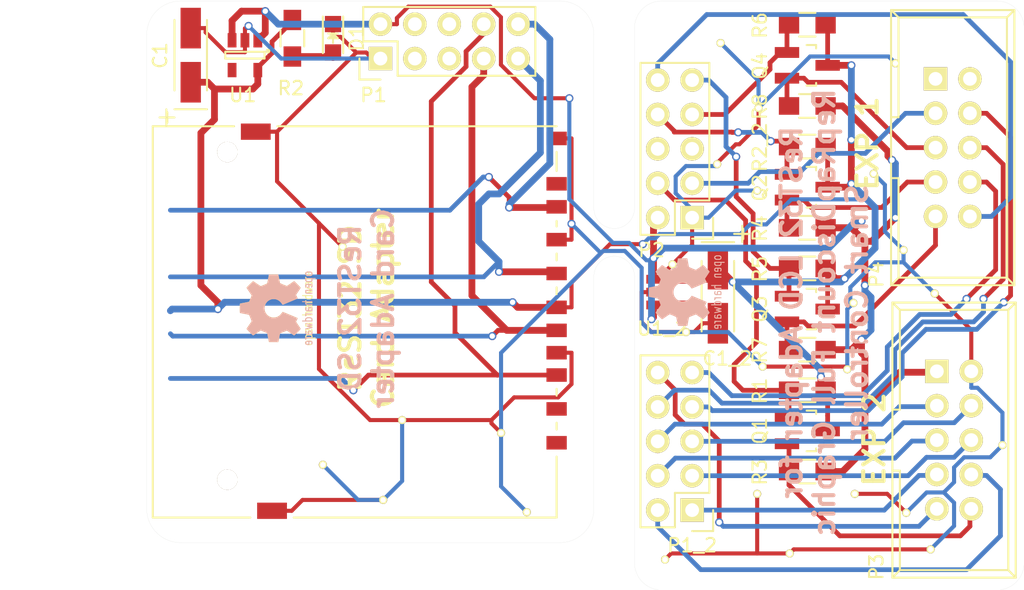
<source format=kicad_pcb>
(kicad_pcb (version 20171130) (host pcbnew "(5.1.12)-1")

  (general
    (thickness 1.6)
    (drawings 27)
    (tracks 534)
    (zones 0)
    (modules 53)
    (nets 29)
  )

  (page A4)
  (layers
    (0 F.Cu signal)
    (31 B.Cu signal)
    (32 B.Adhes user hide)
    (33 F.Adhes user hide)
    (34 B.Paste user hide)
    (35 F.Paste user hide)
    (36 B.SilkS user hide)
    (37 F.SilkS user hide)
    (38 B.Mask user hide)
    (39 F.Mask user hide)
    (40 Dwgs.User user hide)
    (41 Cmts.User user hide)
    (42 Eco1.User user hide)
    (43 Eco2.User user hide)
    (44 Edge.Cuts user)
    (45 Margin user hide)
    (46 B.CrtYd user hide)
    (47 F.CrtYd user hide)
    (48 B.Fab user hide)
    (49 F.Fab user hide)
  )

  (setup
    (last_trace_width 0.3)
    (user_trace_width 0.5)
    (user_trace_width 0.35)
    (user_trace_width 0.5)
    (trace_clearance 0.2)
    (zone_clearance 0.508)
    (zone_45_only yes)
    (trace_min 0.2)
    (via_size 0.6)
    (via_drill 0.4)
    (via_min_size 0.4)
    (via_min_drill 0.3)
    (uvia_size 0.3)
    (uvia_drill 0.1)
    (uvias_allowed no)
    (uvia_min_size 0.2)
    (uvia_min_drill 0.1)
    (edge_width 0.01)
    (segment_width 0.2)
    (pcb_text_width 0.3)
    (pcb_text_size 1.5 1.5)
    (mod_edge_width 0.15)
    (mod_text_size 1 1)
    (mod_text_width 0.15)
    (pad_size 1 1)
    (pad_drill 1)
    (pad_to_mask_clearance 0.2)
    (aux_axis_origin 0 0)
    (visible_elements 7FFF9FFF)
    (pcbplotparams
      (layerselection 0x010f0_80000001)
      (usegerberextensions true)
      (usegerberattributes true)
      (usegerberadvancedattributes true)
      (creategerberjobfile true)
      (excludeedgelayer false)
      (linewidth 0.100000)
      (plotframeref false)
      (viasonmask false)
      (mode 1)
      (useauxorigin false)
      (hpglpennumber 1)
      (hpglpenspeed 20)
      (hpglpendiameter 15.000000)
      (psnegative false)
      (psa4output false)
      (plotreference true)
      (plotvalue true)
      (plotinvisibletext false)
      (padsonsilk false)
      (subtractmaskfromsilk false)
      (outputformat 1)
      (mirror false)
      (drillshape 0)
      (scaleselection 1)
      (outputdirectory "../Gerber/Combined/"))
  )

  (net 0 "")
  (net 1 GND)
  (net 2 +3V3)
  (net 3 /DISPLAY_D6)
  (net 4 /DISPLAY_D7)
  (net 5 /DISPLAY_D4)
  (net 6 /DISPLAY_D5)
  (net 7 /DISPLAY_D2)
  (net 8 /DISPLAY_D3)
  (net 9 /DISPLAY_D0)
  (net 10 /DISPLAY_D1)
  (net 11 /DISPLAY_CD)
  (net 12 /DISPLAY_CS)
  (net 13 +5V)
  (net 14 /DISPLAY_RD)
  (net 15 /DISPLAY_WR)
  (net 16 /SPI_MOSI)
  (net 17 /SPI_CS1)
  (net 18 /SPI_SCK)
  (net 19 /MISO)
  (net 20 /BEEP)
  (net 21 /SCK)
  (net 22 /CS)
  (net 23 /MOSI)
  (net 24 /SPI-CS)
  (net 25 /SPI-MOSI)
  (net 26 /SPI-SCK)
  (net 27 /SPI-MISO)
  (net 28 "Net-(D1-Pad2)")

  (net_class Default "This is the default net class."
    (clearance 0.2)
    (trace_width 0.3)
    (via_dia 0.6)
    (via_drill 0.4)
    (uvia_dia 0.3)
    (uvia_drill 0.1)
    (add_net +3V3)
    (add_net +5V)
    (add_net /BEEP)
    (add_net /CS)
    (add_net /DISPLAY_CD)
    (add_net /DISPLAY_CS)
    (add_net /DISPLAY_D0)
    (add_net /DISPLAY_D1)
    (add_net /DISPLAY_D2)
    (add_net /DISPLAY_D3)
    (add_net /DISPLAY_D4)
    (add_net /DISPLAY_D5)
    (add_net /DISPLAY_D6)
    (add_net /DISPLAY_D7)
    (add_net /DISPLAY_RD)
    (add_net /DISPLAY_WR)
    (add_net /MISO)
    (add_net /MOSI)
    (add_net /SCK)
    (add_net /SPI-CS)
    (add_net /SPI-MISO)
    (add_net /SPI-MOSI)
    (add_net /SPI-SCK)
    (add_net /SPI_CS1)
    (add_net /SPI_MOSI)
    (add_net /SPI_SCK)
    (add_net GND)
    (add_net "Net-(D1-Pad2)")
  )

  (module Connect:SD_Card_Receptacle (layer F.Cu) (tedit 579A8A3D) (tstamp 5797720E)
    (at 106.5 127.25 270)
    (path /56D60C27)
    (fp_text reference CON1 (at 9.96386 19.9312 270) (layer F.SilkS) hide
      (effects (font (size 1 1) (thickness 0.15)))
    )
    (fp_text value uSD_Card (at -1.2 9 270) (layer F.Fab)
      (effects (font (size 1 1) (thickness 0.15)))
    )
    (fp_line (start -14.7 41.05) (end 15.5 41.05) (layer F.CrtYd) (width 0.05))
    (fp_line (start 15.5 41.05) (end 15.5 -1.25) (layer F.CrtYd) (width 0.05))
    (fp_line (start 15.5 -1.25) (end -14.7 -1.25) (layer F.CrtYd) (width 0.05))
    (fp_line (start -14.7 -1.25) (end -14.7 41.05) (layer F.CrtYd) (width 0.05))
    (fp_line (start 7.9 0) (end 8.4 0) (layer F.SilkS) (width 0.15))
    (fp_line (start 5.4 0) (end 5.9 0) (layer F.SilkS) (width 0.15))
    (fp_line (start -2.1 0) (end -1.6 0) (layer F.SilkS) (width 0.15))
    (fp_line (start -4.6 0) (end -4.1 0) (layer F.SilkS) (width 0.15))
    (fp_line (start -7 0) (end -6.6 0) (layer F.SilkS) (width 0.15))
    (fp_line (start -12.1 0) (end -10.7 0) (layer F.SilkS) (width 0.15))
    (fp_line (start -14 20.6) (end -14 0) (layer F.SilkS) (width 0.15))
    (fp_line (start 14.9 19.4) (end 14.9 0) (layer F.SilkS) (width 0.15))
    (fp_line (start 14.9 0) (end 10.4 0) (layer F.SilkS) (width 0.15))
    (fp_line (start 14.9 29.8) (end -14 29.8) (layer F.SilkS) (width 0.15))
    (fp_line (start -14 29.8) (end -14 23.8) (layer F.SilkS) (width 0.15))
    (fp_line (start 14.9 29.8) (end 14.9 22.6) (layer F.SilkS) (width 0.15))
    (pad 1 smd rect (at 6.875 0 270) (size 1 1.5) (layers F.Cu F.Paste F.Mask)
      (zone_connect 2))
    (pad 2 smd rect (at 4.375 0 270) (size 1 1.5) (layers F.Cu F.Paste F.Mask)
      (net 24 /SPI-CS) (zone_connect 2))
    (pad 3 smd rect (at 1.075 0 270) (size 1 1.5) (layers F.Cu F.Paste F.Mask)
      (net 25 /SPI-MOSI) (zone_connect 2))
    (pad 4 smd rect (at -0.625 0 270) (size 1 1.5) (layers F.Cu F.Paste F.Mask)
      (net 2 +3V3) (zone_connect 2))
    (pad 5 smd rect (at -3.125 0 270) (size 1 1.5) (layers F.Cu F.Paste F.Mask)
      (net 26 /SPI-SCK) (zone_connect 2))
    (pad 6 smd rect (at -5.625 0 270) (size 1 1.5) (layers F.Cu F.Paste F.Mask)
      (net 1 GND) (zone_connect 2))
    (pad 7 smd rect (at -8.05 0 270) (size 1 1.5) (layers F.Cu F.Paste F.Mask)
      (net 27 /SPI-MISO) (zone_connect 2))
    (pad 8 smd rect (at -9.75 0 270) (size 1 1.5) (layers F.Cu F.Paste F.Mask)
      (zone_connect 2))
    (pad 9 smd rect (at 9.375 0 270) (size 1 1.5) (layers F.Cu F.Paste F.Mask)
      (zone_connect 2))
    (pad 10 smd rect (at 2.725 0 270) (size 1 1.5) (layers F.Cu F.Paste F.Mask)
      (net 1 GND) (zone_connect 2))
    (pad 11 smd rect (at -13.1 0 270) (size 1 1.5) (layers F.Cu F.Paste F.Mask)
      (net 1 GND) (zone_connect 2))
    (pad 12 smd rect (at 14.4 21 270) (size 1.2 2.2) (layers F.Cu F.Paste F.Mask)
      (net 1 GND) (zone_connect 2))
    (pad 13 smd rect (at -13.6 22.2 270) (size 1.2 2.2) (layers F.Cu F.Paste F.Mask)
      (net 1 GND) (zone_connect 2))
    (pad "" thru_hole circle (at 12.1 24.3 270) (size 1.5 1.5) (drill 1.5) (layers *.Cu *.Mask F.SilkS)
      (zone_connect 2))
    (pad "" thru_hole circle (at -12.1 24.3 270) (size 1.5 1.5) (drill 1.5) (layers *.Cu *.Mask F.SilkS)
      (zone_connect 2))
  )

  (module ReST-Library:1pin (layer F.Cu) (tedit 5797ABE2) (tstamp 5797AE64)
    (at 118.35 116.05)
    (descr "module 1 pin (ou trou mecanique de percage)")
    (tags DEV)
    (zone_connect 2)
    (fp_text reference REF**_26 (at 0 -0.9) (layer F.SilkS) hide
      (effects (font (size 1 1) (thickness 0.15)))
    )
    (fp_text value 1pin (at 0 1.2) (layer F.Fab)
      (effects (font (size 1 1) (thickness 0.15)))
    )
    (pad GND thru_hole circle (at 0 0) (size 0.6 0.6) (drill 0.4) (layers *.Cu *.Mask F.SilkS)
      (net 1 GND) (zone_connect 2))
  )

  (module ReST-Library:1pin (layer F.Cu) (tedit 5797ABE2) (tstamp 5797AE53)
    (at 121.4 111.9)
    (descr "module 1 pin (ou trou mecanique de percage)")
    (tags DEV)
    (zone_connect 2)
    (fp_text reference REF**_25 (at 0 -0.9) (layer F.SilkS) hide
      (effects (font (size 1 1) (thickness 0.15)))
    )
    (fp_text value 1pin (at 0 1.2) (layer F.Fab)
      (effects (font (size 1 1) (thickness 0.15)))
    )
    (pad GND thru_hole circle (at 0 0) (size 0.6 0.6) (drill 0.4) (layers *.Cu *.Mask F.SilkS)
      (net 1 GND) (zone_connect 2))
  )

  (module ReST-Library:1pin (layer F.Cu) (tedit 5797ABE2) (tstamp 5797ADE0)
    (at 129.9 116.75)
    (descr "module 1 pin (ou trou mecanique de percage)")
    (tags DEV)
    (zone_connect 2)
    (fp_text reference REF**_24 (at 0 -0.9) (layer F.SilkS) hide
      (effects (font (size 1 1) (thickness 0.15)))
    )
    (fp_text value 1pin (at 0 1) (layer F.Fab)
      (effects (font (size 1 1) (thickness 0.15)))
    )
    (pad GND thru_hole circle (at 0 0) (size 0.6 0.6) (drill 0.4) (layers *.Cu *.Mask F.SilkS)
      (net 1 GND) (zone_connect 2))
  )

  (module ReST-Library:1pin (layer F.Cu) (tedit 5797ABE2) (tstamp 5797ADD8)
    (at 127.95 131.2)
    (descr "module 1 pin (ou trou mecanique de percage)")
    (tags DEV)
    (zone_connect 2)
    (fp_text reference REF**_23 (at 0 -0.9) (layer F.SilkS) hide
      (effects (font (size 1 1) (thickness 0.15)))
    )
    (fp_text value 1pin (at 0 1) (layer F.Fab)
      (effects (font (size 1 1) (thickness 0.15)))
    )
    (pad GND thru_hole circle (at 0 0) (size 0.6 0.6) (drill 0.4) (layers *.Cu *.Mask F.SilkS)
      (net 1 GND) (zone_connect 2))
  )

  (module ReST-Library:1pin (layer F.Cu) (tedit 5797ABE2) (tstamp 5797AD71)
    (at 116.05 128.45)
    (descr "module 1 pin (ou trou mecanique de percage)")
    (tags DEV)
    (zone_connect 2)
    (fp_text reference REF**_22 (at 0 -0.9) (layer F.SilkS) hide
      (effects (font (size 1 1) (thickness 0.15)))
    )
    (fp_text value 1pin (at 0 1.2) (layer F.Fab)
      (effects (font (size 1 1) (thickness 0.15)))
    )
    (pad GND thru_hole circle (at 0 0) (size 0.6 0.6) (drill 0.4) (layers *.Cu *.Mask F.SilkS)
      (net 1 GND) (zone_connect 2))
  )

  (module ReST-Library:1pin (layer F.Cu) (tedit 5797ABE2) (tstamp 5797AD0B)
    (at 115.05 123.45)
    (descr "module 1 pin (ou trou mecanique de percage)")
    (tags DEV)
    (zone_connect 2)
    (fp_text reference REF**_21 (at 0 -0.9) (layer F.SilkS) hide
      (effects (font (size 1 1) (thickness 0.15)))
    )
    (fp_text value 1pin (at 0 1.2) (layer F.Fab)
      (effects (font (size 1 1) (thickness 0.15)))
    )
    (pad GND thru_hole circle (at 0 0) (size 0.6 0.6) (drill 0.4) (layers *.Cu *.Mask F.SilkS)
      (net 1 GND) (zone_connect 2))
  )

  (module ReST-Library:1pin (layer F.Cu) (tedit 5797ABE2) (tstamp 5797ACA4)
    (at 128.4 126.3)
    (descr "module 1 pin (ou trou mecanique de percage)")
    (tags DEV)
    (zone_connect 2)
    (fp_text reference REF**_20 (at 0 -0.9) (layer F.SilkS) hide
      (effects (font (size 1 1) (thickness 0.15)))
    )
    (fp_text value 1pin (at 0 1.2) (layer F.Fab)
      (effects (font (size 1 1) (thickness 0.15)))
    )
    (pad GND thru_hole circle (at 0 0) (size 0.6 0.6) (drill 0.4) (layers *.Cu *.Mask F.SilkS)
      (net 1 GND) (zone_connect 2))
  )

  (module ReST-Library:1pin (layer F.Cu) (tedit 5797ABE2) (tstamp 5797AC68)
    (at 121.7 131)
    (descr "module 1 pin (ou trou mecanique de percage)")
    (tags DEV)
    (zone_connect 2)
    (fp_text reference REF**_19 (at 0 -0.9) (layer F.SilkS) hide
      (effects (font (size 1 1) (thickness 0.15)))
    )
    (fp_text value 1pin (at 0 1) (layer F.Fab)
      (effects (font (size 1 1) (thickness 0.15)))
    )
    (pad GND thru_hole circle (at 0 0) (size 0.6 0.6) (drill 0.4) (layers *.Cu *.Mask F.SilkS)
      (net 1 GND) (zone_connect 2))
  )

  (module ReST-Library:1pin (layer F.Cu) (tedit 5797ABE2) (tstamp 5797AC57)
    (at 121.3 118)
    (descr "module 1 pin (ou trou mecanique de percage)")
    (tags DEV)
    (zone_connect 2)
    (fp_text reference REF**_18 (at 0 -0.9) (layer F.SilkS) hide
      (effects (font (size 1 1) (thickness 0.15)))
    )
    (fp_text value 1pin (at 0 1.2) (layer F.Fab)
      (effects (font (size 1 1) (thickness 0.15)))
    )
    (pad GND thru_hole circle (at 0 0) (size 0.6 0.6) (drill 0.4) (layers *.Cu *.Mask F.SilkS)
      (net 1 GND) (zone_connect 2))
  )

  (module ReST-Library:1pin (layer F.Cu) (tedit 5797ABE2) (tstamp 5797AC46)
    (at 114.5 145.25)
    (descr "module 1 pin (ou trou mecanique de percage)")
    (tags DEV)
    (zone_connect 2)
    (fp_text reference REF**_17 (at 0 -0.9) (layer F.SilkS) hide
      (effects (font (size 1 1) (thickness 0.15)))
    )
    (fp_text value 1pin (at 0 1.2) (layer F.Fab)
      (effects (font (size 1 1) (thickness 0.15)))
    )
    (pad GND thru_hole circle (at 0 0) (size 0.6 0.6) (drill 0.4) (layers *.Cu *.Mask F.SilkS)
      (net 1 GND) (zone_connect 2))
  )

  (module ReST-Library:1pin (layer F.Cu) (tedit 5797ABE2) (tstamp 5797AC3A)
    (at 118.6 107.1)
    (descr "module 1 pin (ou trou mecanique de percage)")
    (tags DEV)
    (zone_connect 2)
    (fp_text reference REF**_16 (at 0 -0.9) (layer F.SilkS) hide
      (effects (font (size 1 1) (thickness 0.15)))
    )
    (fp_text value 1pin (at 0 1.2) (layer F.Fab)
      (effects (font (size 1 1) (thickness 0.15)))
    )
    (pad GND thru_hole circle (at 0 0) (size 0.6 0.6) (drill 0.4) (layers *.Cu *.Mask F.SilkS)
      (net 1 GND) (zone_connect 2))
  )

  (module ReST-Library:1pin (layer F.Cu) (tedit 5797ABE2) (tstamp 5797AC36)
    (at 131.5 108.6)
    (descr "module 1 pin (ou trou mecanique de percage)")
    (tags DEV)
    (zone_connect 2)
    (fp_text reference REF**_15 (at 0 -0.9) (layer F.SilkS) hide
      (effects (font (size 1 1) (thickness 0.15)))
    )
    (fp_text value 1pin (at 0 1.2) (layer F.Fab)
      (effects (font (size 1 1) (thickness 0.15)))
    )
    (pad GND thru_hole circle (at 0 0) (size 0.6 0.6) (drill 0.4) (layers *.Cu *.Mask F.SilkS)
      (net 1 GND) (zone_connect 2))
  )

  (module ReST-Library:1pin (layer F.Cu) (tedit 5797ABE2) (tstamp 5797AC2E)
    (at 132.1 122.4)
    (descr "module 1 pin (ou trou mecanique de percage)")
    (tags DEV)
    (zone_connect 2)
    (fp_text reference REF**_14 (at 0 -0.9) (layer F.SilkS) hide
      (effects (font (size 1 1) (thickness 0.15)))
    )
    (fp_text value 1pin (at 0 1.2) (layer F.Fab)
      (effects (font (size 1 1) (thickness 0.15)))
    )
    (pad GND thru_hole circle (at 0 0) (size 0.6 0.6) (drill 0.4) (layers *.Cu *.Mask F.SilkS)
      (net 1 GND) (zone_connect 2))
  )

  (module ReST-Library:1pin (layer F.Cu) (tedit 5797ABE2) (tstamp 5797AC2A)
    (at 134.4 125.6)
    (descr "module 1 pin (ou trou mecanique de percage)")
    (tags DEV)
    (zone_connect 2)
    (fp_text reference REF**_13 (at 0 -0.9) (layer F.SilkS) hide
      (effects (font (size 1 1) (thickness 0.15)))
    )
    (fp_text value 1pin (at 0 1.2) (layer F.Fab)
      (effects (font (size 1 1) (thickness 0.15)))
    )
    (pad GND thru_hole circle (at 0 0) (size 0.6 0.6) (drill 0.4) (layers *.Cu *.Mask F.SilkS)
      (net 1 GND) (zone_connect 2))
  )

  (module ReST-Library:1pin (layer F.Cu) (tedit 5797ABE2) (tstamp 5797AC26)
    (at 139.4 136.8)
    (descr "module 1 pin (ou trou mecanique de percage)")
    (tags DEV)
    (zone_connect 2)
    (fp_text reference REF**_12 (at 0 -0.9) (layer F.SilkS) hide
      (effects (font (size 1 1) (thickness 0.15)))
    )
    (fp_text value 1pin (at 0 1.2) (layer F.Fab)
      (effects (font (size 1 1) (thickness 0.15)))
    )
    (pad GND thru_hole circle (at 0 0) (size 0.6 0.6) (drill 0.4) (layers *.Cu *.Mask F.SilkS)
      (net 1 GND) (zone_connect 2))
  )

  (module ReST-Library:1pin (layer F.Cu) (tedit 5797ABE2) (tstamp 5797AC1E)
    (at 134.1 144.5)
    (descr "module 1 pin (ou trou mecanique de percage)")
    (tags DEV)
    (zone_connect 2)
    (fp_text reference REF**_11 (at 0 -0.9) (layer F.SilkS) hide
      (effects (font (size 1 1) (thickness 0.15)))
    )
    (fp_text value 1pin (at 0 1.2) (layer F.Fab)
      (effects (font (size 1 1) (thickness 0.15)))
    )
    (pad GND thru_hole circle (at 0 0) (size 0.6 0.6) (drill 0.4) (layers *.Cu *.Mask F.SilkS)
      (net 1 GND) (zone_connect 2))
  )

  (module ReST-Library:1pin (layer F.Cu) (tedit 5797ABE2) (tstamp 5797AC1A)
    (at 132.3 141.8)
    (descr "module 1 pin (ou trou mecanique de percage)")
    (tags DEV)
    (zone_connect 2)
    (fp_text reference REF**_10 (at 0 -0.9) (layer F.SilkS) hide
      (effects (font (size 1 1) (thickness 0.15)))
    )
    (fp_text value 1pin (at 0 1.2) (layer F.Fab)
      (effects (font (size 1 1) (thickness 0.15)))
    )
    (pad GND thru_hole circle (at 0 0) (size 0.6 0.6) (drill 0.4) (layers *.Cu *.Mask F.SilkS)
      (net 1 GND) (zone_connect 2))
  )

  (module ReST-Library:1pin (layer F.Cu) (tedit 5797ABE2) (tstamp 5797AC16)
    (at 128.5 140.4)
    (descr "module 1 pin (ou trou mecanique de percage)")
    (tags DEV)
    (zone_connect 2)
    (fp_text reference REF**_9 (at 0 -0.9) (layer F.SilkS) hide
      (effects (font (size 1 1) (thickness 0.15)))
    )
    (fp_text value 1pin (at 0 1.2) (layer F.Fab)
      (effects (font (size 1 1) (thickness 0.15)))
    )
    (pad GND thru_hole circle (at 0 0) (size 0.6 0.6) (drill 0.4) (layers *.Cu *.Mask F.SilkS)
      (net 1 GND) (zone_connect 2))
  )

  (module ReST-Library:1pin (layer F.Cu) (tedit 5797ABE2) (tstamp 5797AC12)
    (at 121.3 140.4)
    (descr "module 1 pin (ou trou mecanique de percage)")
    (tags DEV)
    (zone_connect 2)
    (fp_text reference REF**_8 (at 0 -0.9) (layer F.SilkS) hide
      (effects (font (size 1 1) (thickness 0.15)))
    )
    (fp_text value 1pin (at 0 1.2) (layer F.Fab)
      (effects (font (size 1 1) (thickness 0.15)))
    )
    (pad GND thru_hole circle (at 0 0) (size 0.6 0.6) (drill 0.4) (layers *.Cu *.Mask F.SilkS)
      (net 1 GND) (zone_connect 2))
  )

  (module Connect:IDC_Header_Straight_10pins (layer F.Cu) (tedit 0) (tstamp 57979FD6)
    (at 134.46 109.75 270)
    (descr "10 pins through hole IDC header")
    (tags "IDC header socket VASCH")
    (path /57978C30)
    (fp_text reference P4 (at 14.45 4.36 270) (layer F.SilkS)
      (effects (font (size 1 1) (thickness 0.15)))
    )
    (fp_text value CONN_02X05 (at 5.08 5.223 270) (layer F.Fab)
      (effects (font (size 1 1) (thickness 0.15)))
    )
    (fp_line (start -5.08 -5.82) (end 15.24 -5.82) (layer F.SilkS) (width 0.15))
    (fp_line (start -4.54 -5.27) (end 14.68 -5.27) (layer F.SilkS) (width 0.15))
    (fp_line (start -5.08 3.28) (end 15.24 3.28) (layer F.SilkS) (width 0.15))
    (fp_line (start -4.54 2.73) (end 2.83 2.73) (layer F.SilkS) (width 0.15))
    (fp_line (start 7.33 2.73) (end 14.68 2.73) (layer F.SilkS) (width 0.15))
    (fp_line (start 2.83 2.73) (end 2.83 3.28) (layer F.SilkS) (width 0.15))
    (fp_line (start 7.33 2.73) (end 7.33 3.28) (layer F.SilkS) (width 0.15))
    (fp_line (start -5.08 -5.82) (end -5.08 3.28) (layer F.SilkS) (width 0.15))
    (fp_line (start -4.54 -5.27) (end -4.54 2.73) (layer F.SilkS) (width 0.15))
    (fp_line (start 15.24 -5.82) (end 15.24 3.28) (layer F.SilkS) (width 0.15))
    (fp_line (start 14.68 -5.27) (end 14.68 2.73) (layer F.SilkS) (width 0.15))
    (fp_line (start -5.08 -5.82) (end -4.54 -5.27) (layer F.SilkS) (width 0.15))
    (fp_line (start 15.24 -5.82) (end 14.68 -5.27) (layer F.SilkS) (width 0.15))
    (fp_line (start -5.08 3.28) (end -4.54 2.73) (layer F.SilkS) (width 0.15))
    (fp_line (start 15.24 3.28) (end 14.68 2.73) (layer F.SilkS) (width 0.15))
    (fp_line (start -5.35 -6.05) (end 15.5 -6.05) (layer F.CrtYd) (width 0.05))
    (fp_line (start 15.5 -6.05) (end 15.5 3.55) (layer F.CrtYd) (width 0.05))
    (fp_line (start 15.5 3.55) (end -5.35 3.55) (layer F.CrtYd) (width 0.05))
    (fp_line (start -5.35 3.55) (end -5.35 -6.05) (layer F.CrtYd) (width 0.05))
    (pad 1 thru_hole rect (at 0 0 270) (size 1.7272 1.7272) (drill 1.016) (layers *.Cu *.Mask F.SilkS))
    (pad 2 thru_hole oval (at 0 -2.54 270) (size 1.7272 1.7272) (drill 1.016) (layers *.Cu *.Mask F.SilkS))
    (pad 3 thru_hole oval (at 2.54 0 270) (size 1.7272 1.7272) (drill 1.016) (layers *.Cu *.Mask F.SilkS)
      (net 14 /DISPLAY_RD))
    (pad 4 thru_hole oval (at 2.54 -2.54 270) (size 1.7272 1.7272) (drill 1.016) (layers *.Cu *.Mask F.SilkS)
      (net 6 /DISPLAY_D5))
    (pad 5 thru_hole oval (at 5.08 0 270) (size 1.7272 1.7272) (drill 1.016) (layers *.Cu *.Mask F.SilkS)
      (net 23 /MOSI))
    (pad 6 thru_hole oval (at 5.08 -2.54 270) (size 1.7272 1.7272) (drill 1.016) (layers *.Cu *.Mask F.SilkS)
      (net 5 /DISPLAY_D4))
    (pad 7 thru_hole oval (at 7.62 0 270) (size 1.7272 1.7272) (drill 1.016) (layers *.Cu *.Mask F.SilkS)
      (net 22 /CS))
    (pad 8 thru_hole oval (at 7.62 -2.54 270) (size 1.7272 1.7272) (drill 1.016) (layers *.Cu *.Mask F.SilkS)
      (net 4 /DISPLAY_D7))
    (pad 9 thru_hole oval (at 10.16 0 270) (size 1.7272 1.7272) (drill 1.016) (layers *.Cu *.Mask F.SilkS)
      (net 21 /SCK))
    (pad 10 thru_hole oval (at 10.16 -2.54 270) (size 1.7272 1.7272) (drill 1.016) (layers *.Cu *.Mask F.SilkS)
      (net 19 /MISO))
  )

  (module Capacitors_Tantalum_SMD:TantalC_SizeA_EIA-3216_HandSoldering (layer F.Cu) (tedit 0) (tstamp 57979F52)
    (at 118.4 125.801 270)
    (descr "Tantal Cap. , Size A, EIA-3216, Hand Soldering,")
    (tags "Tantal Cap. , Size A, EIA-3216, Hand Soldering,")
    (path /57979C70)
    (attr smd)
    (fp_text reference C1_2 (at 4.59898 -0.7) (layer F.SilkS)
      (effects (font (size 1 1) (thickness 0.15)))
    )
    (fp_text value 2.2uF (at -0.09906 3.0988 270) (layer F.Fab)
      (effects (font (size 1 1) (thickness 0.15)))
    )
    (fp_line (start -2.60096 1.19888) (end 2.60096 1.19888) (layer F.SilkS) (width 0.15))
    (fp_line (start 2.60096 -1.19888) (end -2.60096 -1.19888) (layer F.SilkS) (width 0.15))
    (fp_line (start -4.59994 -2.2987) (end -4.59994 -1.19888) (layer F.SilkS) (width 0.15))
    (fp_line (start -5.19938 -1.79832) (end -4.0005 -1.79832) (layer F.SilkS) (width 0.15))
    (fp_line (start -3.99542 -1.19888) (end -3.99542 1.19888) (layer F.SilkS) (width 0.15))
    (fp_text user + (at -4.59994 -1.80086 270) (layer F.SilkS)
      (effects (font (size 1 1) (thickness 0.15)))
    )
    (pad 2 smd rect (at 1.99898 0 270) (size 2.99974 1.50114) (layers F.Cu F.Paste F.Mask)
      (net 1 GND))
    (pad 1 smd rect (at -1.99898 0 270) (size 2.99974 1.50114) (layers F.Cu F.Paste F.Mask)
      (net 2 +3V3))
    (model Capacitors_Tantalum_SMD.3dshapes/TantalC_SizeA_EIA-3216_HandSoldering.wrl
      (at (xyz 0 0 0))
      (scale (xyz 1 1 1))
      (rotate (xyz 0 0 180))
    )
  )

  (module Connect:IDC_Header_Straight_10pins (layer F.Cu) (tedit 0) (tstamp 57979FB5)
    (at 134.56 131.35 270)
    (descr "10 pins through hole IDC header")
    (tags "IDC header socket VASCH")
    (path /57978C01)
    (fp_text reference P3 (at 14.45 4.46 270) (layer F.SilkS)
      (effects (font (size 1 1) (thickness 0.15)))
    )
    (fp_text value CONN_02X05 (at 5.08 5.223 270) (layer F.Fab)
      (effects (font (size 1 1) (thickness 0.15)))
    )
    (fp_line (start -5.08 -5.82) (end 15.24 -5.82) (layer F.SilkS) (width 0.15))
    (fp_line (start -4.54 -5.27) (end 14.68 -5.27) (layer F.SilkS) (width 0.15))
    (fp_line (start -5.08 3.28) (end 15.24 3.28) (layer F.SilkS) (width 0.15))
    (fp_line (start -4.54 2.73) (end 2.83 2.73) (layer F.SilkS) (width 0.15))
    (fp_line (start 7.33 2.73) (end 14.68 2.73) (layer F.SilkS) (width 0.15))
    (fp_line (start 2.83 2.73) (end 2.83 3.28) (layer F.SilkS) (width 0.15))
    (fp_line (start 7.33 2.73) (end 7.33 3.28) (layer F.SilkS) (width 0.15))
    (fp_line (start -5.08 -5.82) (end -5.08 3.28) (layer F.SilkS) (width 0.15))
    (fp_line (start -4.54 -5.27) (end -4.54 2.73) (layer F.SilkS) (width 0.15))
    (fp_line (start 15.24 -5.82) (end 15.24 3.28) (layer F.SilkS) (width 0.15))
    (fp_line (start 14.68 -5.27) (end 14.68 2.73) (layer F.SilkS) (width 0.15))
    (fp_line (start -5.08 -5.82) (end -4.54 -5.27) (layer F.SilkS) (width 0.15))
    (fp_line (start 15.24 -5.82) (end 14.68 -5.27) (layer F.SilkS) (width 0.15))
    (fp_line (start -5.08 3.28) (end -4.54 2.73) (layer F.SilkS) (width 0.15))
    (fp_line (start 15.24 3.28) (end 14.68 2.73) (layer F.SilkS) (width 0.15))
    (fp_line (start -5.35 -6.05) (end 15.5 -6.05) (layer F.CrtYd) (width 0.05))
    (fp_line (start 15.5 -6.05) (end 15.5 3.55) (layer F.CrtYd) (width 0.05))
    (fp_line (start 15.5 3.55) (end -5.35 3.55) (layer F.CrtYd) (width 0.05))
    (fp_line (start -5.35 3.55) (end -5.35 -6.05) (layer F.CrtYd) (width 0.05))
    (pad 1 thru_hole rect (at 0 0 270) (size 1.7272 1.7272) (drill 1.016) (layers *.Cu *.Mask F.SilkS)
      (net 13 +5V))
    (pad 2 thru_hole oval (at 0 -2.54 270) (size 1.7272 1.7272) (drill 1.016) (layers *.Cu *.Mask F.SilkS)
      (net 1 GND))
    (pad 3 thru_hole oval (at 2.54 0 270) (size 1.7272 1.7272) (drill 1.016) (layers *.Cu *.Mask F.SilkS)
      (net 7 /DISPLAY_D2))
    (pad 4 thru_hole oval (at 2.54 -2.54 270) (size 1.7272 1.7272) (drill 1.016) (layers *.Cu *.Mask F.SilkS)
      (net 8 /DISPLAY_D3))
    (pad 5 thru_hole oval (at 5.08 0 270) (size 1.7272 1.7272) (drill 1.016) (layers *.Cu *.Mask F.SilkS)
      (net 9 /DISPLAY_D0))
    (pad 6 thru_hole oval (at 5.08 -2.54 270) (size 1.7272 1.7272) (drill 1.016) (layers *.Cu *.Mask F.SilkS)
      (net 10 /DISPLAY_D1))
    (pad 7 thru_hole oval (at 7.62 0 270) (size 1.7272 1.7272) (drill 1.016) (layers *.Cu *.Mask F.SilkS)
      (net 12 /DISPLAY_CS))
    (pad 8 thru_hole oval (at 7.62 -2.54 270) (size 1.7272 1.7272) (drill 1.016) (layers *.Cu *.Mask F.SilkS)
      (net 11 /DISPLAY_CD))
    (pad 9 thru_hole oval (at 10.16 0 270) (size 1.7272 1.7272) (drill 1.016) (layers *.Cu *.Mask F.SilkS)
      (net 3 /DISPLAY_D6))
    (pad 10 thru_hole oval (at 10.16 -2.54 270) (size 1.7272 1.7272) (drill 1.016) (layers *.Cu *.Mask F.SilkS)
      (net 20 /BEEP))
  )

  (module TO_SOT_Packages_SMD:SOT-23_Handsoldering (layer F.Cu) (tedit 54E9291B) (tstamp 57979FE1)
    (at 125 135.75 270)
    (descr "SOT-23, Handsoldering")
    (tags SOT-23)
    (path /5797CB30)
    (attr smd)
    (fp_text reference Q1 (at 0 3.5 270) (layer F.SilkS)
      (effects (font (size 1 1) (thickness 0.15)))
    )
    (fp_text value BSS138 (at 0 3.81 270) (layer F.Fab)
      (effects (font (size 1 1) (thickness 0.15)))
    )
    (fp_line (start -1.49982 0.0508) (end -1.49982 -0.65024) (layer F.SilkS) (width 0.15))
    (fp_line (start -1.49982 -0.65024) (end -1.2509 -0.65024) (layer F.SilkS) (width 0.15))
    (fp_line (start 1.29916 -0.65024) (end 1.49982 -0.65024) (layer F.SilkS) (width 0.15))
    (fp_line (start 1.49982 -0.65024) (end 1.49982 0.0508) (layer F.SilkS) (width 0.15))
    (pad 1 smd rect (at -0.95 1.50114 270) (size 0.8001 1.80086) (layers F.Cu F.Paste F.Mask)
      (net 15 /DISPLAY_WR))
    (pad 2 smd rect (at 0.95 1.50114 270) (size 0.8001 1.80086) (layers F.Cu F.Paste F.Mask)
      (net 20 /BEEP))
    (pad 3 smd rect (at 0 -1.50114 270) (size 0.8001 1.80086) (layers F.Cu F.Paste F.Mask)
      (net 2 +3V3))
    (model TO_SOT_Packages_SMD.3dshapes/SOT-23_Handsoldering.wrl
      (at (xyz 0 0 0))
      (scale (xyz 1 1 1))
      (rotate (xyz 0 0 0))
    )
  )

  (module TO_SOT_Packages_SMD:SOT-23_Handsoldering (layer F.Cu) (tedit 54E9291B) (tstamp 57979FEC)
    (at 125 117.75 270)
    (descr "SOT-23, Handsoldering")
    (tags SOT-23)
    (path /5797BCA1)
    (attr smd)
    (fp_text reference Q2 (at 0.05 3.5 270) (layer F.SilkS)
      (effects (font (size 1 1) (thickness 0.15)))
    )
    (fp_text value BSS138 (at 0 3.81 270) (layer F.Fab)
      (effects (font (size 1 1) (thickness 0.15)))
    )
    (fp_line (start -1.49982 0.0508) (end -1.49982 -0.65024) (layer F.SilkS) (width 0.15))
    (fp_line (start -1.49982 -0.65024) (end -1.2509 -0.65024) (layer F.SilkS) (width 0.15))
    (fp_line (start 1.29916 -0.65024) (end 1.49982 -0.65024) (layer F.SilkS) (width 0.15))
    (fp_line (start 1.49982 -0.65024) (end 1.49982 0.0508) (layer F.SilkS) (width 0.15))
    (pad 1 smd rect (at -0.95 1.50114 270) (size 0.8001 1.80086) (layers F.Cu F.Paste F.Mask)
      (net 17 /SPI_CS1))
    (pad 2 smd rect (at 0.95 1.50114 270) (size 0.8001 1.80086) (layers F.Cu F.Paste F.Mask)
      (net 22 /CS))
    (pad 3 smd rect (at 0 -1.50114 270) (size 0.8001 1.80086) (layers F.Cu F.Paste F.Mask)
      (net 2 +3V3))
    (model TO_SOT_Packages_SMD.3dshapes/SOT-23_Handsoldering.wrl
      (at (xyz 0 0 0))
      (scale (xyz 1 1 1))
      (rotate (xyz 0 0 0))
    )
  )

  (module TO_SOT_Packages_SMD:SOT-23_Handsoldering (layer F.Cu) (tedit 54E9291B) (tstamp 57979FF7)
    (at 125 126.75 270)
    (descr "SOT-23, Handsoldering")
    (tags SOT-23)
    (path /5797A41B)
    (attr smd)
    (fp_text reference Q3 (at 0 3.5 270) (layer F.SilkS)
      (effects (font (size 1 1) (thickness 0.15)))
    )
    (fp_text value BSS138 (at 0 3.81 270) (layer F.Fab)
      (effects (font (size 1 1) (thickness 0.15)))
    )
    (fp_line (start -1.49982 0.0508) (end -1.49982 -0.65024) (layer F.SilkS) (width 0.15))
    (fp_line (start -1.49982 -0.65024) (end -1.2509 -0.65024) (layer F.SilkS) (width 0.15))
    (fp_line (start 1.29916 -0.65024) (end 1.49982 -0.65024) (layer F.SilkS) (width 0.15))
    (fp_line (start 1.49982 -0.65024) (end 1.49982 0.0508) (layer F.SilkS) (width 0.15))
    (pad 1 smd rect (at -0.95 1.50114 270) (size 0.8001 1.80086) (layers F.Cu F.Paste F.Mask)
      (net 18 /SPI_SCK))
    (pad 2 smd rect (at 0.95 1.50114 270) (size 0.8001 1.80086) (layers F.Cu F.Paste F.Mask)
      (net 21 /SCK))
    (pad 3 smd rect (at 0 -1.50114 270) (size 0.8001 1.80086) (layers F.Cu F.Paste F.Mask)
      (net 2 +3V3))
    (model TO_SOT_Packages_SMD.3dshapes/SOT-23_Handsoldering.wrl
      (at (xyz 0 0 0))
      (scale (xyz 1 1 1))
      (rotate (xyz 0 0 0))
    )
  )

  (module TO_SOT_Packages_SMD:SOT-23_Handsoldering (layer F.Cu) (tedit 54E9291B) (tstamp 5797A002)
    (at 125 108.75 270)
    (descr "SOT-23, Handsoldering")
    (tags SOT-23)
    (path /5797B737)
    (attr smd)
    (fp_text reference Q4 (at 0.05 3.5 270) (layer F.SilkS)
      (effects (font (size 1 1) (thickness 0.15)))
    )
    (fp_text value BSS138 (at 0 3.81 270) (layer F.Fab)
      (effects (font (size 1 1) (thickness 0.15)))
    )
    (fp_line (start -1.49982 0.0508) (end -1.49982 -0.65024) (layer F.SilkS) (width 0.15))
    (fp_line (start -1.49982 -0.65024) (end -1.2509 -0.65024) (layer F.SilkS) (width 0.15))
    (fp_line (start 1.29916 -0.65024) (end 1.49982 -0.65024) (layer F.SilkS) (width 0.15))
    (fp_line (start 1.49982 -0.65024) (end 1.49982 0.0508) (layer F.SilkS) (width 0.15))
    (pad 1 smd rect (at -0.95 1.50114 270) (size 0.8001 1.80086) (layers F.Cu F.Paste F.Mask)
      (net 16 /SPI_MOSI))
    (pad 2 smd rect (at 0.95 1.50114 270) (size 0.8001 1.80086) (layers F.Cu F.Paste F.Mask)
      (net 23 /MOSI))
    (pad 3 smd rect (at 0 -1.50114 270) (size 0.8001 1.80086) (layers F.Cu F.Paste F.Mask)
      (net 2 +3V3))
    (model TO_SOT_Packages_SMD.3dshapes/SOT-23_Handsoldering.wrl
      (at (xyz 0 0 0))
      (scale (xyz 1 1 1))
      (rotate (xyz 0 0 0))
    )
  )

  (module Resistors_SMD:R_0805_HandSoldering (layer F.Cu) (tedit 54189DEE) (tstamp 5797A00E)
    (at 125 132.75 180)
    (descr "Resistor SMD 0805, hand soldering")
    (tags "resistor 0805")
    (path /5797CB36)
    (attr smd)
    (fp_text reference R1 (at 3.5 -0.05 270) (layer F.SilkS)
      (effects (font (size 1 1) (thickness 0.15)))
    )
    (fp_text value 10K (at 0 2.1 180) (layer F.Fab)
      (effects (font (size 1 1) (thickness 0.15)))
    )
    (fp_line (start -2.4 -1) (end 2.4 -1) (layer F.CrtYd) (width 0.05))
    (fp_line (start -2.4 1) (end 2.4 1) (layer F.CrtYd) (width 0.05))
    (fp_line (start -2.4 -1) (end -2.4 1) (layer F.CrtYd) (width 0.05))
    (fp_line (start 2.4 -1) (end 2.4 1) (layer F.CrtYd) (width 0.05))
    (fp_line (start 0.6 0.875) (end -0.6 0.875) (layer F.SilkS) (width 0.15))
    (fp_line (start -0.6 -0.875) (end 0.6 -0.875) (layer F.SilkS) (width 0.15))
    (pad 1 smd rect (at -1.35 0 180) (size 1.5 1.3) (layers F.Cu F.Paste F.Mask)
      (net 2 +3V3))
    (pad 2 smd rect (at 1.35 0 180) (size 1.5 1.3) (layers F.Cu F.Paste F.Mask)
      (net 15 /DISPLAY_WR))
    (model Resistors_SMD.3dshapes/R_0805_HandSoldering.wrl
      (at (xyz 0 0 0))
      (scale (xyz 1 1 1))
      (rotate (xyz 0 0 0))
    )
  )

  (module Resistors_SMD:R_0805_HandSoldering (layer F.Cu) (tedit 54189DEE) (tstamp 5797A01A)
    (at 125 114.75 180)
    (descr "Resistor SMD 0805, hand soldering")
    (tags "resistor 0805")
    (path /5797BCA7)
    (attr smd)
    (fp_text reference R2_2 (at 3.5 -0.05 270) (layer F.SilkS)
      (effects (font (size 1 1) (thickness 0.15)))
    )
    (fp_text value 10K (at 0 2.1 180) (layer F.Fab)
      (effects (font (size 1 1) (thickness 0.15)))
    )
    (fp_line (start -2.4 -1) (end 2.4 -1) (layer F.CrtYd) (width 0.05))
    (fp_line (start -2.4 1) (end 2.4 1) (layer F.CrtYd) (width 0.05))
    (fp_line (start -2.4 -1) (end -2.4 1) (layer F.CrtYd) (width 0.05))
    (fp_line (start 2.4 -1) (end 2.4 1) (layer F.CrtYd) (width 0.05))
    (fp_line (start 0.6 0.875) (end -0.6 0.875) (layer F.SilkS) (width 0.15))
    (fp_line (start -0.6 -0.875) (end 0.6 -0.875) (layer F.SilkS) (width 0.15))
    (pad 1 smd rect (at -1.35 0 180) (size 1.5 1.3) (layers F.Cu F.Paste F.Mask)
      (net 2 +3V3))
    (pad 2 smd rect (at 1.35 0 180) (size 1.5 1.3) (layers F.Cu F.Paste F.Mask)
      (net 17 /SPI_CS1))
    (model Resistors_SMD.3dshapes/R_0805_HandSoldering.wrl
      (at (xyz 0 0 0))
      (scale (xyz 1 1 1))
      (rotate (xyz 0 0 0))
    )
  )

  (module Resistors_SMD:R_0805_HandSoldering (layer F.Cu) (tedit 54189DEE) (tstamp 5797A026)
    (at 125 138.75 180)
    (descr "Resistor SMD 0805, hand soldering")
    (tags "resistor 0805")
    (path /5797CB3C)
    (attr smd)
    (fp_text reference R3 (at 3.5 -0.05 270) (layer F.SilkS)
      (effects (font (size 1 1) (thickness 0.15)))
    )
    (fp_text value 10K (at 0 2.1 180) (layer F.Fab)
      (effects (font (size 1 1) (thickness 0.15)))
    )
    (fp_line (start -2.4 -1) (end 2.4 -1) (layer F.CrtYd) (width 0.05))
    (fp_line (start -2.4 1) (end 2.4 1) (layer F.CrtYd) (width 0.05))
    (fp_line (start -2.4 -1) (end -2.4 1) (layer F.CrtYd) (width 0.05))
    (fp_line (start 2.4 -1) (end 2.4 1) (layer F.CrtYd) (width 0.05))
    (fp_line (start 0.6 0.875) (end -0.6 0.875) (layer F.SilkS) (width 0.15))
    (fp_line (start -0.6 -0.875) (end 0.6 -0.875) (layer F.SilkS) (width 0.15))
    (pad 1 smd rect (at -1.35 0 180) (size 1.5 1.3) (layers F.Cu F.Paste F.Mask)
      (net 13 +5V))
    (pad 2 smd rect (at 1.35 0 180) (size 1.5 1.3) (layers F.Cu F.Paste F.Mask)
      (net 20 /BEEP))
    (model Resistors_SMD.3dshapes/R_0805_HandSoldering.wrl
      (at (xyz 0 0 0))
      (scale (xyz 1 1 1))
      (rotate (xyz 0 0 0))
    )
  )

  (module Resistors_SMD:R_0805_HandSoldering (layer F.Cu) (tedit 54189DEE) (tstamp 5797A032)
    (at 125 120.75 180)
    (descr "Resistor SMD 0805, hand soldering")
    (tags "resistor 0805")
    (path /5797BCAD)
    (attr smd)
    (fp_text reference R4 (at 3.5 -0.05 270) (layer F.SilkS)
      (effects (font (size 1 1) (thickness 0.15)))
    )
    (fp_text value 10K (at 0 2.1 180) (layer F.Fab)
      (effects (font (size 1 1) (thickness 0.15)))
    )
    (fp_line (start -2.4 -1) (end 2.4 -1) (layer F.CrtYd) (width 0.05))
    (fp_line (start -2.4 1) (end 2.4 1) (layer F.CrtYd) (width 0.05))
    (fp_line (start -2.4 -1) (end -2.4 1) (layer F.CrtYd) (width 0.05))
    (fp_line (start 2.4 -1) (end 2.4 1) (layer F.CrtYd) (width 0.05))
    (fp_line (start 0.6 0.875) (end -0.6 0.875) (layer F.SilkS) (width 0.15))
    (fp_line (start -0.6 -0.875) (end 0.6 -0.875) (layer F.SilkS) (width 0.15))
    (pad 1 smd rect (at -1.35 0 180) (size 1.5 1.3) (layers F.Cu F.Paste F.Mask)
      (net 13 +5V))
    (pad 2 smd rect (at 1.35 0 180) (size 1.5 1.3) (layers F.Cu F.Paste F.Mask)
      (net 22 /CS))
    (model Resistors_SMD.3dshapes/R_0805_HandSoldering.wrl
      (at (xyz 0 0 0))
      (scale (xyz 1 1 1))
      (rotate (xyz 0 0 0))
    )
  )

  (module Resistors_SMD:R_0805_HandSoldering (layer F.Cu) (tedit 54189DEE) (tstamp 5797A03E)
    (at 125 123.75 180)
    (descr "Resistor SMD 0805, hand soldering")
    (tags "resistor 0805")
    (path /5797A52B)
    (attr smd)
    (fp_text reference R5 (at 3.5 -0.05 270) (layer F.SilkS)
      (effects (font (size 1 1) (thickness 0.15)))
    )
    (fp_text value 10K (at 0 2.1 180) (layer F.Fab)
      (effects (font (size 1 1) (thickness 0.15)))
    )
    (fp_line (start -2.4 -1) (end 2.4 -1) (layer F.CrtYd) (width 0.05))
    (fp_line (start -2.4 1) (end 2.4 1) (layer F.CrtYd) (width 0.05))
    (fp_line (start -2.4 -1) (end -2.4 1) (layer F.CrtYd) (width 0.05))
    (fp_line (start 2.4 -1) (end 2.4 1) (layer F.CrtYd) (width 0.05))
    (fp_line (start 0.6 0.875) (end -0.6 0.875) (layer F.SilkS) (width 0.15))
    (fp_line (start -0.6 -0.875) (end 0.6 -0.875) (layer F.SilkS) (width 0.15))
    (pad 1 smd rect (at -1.35 0 180) (size 1.5 1.3) (layers F.Cu F.Paste F.Mask)
      (net 2 +3V3))
    (pad 2 smd rect (at 1.35 0 180) (size 1.5 1.3) (layers F.Cu F.Paste F.Mask)
      (net 18 /SPI_SCK))
    (model Resistors_SMD.3dshapes/R_0805_HandSoldering.wrl
      (at (xyz 0 0 0))
      (scale (xyz 1 1 1))
      (rotate (xyz 0 0 0))
    )
  )

  (module Resistors_SMD:R_0805_HandSoldering (layer F.Cu) (tedit 54189DEE) (tstamp 5797A04A)
    (at 125 105.75 180)
    (descr "Resistor SMD 0805, hand soldering")
    (tags "resistor 0805")
    (path /5797B73D)
    (attr smd)
    (fp_text reference R6 (at 3.5 -0.05 270) (layer F.SilkS)
      (effects (font (size 1 1) (thickness 0.15)))
    )
    (fp_text value 10K (at 0 2.1 180) (layer F.Fab)
      (effects (font (size 1 1) (thickness 0.15)))
    )
    (fp_line (start -2.4 -1) (end 2.4 -1) (layer F.CrtYd) (width 0.05))
    (fp_line (start -2.4 1) (end 2.4 1) (layer F.CrtYd) (width 0.05))
    (fp_line (start -2.4 -1) (end -2.4 1) (layer F.CrtYd) (width 0.05))
    (fp_line (start 2.4 -1) (end 2.4 1) (layer F.CrtYd) (width 0.05))
    (fp_line (start 0.6 0.875) (end -0.6 0.875) (layer F.SilkS) (width 0.15))
    (fp_line (start -0.6 -0.875) (end 0.6 -0.875) (layer F.SilkS) (width 0.15))
    (pad 1 smd rect (at -1.35 0 180) (size 1.5 1.3) (layers F.Cu F.Paste F.Mask)
      (net 2 +3V3))
    (pad 2 smd rect (at 1.35 0 180) (size 1.5 1.3) (layers F.Cu F.Paste F.Mask)
      (net 16 /SPI_MOSI))
    (model Resistors_SMD.3dshapes/R_0805_HandSoldering.wrl
      (at (xyz 0 0 0))
      (scale (xyz 1 1 1))
      (rotate (xyz 0 0 0))
    )
  )

  (module Resistors_SMD:R_0805_HandSoldering (layer F.Cu) (tedit 54189DEE) (tstamp 5797A056)
    (at 125 129.75 180)
    (descr "Resistor SMD 0805, hand soldering")
    (tags "resistor 0805")
    (path /5797A902)
    (attr smd)
    (fp_text reference R7 (at 3.5 -0.05 270) (layer F.SilkS)
      (effects (font (size 1 1) (thickness 0.15)))
    )
    (fp_text value 10K (at 0 2.1 180) (layer F.Fab)
      (effects (font (size 1 1) (thickness 0.15)))
    )
    (fp_line (start -2.4 -1) (end 2.4 -1) (layer F.CrtYd) (width 0.05))
    (fp_line (start -2.4 1) (end 2.4 1) (layer F.CrtYd) (width 0.05))
    (fp_line (start -2.4 -1) (end -2.4 1) (layer F.CrtYd) (width 0.05))
    (fp_line (start 2.4 -1) (end 2.4 1) (layer F.CrtYd) (width 0.05))
    (fp_line (start 0.6 0.875) (end -0.6 0.875) (layer F.SilkS) (width 0.15))
    (fp_line (start -0.6 -0.875) (end 0.6 -0.875) (layer F.SilkS) (width 0.15))
    (pad 1 smd rect (at -1.35 0 180) (size 1.5 1.3) (layers F.Cu F.Paste F.Mask)
      (net 13 +5V))
    (pad 2 smd rect (at 1.35 0 180) (size 1.5 1.3) (layers F.Cu F.Paste F.Mask)
      (net 21 /SCK))
    (model Resistors_SMD.3dshapes/R_0805_HandSoldering.wrl
      (at (xyz 0 0 0))
      (scale (xyz 1 1 1))
      (rotate (xyz 0 0 0))
    )
  )

  (module Resistors_SMD:R_0805_HandSoldering (layer F.Cu) (tedit 54189DEE) (tstamp 5797A062)
    (at 125 111.75 180)
    (descr "Resistor SMD 0805, hand soldering")
    (tags "resistor 0805")
    (path /5797B743)
    (attr smd)
    (fp_text reference R8 (at 3.5 -0.05 270) (layer F.SilkS)
      (effects (font (size 1 1) (thickness 0.15)))
    )
    (fp_text value 10K (at 0 2.1 180) (layer F.Fab)
      (effects (font (size 1 1) (thickness 0.15)))
    )
    (fp_line (start -2.4 -1) (end 2.4 -1) (layer F.CrtYd) (width 0.05))
    (fp_line (start -2.4 1) (end 2.4 1) (layer F.CrtYd) (width 0.05))
    (fp_line (start -2.4 -1) (end -2.4 1) (layer F.CrtYd) (width 0.05))
    (fp_line (start 2.4 -1) (end 2.4 1) (layer F.CrtYd) (width 0.05))
    (fp_line (start 0.6 0.875) (end -0.6 0.875) (layer F.SilkS) (width 0.15))
    (fp_line (start -0.6 -0.875) (end 0.6 -0.875) (layer F.SilkS) (width 0.15))
    (pad 1 smd rect (at -1.35 0 180) (size 1.5 1.3) (layers F.Cu F.Paste F.Mask)
      (net 13 +5V))
    (pad 2 smd rect (at 1.35 0 180) (size 1.5 1.3) (layers F.Cu F.Paste F.Mask)
      (net 23 /MOSI))
    (model Resistors_SMD.3dshapes/R_0805_HandSoldering.wrl
      (at (xyz 0 0 0))
      (scale (xyz 1 1 1))
      (rotate (xyz 0 0 0))
    )
  )

  (module TO_SOT_Packages_SMD:SOT-23-5 (layer F.Cu) (tedit 55360473) (tstamp 5797A074)
    (at 114.75 125.5)
    (descr "5-pin SOT23 package")
    (tags SOT-23-5)
    (path /57979C04)
    (attr smd)
    (fp_text reference U1_2 (at -0.45 2.7) (layer F.SilkS)
      (effects (font (size 1 1) (thickness 0.15)))
    )
    (fp_text value MIC5205 (at -0.05 2.35) (layer F.Fab)
      (effects (font (size 1 1) (thickness 0.15)))
    )
    (fp_circle (center -0.3 -1.7) (end -0.2 -1.7) (layer F.SilkS) (width 0.15))
    (fp_line (start -1.8 -1.6) (end 1.8 -1.6) (layer F.CrtYd) (width 0.05))
    (fp_line (start 1.8 -1.6) (end 1.8 1.6) (layer F.CrtYd) (width 0.05))
    (fp_line (start 1.8 1.6) (end -1.8 1.6) (layer F.CrtYd) (width 0.05))
    (fp_line (start -1.8 1.6) (end -1.8 -1.6) (layer F.CrtYd) (width 0.05))
    (fp_line (start 0.25 -1.45) (end -0.25 -1.45) (layer F.SilkS) (width 0.15))
    (fp_line (start 0.25 1.45) (end 0.25 -1.45) (layer F.SilkS) (width 0.15))
    (fp_line (start -0.25 1.45) (end 0.25 1.45) (layer F.SilkS) (width 0.15))
    (fp_line (start -0.25 -1.45) (end -0.25 1.45) (layer F.SilkS) (width 0.15))
    (pad 1 smd rect (at -1.1 -0.95) (size 1.06 0.65) (layers F.Cu F.Paste F.Mask)
      (net 13 +5V))
    (pad 2 smd rect (at -1.1 0) (size 1.06 0.65) (layers F.Cu F.Paste F.Mask)
      (net 1 GND))
    (pad 3 smd rect (at -1.1 0.95) (size 1.06 0.65) (layers F.Cu F.Paste F.Mask)
      (net 13 +5V))
    (pad 4 smd rect (at 1.1 0.95) (size 1.06 0.65) (layers F.Cu F.Paste F.Mask))
    (pad 5 smd rect (at 1.1 -0.95) (size 1.06 0.65) (layers F.Cu F.Paste F.Mask)
      (net 2 +3V3))
    (model TO_SOT_Packages_SMD.3dshapes/SOT-23-5.wrl
      (at (xyz 0 0 0))
      (scale (xyz 1 1 1))
      (rotate (xyz 0 0 0))
    )
  )

  (module Pin_Headers:Pin_Header_Straight_2x05 (layer F.Cu) (tedit 0) (tstamp 5797A2A1)
    (at 116.5 141.6 180)
    (descr "Through hole pin header")
    (tags "pin header")
    (path /57978BC7)
    (fp_text reference P1_2 (at 0 -2.6 180) (layer F.SilkS)
      (effects (font (size 1 1) (thickness 0.15)))
    )
    (fp_text value CONN_02X05 (at 0 -3.1 180) (layer F.Fab)
      (effects (font (size 1 1) (thickness 0.15)))
    )
    (fp_line (start -1.75 -1.75) (end -1.75 11.95) (layer F.CrtYd) (width 0.05))
    (fp_line (start 4.3 -1.75) (end 4.3 11.95) (layer F.CrtYd) (width 0.05))
    (fp_line (start -1.75 -1.75) (end 4.3 -1.75) (layer F.CrtYd) (width 0.05))
    (fp_line (start -1.75 11.95) (end 4.3 11.95) (layer F.CrtYd) (width 0.05))
    (fp_line (start 3.81 -1.27) (end 3.81 11.43) (layer F.SilkS) (width 0.15))
    (fp_line (start 3.81 11.43) (end -1.27 11.43) (layer F.SilkS) (width 0.15))
    (fp_line (start -1.27 11.43) (end -1.27 1.27) (layer F.SilkS) (width 0.15))
    (fp_line (start 3.81 -1.27) (end 1.27 -1.27) (layer F.SilkS) (width 0.15))
    (fp_line (start 0 -1.55) (end -1.55 -1.55) (layer F.SilkS) (width 0.15))
    (fp_line (start 1.27 -1.27) (end 1.27 1.27) (layer F.SilkS) (width 0.15))
    (fp_line (start 1.27 1.27) (end -1.27 1.27) (layer F.SilkS) (width 0.15))
    (fp_line (start -1.55 -1.55) (end -1.55 0) (layer F.SilkS) (width 0.15))
    (pad 1 thru_hole rect (at 0 0 180) (size 1.7272 1.7272) (drill 1.016) (layers *.Cu *.Mask F.SilkS)
      (net 12 /DISPLAY_CS))
    (pad 2 thru_hole oval (at 2.54 0 180) (size 1.7272 1.7272) (drill 1.016) (layers *.Cu *.Mask F.SilkS)
      (net 11 /DISPLAY_CD))
    (pad 3 thru_hole oval (at 0 2.54 180) (size 1.7272 1.7272) (drill 1.016) (layers *.Cu *.Mask F.SilkS)
      (net 10 /DISPLAY_D1))
    (pad 4 thru_hole oval (at 2.54 2.54 180) (size 1.7272 1.7272) (drill 1.016) (layers *.Cu *.Mask F.SilkS)
      (net 9 /DISPLAY_D0))
    (pad 5 thru_hole oval (at 0 5.08 180) (size 1.7272 1.7272) (drill 1.016) (layers *.Cu *.Mask F.SilkS)
      (net 8 /DISPLAY_D3))
    (pad 6 thru_hole oval (at 2.54 5.08 180) (size 1.7272 1.7272) (drill 1.016) (layers *.Cu *.Mask F.SilkS)
      (net 7 /DISPLAY_D2))
    (pad 7 thru_hole oval (at 0 7.62 180) (size 1.7272 1.7272) (drill 1.016) (layers *.Cu *.Mask F.SilkS)
      (net 6 /DISPLAY_D5))
    (pad 8 thru_hole oval (at 2.54 7.62 180) (size 1.7272 1.7272) (drill 1.016) (layers *.Cu *.Mask F.SilkS)
      (net 5 /DISPLAY_D4))
    (pad 9 thru_hole oval (at 0 10.16 180) (size 1.7272 1.7272) (drill 1.016) (layers *.Cu *.Mask F.SilkS)
      (net 4 /DISPLAY_D7))
    (pad 10 thru_hole oval (at 2.54 10.16 180) (size 1.7272 1.7272) (drill 1.016) (layers *.Cu *.Mask F.SilkS)
      (net 3 /DISPLAY_D6))
    (model Pin_Headers.3dshapes/Pin_Header_Straight_2x05.wrl
      (offset (xyz 1.269999980926514 -5.079999923706055 0))
      (scale (xyz 1 1 1))
      (rotate (xyz 0 0 90))
    )
  )

  (module Pin_Headers:Pin_Header_Straight_2x05 (layer F.Cu) (tedit 0) (tstamp 5797A2BA)
    (at 116.5 120 180)
    (descr "Through hole pin header")
    (tags "pin header")
    (path /57978B91)
    (fp_text reference P2 (at 3 -2.4 180) (layer F.SilkS)
      (effects (font (size 1 1) (thickness 0.15)))
    )
    (fp_text value CONN_02X05 (at 0 -3.1 180) (layer F.Fab)
      (effects (font (size 1 1) (thickness 0.15)))
    )
    (fp_line (start -1.75 -1.75) (end -1.75 11.95) (layer F.CrtYd) (width 0.05))
    (fp_line (start 4.3 -1.75) (end 4.3 11.95) (layer F.CrtYd) (width 0.05))
    (fp_line (start -1.75 -1.75) (end 4.3 -1.75) (layer F.CrtYd) (width 0.05))
    (fp_line (start -1.75 11.95) (end 4.3 11.95) (layer F.CrtYd) (width 0.05))
    (fp_line (start 3.81 -1.27) (end 3.81 11.43) (layer F.SilkS) (width 0.15))
    (fp_line (start 3.81 11.43) (end -1.27 11.43) (layer F.SilkS) (width 0.15))
    (fp_line (start -1.27 11.43) (end -1.27 1.27) (layer F.SilkS) (width 0.15))
    (fp_line (start 3.81 -1.27) (end 1.27 -1.27) (layer F.SilkS) (width 0.15))
    (fp_line (start 0 -1.55) (end -1.55 -1.55) (layer F.SilkS) (width 0.15))
    (fp_line (start 1.27 -1.27) (end 1.27 1.27) (layer F.SilkS) (width 0.15))
    (fp_line (start 1.27 1.27) (end -1.27 1.27) (layer F.SilkS) (width 0.15))
    (fp_line (start -1.55 -1.55) (end -1.55 0) (layer F.SilkS) (width 0.15))
    (pad 1 thru_hole rect (at 0 0 180) (size 1.7272 1.7272) (drill 1.016) (layers *.Cu *.Mask F.SilkS)
      (net 1 GND))
    (pad 2 thru_hole oval (at 2.54 0 180) (size 1.7272 1.7272) (drill 1.016) (layers *.Cu *.Mask F.SilkS)
      (net 13 +5V))
    (pad 3 thru_hole oval (at 0 2.54 180) (size 1.7272 1.7272) (drill 1.016) (layers *.Cu *.Mask F.SilkS)
      (net 14 /DISPLAY_RD))
    (pad 4 thru_hole oval (at 2.54 2.54 180) (size 1.7272 1.7272) (drill 1.016) (layers *.Cu *.Mask F.SilkS)
      (net 15 /DISPLAY_WR))
    (pad 5 thru_hole oval (at 0 5.08 180) (size 1.7272 1.7272) (drill 1.016) (layers *.Cu *.Mask F.SilkS))
    (pad 6 thru_hole oval (at 2.54 5.08 180) (size 1.7272 1.7272) (drill 1.016) (layers *.Cu *.Mask F.SilkS))
    (pad 7 thru_hole oval (at 0 7.62 180) (size 1.7272 1.7272) (drill 1.016) (layers *.Cu *.Mask F.SilkS)
      (net 16 /SPI_MOSI))
    (pad 8 thru_hole oval (at 2.54 7.62 180) (size 1.7272 1.7272) (drill 1.016) (layers *.Cu *.Mask F.SilkS)
      (net 17 /SPI_CS1))
    (pad 9 thru_hole oval (at 0 10.16 180) (size 1.7272 1.7272) (drill 1.016) (layers *.Cu *.Mask F.SilkS)
      (net 18 /SPI_SCK))
    (pad 10 thru_hole oval (at 2.54 10.16 180) (size 1.7272 1.7272) (drill 1.016) (layers *.Cu *.Mask F.SilkS)
      (net 19 /MISO))
    (model Pin_Headers.3dshapes/Pin_Header_Straight_2x05.wrl
      (offset (xyz 1.269999980926514 -5.079999923706055 0))
      (scale (xyz 1 1 1))
      (rotate (xyz 0 0 90))
    )
  )

  (module ReST-Library:1pin (layer F.Cu) (tedit 5797ABE2) (tstamp 5797ABD3)
    (at 123.7 144.8)
    (descr "module 1 pin (ou trou mecanique de percage)")
    (tags DEV)
    (zone_connect 2)
    (fp_text reference REF**_7 (at 0 -0.9) (layer F.SilkS) hide
      (effects (font (size 1 1) (thickness 0.15)))
    )
    (fp_text value 1pin (at 0 1.2) (layer F.Fab)
      (effects (font (size 1 1) (thickness 0.15)))
    )
    (pad GND thru_hole circle (at 0 0) (size 0.6 0.6) (drill 0.4) (layers *.Cu *.Mask F.SilkS)
      (net 1 GND) (zone_connect 2))
  )

  (module ReST-Library:Logo_silk_OSHW_6x6mm (layer B.Cu) (tedit 0) (tstamp 5797B253)
    (at 115.55 125.5 270)
    (descr "Open Hardware Logo, 6x6mm")
    (fp_text reference G***_3 (at 0 0 270) (layer B.SilkS) hide
      (effects (font (size 0.22606 0.22606) (thickness 0.04318)) (justify mirror))
    )
    (fp_text value LOGO (at 0 -0.3 270) (layer B.SilkS) hide
      (effects (font (size 0.22606 0.22606) (thickness 0.04318)) (justify mirror))
    )
    (fp_line (start 2.16 -2.62) (end 2.16 -3.08) (layer B.SilkS) (width 0.075))
    (fp_line (start 2.25 -2.62) (end 2.3 -2.62) (layer B.SilkS) (width 0.075))
    (fp_line (start 2.2 -2.65) (end 2.25 -2.62) (layer B.SilkS) (width 0.075))
    (fp_line (start 2.18 -2.67) (end 2.2 -2.65) (layer B.SilkS) (width 0.075))
    (fp_line (start 2.16 -2.74) (end 2.18 -2.67) (layer B.SilkS) (width 0.075))
    (fp_line (start 2.6 -3.08) (end 2.65 -3.05) (layer B.SilkS) (width 0.075))
    (fp_line (start 2.5 -3.08) (end 2.6 -3.08) (layer B.SilkS) (width 0.075))
    (fp_line (start 2.46 -3.05) (end 2.5 -3.08) (layer B.SilkS) (width 0.075))
    (fp_line (start 2.44 -2.98) (end 2.46 -3.05) (layer B.SilkS) (width 0.075))
    (fp_line (start 2.44 -2.71) (end 2.44 -2.98) (layer B.SilkS) (width 0.075))
    (fp_line (start 2.47 -2.65) (end 2.44 -2.71) (layer B.SilkS) (width 0.075))
    (fp_line (start 2.51 -2.62) (end 2.47 -2.65) (layer B.SilkS) (width 0.075))
    (fp_line (start 2.61 -2.62) (end 2.51 -2.62) (layer B.SilkS) (width 0.075))
    (fp_line (start 2.65 -2.66) (end 2.61 -2.62) (layer B.SilkS) (width 0.075))
    (fp_line (start 2.67 -2.73) (end 2.65 -2.66) (layer B.SilkS) (width 0.075))
    (fp_line (start 2.67 -2.85) (end 2.67 -2.73) (layer B.SilkS) (width 0.075))
    (fp_line (start 2.67 -2.85) (end 2.44 -2.85) (layer B.SilkS) (width 0.075))
    (fp_line (start 1.92 -2.71) (end 1.92 -3.08) (layer B.SilkS) (width 0.075))
    (fp_line (start 1.89 -2.65) (end 1.92 -2.71) (layer B.SilkS) (width 0.075))
    (fp_line (start 1.85 -2.62) (end 1.89 -2.65) (layer B.SilkS) (width 0.075))
    (fp_line (start 1.75 -2.62) (end 1.85 -2.62) (layer B.SilkS) (width 0.075))
    (fp_line (start 1.7 -2.65) (end 1.75 -2.62) (layer B.SilkS) (width 0.075))
    (fp_line (start 1.76 -2.81) (end 1.71 -2.84) (layer B.SilkS) (width 0.075))
    (fp_line (start 1.88 -2.81) (end 1.76 -2.81) (layer B.SilkS) (width 0.075))
    (fp_line (start 1.92 -2.78) (end 1.88 -2.81) (layer B.SilkS) (width 0.075))
    (fp_line (start 1.87 -3.08) (end 1.92 -3.04) (layer B.SilkS) (width 0.075))
    (fp_line (start 1.75 -3.08) (end 1.87 -3.08) (layer B.SilkS) (width 0.075))
    (fp_line (start 1.7 -3.04) (end 1.75 -3.08) (layer B.SilkS) (width 0.075))
    (fp_line (start 1.68 -2.98) (end 1.7 -3.04) (layer B.SilkS) (width 0.075))
    (fp_line (start 1.68 -2.91) (end 1.68 -2.98) (layer B.SilkS) (width 0.075))
    (fp_line (start 1.71 -2.84) (end 1.68 -2.91) (layer B.SilkS) (width 0.075))
    (fp_line (start 1.13 -2.62) (end 1.23 -3.08) (layer B.SilkS) (width 0.075))
    (fp_line (start 1.23 -3.08) (end 1.32 -2.74) (layer B.SilkS) (width 0.075))
    (fp_line (start 1.32 -2.74) (end 1.42 -3.08) (layer B.SilkS) (width 0.075))
    (fp_line (start 1.42 -3.08) (end 1.52 -2.62) (layer B.SilkS) (width 0.075))
    (fp_line (start 0.94 -3.05) (end 0.9 -3.08) (layer B.SilkS) (width 0.075))
    (fp_line (start 0.9 -3.08) (end 0.79 -3.08) (layer B.SilkS) (width 0.075))
    (fp_line (start 0.79 -3.08) (end 0.75 -3.05) (layer B.SilkS) (width 0.075))
    (fp_line (start 0.75 -3.05) (end 0.73 -3.02) (layer B.SilkS) (width 0.075))
    (fp_line (start 0.73 -3.02) (end 0.7 -2.95) (layer B.SilkS) (width 0.075))
    (fp_line (start 0.7 -2.95) (end 0.7 -2.75) (layer B.SilkS) (width 0.075))
    (fp_line (start 0.7 -2.75) (end 0.73 -2.68) (layer B.SilkS) (width 0.075))
    (fp_line (start 0.73 -2.68) (end 0.75 -2.65) (layer B.SilkS) (width 0.075))
    (fp_line (start 0.75 -2.65) (end 0.81 -2.61) (layer B.SilkS) (width 0.075))
    (fp_line (start 0.81 -2.61) (end 0.88 -2.61) (layer B.SilkS) (width 0.075))
    (fp_line (start 0.88 -2.61) (end 0.94 -2.65) (layer B.SilkS) (width 0.075))
    (fp_line (start 0.94 -2.38) (end 0.94 -3.08) (layer B.SilkS) (width 0.075))
    (fp_line (start 0.42 -2.74) (end 0.44 -2.67) (layer B.SilkS) (width 0.075))
    (fp_line (start 0.44 -2.67) (end 0.46 -2.65) (layer B.SilkS) (width 0.075))
    (fp_line (start 0.46 -2.65) (end 0.51 -2.62) (layer B.SilkS) (width 0.075))
    (fp_line (start 0.51 -2.62) (end 0.56 -2.62) (layer B.SilkS) (width 0.075))
    (fp_line (start 0.42 -2.62) (end 0.42 -3.08) (layer B.SilkS) (width 0.075))
    (fp_line (start -0.03 -2.84) (end -0.06 -2.91) (layer B.SilkS) (width 0.075))
    (fp_line (start -0.06 -2.91) (end -0.06 -2.98) (layer B.SilkS) (width 0.075))
    (fp_line (start -0.06 -2.98) (end -0.04 -3.04) (layer B.SilkS) (width 0.075))
    (fp_line (start -0.04 -3.04) (end 0.01 -3.08) (layer B.SilkS) (width 0.075))
    (fp_line (start 0.01 -3.08) (end 0.13 -3.08) (layer B.SilkS) (width 0.075))
    (fp_line (start 0.13 -3.08) (end 0.18 -3.04) (layer B.SilkS) (width 0.075))
    (fp_line (start 0.18 -2.78) (end 0.14 -2.81) (layer B.SilkS) (width 0.075))
    (fp_line (start 0.14 -2.81) (end 0.02 -2.81) (layer B.SilkS) (width 0.075))
    (fp_line (start 0.02 -2.81) (end -0.03 -2.84) (layer B.SilkS) (width 0.075))
    (fp_line (start -0.04 -2.65) (end 0.01 -2.62) (layer B.SilkS) (width 0.075))
    (fp_line (start 0.01 -2.62) (end 0.11 -2.62) (layer B.SilkS) (width 0.075))
    (fp_line (start 0.11 -2.62) (end 0.15 -2.65) (layer B.SilkS) (width 0.075))
    (fp_line (start 0.15 -2.65) (end 0.18 -2.71) (layer B.SilkS) (width 0.075))
    (fp_line (start 0.18 -2.71) (end 0.18 -3.08) (layer B.SilkS) (width 0.075))
    (fp_line (start -0.49 -2.69) (end -0.47 -2.65) (layer B.SilkS) (width 0.075))
    (fp_line (start -0.47 -2.65) (end -0.42 -2.62) (layer B.SilkS) (width 0.075))
    (fp_line (start -0.42 -2.62) (end -0.34 -2.62) (layer B.SilkS) (width 0.075))
    (fp_line (start -0.34 -2.62) (end -0.3 -2.65) (layer B.SilkS) (width 0.075))
    (fp_line (start -0.3 -2.65) (end -0.28 -2.71) (layer B.SilkS) (width 0.075))
    (fp_line (start -0.28 -2.71) (end -0.28 -3.08) (layer B.SilkS) (width 0.075))
    (fp_line (start -0.49 -2.38) (end -0.49 -3.08) (layer B.SilkS) (width 0.075))
    (fp_line (start -1.54 -2.85) (end -1.77 -2.85) (layer B.SilkS) (width 0.075))
    (fp_line (start -1.32 -2.68) (end -1.3 -2.65) (layer B.SilkS) (width 0.075))
    (fp_line (start -1.3 -2.65) (end -1.26 -2.62) (layer B.SilkS) (width 0.075))
    (fp_line (start -1.26 -2.62) (end -1.17 -2.62) (layer B.SilkS) (width 0.075))
    (fp_line (start -1.17 -2.62) (end -1.13 -2.65) (layer B.SilkS) (width 0.075))
    (fp_line (start -1.13 -2.65) (end -1.11 -2.71) (layer B.SilkS) (width 0.075))
    (fp_line (start -1.11 -2.71) (end -1.11 -3.08) (layer B.SilkS) (width 0.075))
    (fp_line (start -1.32 -2.62) (end -1.32 -3.08) (layer B.SilkS) (width 0.075))
    (fp_line (start -1.54 -2.85) (end -1.54 -2.73) (layer B.SilkS) (width 0.075))
    (fp_line (start -1.54 -2.73) (end -1.56 -2.66) (layer B.SilkS) (width 0.075))
    (fp_line (start -1.56 -2.66) (end -1.6 -2.62) (layer B.SilkS) (width 0.075))
    (fp_line (start -1.6 -2.62) (end -1.7 -2.62) (layer B.SilkS) (width 0.075))
    (fp_line (start -1.7 -2.62) (end -1.74 -2.65) (layer B.SilkS) (width 0.075))
    (fp_line (start -1.74 -2.65) (end -1.77 -2.71) (layer B.SilkS) (width 0.075))
    (fp_line (start -1.77 -2.71) (end -1.77 -2.98) (layer B.SilkS) (width 0.075))
    (fp_line (start -1.77 -2.98) (end -1.75 -3.05) (layer B.SilkS) (width 0.075))
    (fp_line (start -1.75 -3.05) (end -1.71 -3.08) (layer B.SilkS) (width 0.075))
    (fp_line (start -1.71 -3.08) (end -1.61 -3.08) (layer B.SilkS) (width 0.075))
    (fp_line (start -1.61 -3.08) (end -1.56 -3.05) (layer B.SilkS) (width 0.075))
    (fp_line (start -2.2 -2.65) (end -2.16 -2.62) (layer B.SilkS) (width 0.075))
    (fp_line (start -2.16 -2.62) (end -2.06 -2.62) (layer B.SilkS) (width 0.075))
    (fp_line (start -2.06 -2.62) (end -2.02 -2.65) (layer B.SilkS) (width 0.075))
    (fp_line (start -2.02 -2.65) (end -1.99 -2.68) (layer B.SilkS) (width 0.075))
    (fp_line (start -1.99 -2.68) (end -1.97 -2.74) (layer B.SilkS) (width 0.075))
    (fp_line (start -1.97 -2.74) (end -1.97 -2.96) (layer B.SilkS) (width 0.075))
    (fp_line (start -1.97 -2.96) (end -1.99 -3.02) (layer B.SilkS) (width 0.075))
    (fp_line (start -1.99 -3.02) (end -2.01 -3.05) (layer B.SilkS) (width 0.075))
    (fp_line (start -2.01 -3.05) (end -2.05 -3.08) (layer B.SilkS) (width 0.075))
    (fp_line (start -2.05 -3.08) (end -2.15 -3.08) (layer B.SilkS) (width 0.075))
    (fp_line (start -2.15 -3.08) (end -2.2 -3.05) (layer B.SilkS) (width 0.075))
    (fp_line (start -2.2 -3.32) (end -2.2 -2.62) (layer B.SilkS) (width 0.075))
    (fp_line (start -2.51 -2.62) (end -2.59 -2.62) (layer B.SilkS) (width 0.075))
    (fp_line (start -2.59 -2.62) (end -2.63 -2.65) (layer B.SilkS) (width 0.075))
    (fp_line (start -2.63 -2.65) (end -2.65 -2.68) (layer B.SilkS) (width 0.075))
    (fp_line (start -2.65 -2.68) (end -2.68 -2.75) (layer B.SilkS) (width 0.075))
    (fp_line (start -2.59 -3.08) (end -2.51 -3.08) (layer B.SilkS) (width 0.075))
    (fp_line (start -2.51 -3.08) (end -2.46 -3.05) (layer B.SilkS) (width 0.075))
    (fp_line (start -2.46 -3.05) (end -2.44 -3.02) (layer B.SilkS) (width 0.075))
    (fp_line (start -2.44 -3.02) (end -2.42 -2.95) (layer B.SilkS) (width 0.075))
    (fp_line (start -2.42 -2.95) (end -2.42 -2.75) (layer B.SilkS) (width 0.075))
    (fp_line (start -2.42 -2.75) (end -2.44 -2.69) (layer B.SilkS) (width 0.075))
    (fp_line (start -2.44 -2.69) (end -2.46 -2.66) (layer B.SilkS) (width 0.075))
    (fp_line (start -2.46 -2.66) (end -2.51 -2.62) (layer B.SilkS) (width 0.075))
    (fp_line (start -2.68 -2.75) (end -2.68 -2.95) (layer B.SilkS) (width 0.075))
    (fp_line (start -2.68 -2.95) (end -2.66 -3.01) (layer B.SilkS) (width 0.075))
    (fp_line (start -2.66 -3.01) (end -2.64 -3.04) (layer B.SilkS) (width 0.075))
    (fp_line (start -2.64 -3.04) (end -2.59 -3.08) (layer B.SilkS) (width 0.075))
    (fp_poly (pts (xy -1.51384 -2.24536) (xy -1.48844 -2.23012) (xy -1.43002 -2.19456) (xy -1.3462 -2.13868)
      (xy -1.24714 -2.07264) (xy -1.14808 -2.0066) (xy -1.0668 -1.95326) (xy -1.01092 -1.91516)
      (xy -0.98552 -1.90246) (xy -0.97282 -1.90754) (xy -0.9271 -1.9304) (xy -0.85852 -1.96596)
      (xy -0.81788 -1.98628) (xy -0.75692 -2.01168) (xy -0.7239 -2.0193) (xy -0.71882 -2.00914)
      (xy -0.69596 -1.96088) (xy -0.6604 -1.8796) (xy -0.61468 -1.77038) (xy -0.5588 -1.64338)
      (xy -0.50292 -1.50876) (xy -0.4445 -1.36906) (xy -0.38862 -1.23444) (xy -0.34036 -1.11506)
      (xy -0.29972 -1.01854) (xy -0.27432 -0.94996) (xy -0.26416 -0.92202) (xy -0.2667 -0.9144)
      (xy -0.29972 -0.88392) (xy -0.35306 -0.84328) (xy -0.47244 -0.74676) (xy -0.58928 -0.60198)
      (xy -0.6604 -0.43688) (xy -0.68326 -0.25146) (xy -0.66294 -0.08128) (xy -0.5969 0.08128)
      (xy -0.4826 0.2286) (xy -0.3429 0.33782) (xy -0.18034 0.4064) (xy 0 0.42926)
      (xy 0.17272 0.40894) (xy 0.34036 0.3429) (xy 0.48768 0.23114) (xy 0.55118 0.16002)
      (xy 0.63754 0.01016) (xy 0.6858 -0.14732) (xy 0.69088 -0.18796) (xy 0.68326 -0.36322)
      (xy 0.63246 -0.5334) (xy 0.53848 -0.68326) (xy 0.40894 -0.80772) (xy 0.3937 -0.81788)
      (xy 0.33528 -0.8636) (xy 0.29464 -0.89408) (xy 0.26416 -0.91948) (xy 0.48768 -1.45796)
      (xy 0.52324 -1.54178) (xy 0.5842 -1.6891) (xy 0.63754 -1.8161) (xy 0.68072 -1.9177)
      (xy 0.7112 -1.98374) (xy 0.7239 -2.01168) (xy 0.7239 -2.01422) (xy 0.74422 -2.01676)
      (xy 0.78486 -2.00152) (xy 0.86106 -1.96596) (xy 0.90932 -1.94056) (xy 0.96774 -1.91262)
      (xy 0.99314 -1.90246) (xy 1.016 -1.91516) (xy 1.06934 -1.95072) (xy 1.15062 -2.00406)
      (xy 1.24714 -2.06756) (xy 1.33858 -2.13106) (xy 1.4224 -2.18694) (xy 1.48336 -2.22504)
      (xy 1.51384 -2.24282) (xy 1.51892 -2.24282) (xy 1.54432 -2.22758) (xy 1.59258 -2.18694)
      (xy 1.66624 -2.11836) (xy 1.77038 -2.01422) (xy 1.78562 -1.99898) (xy 1.87198 -1.91262)
      (xy 1.94056 -1.83896) (xy 1.98628 -1.78816) (xy 2.00406 -1.7653) (xy 1.98882 -1.73482)
      (xy 1.95072 -1.67386) (xy 1.89484 -1.5875) (xy 1.82626 -1.48844) (xy 1.64846 -1.22936)
      (xy 1.74498 -0.98552) (xy 1.77546 -0.90932) (xy 1.81356 -0.82042) (xy 1.8415 -0.75438)
      (xy 1.85674 -0.72644) (xy 1.88214 -0.71628) (xy 1.95072 -0.70104) (xy 2.04724 -0.68072)
      (xy 2.16154 -0.6604) (xy 2.2733 -0.64008) (xy 2.37236 -0.61976) (xy 2.44348 -0.60706)
      (xy 2.4765 -0.59944) (xy 2.48412 -0.59436) (xy 2.49174 -0.57912) (xy 2.49428 -0.5461)
      (xy 2.49682 -0.48514) (xy 2.49936 -0.39116) (xy 2.49936 -0.25146) (xy 2.49936 -0.23622)
      (xy 2.49682 -0.10668) (xy 2.49428 0) (xy 2.49174 0.06604) (xy 2.48666 0.09398)
      (xy 2.45618 0.1016) (xy 2.38506 0.11684) (xy 2.286 0.13462) (xy 2.16662 0.15748)
      (xy 2.159 0.16002) (xy 2.04216 0.18288) (xy 1.9431 0.2032) (xy 1.87198 0.21844)
      (xy 1.84404 0.2286) (xy 1.83642 0.23622) (xy 1.81356 0.28194) (xy 1.78054 0.3556)
      (xy 1.7399 0.4445) (xy 1.7018 0.53848) (xy 1.66878 0.6223) (xy 1.64592 0.68326)
      (xy 1.6383 0.7112) (xy 1.64084 0.71374) (xy 1.65862 0.74168) (xy 1.69926 0.80264)
      (xy 1.75514 0.88646) (xy 1.82372 0.98806) (xy 1.8288 0.99568) (xy 1.89738 1.09474)
      (xy 1.95326 1.1811) (xy 1.98882 1.23952) (xy 2.00406 1.26746) (xy 2.00406 1.27)
      (xy 1.9812 1.30048) (xy 1.9304 1.35636) (xy 1.85674 1.43256) (xy 1.77038 1.52146)
      (xy 1.74244 1.54686) (xy 1.64338 1.64338) (xy 1.57734 1.70434) (xy 1.53416 1.73736)
      (xy 1.51384 1.74498) (xy 1.48336 1.7272) (xy 1.41986 1.68656) (xy 1.33604 1.62814)
      (xy 1.23444 1.55956) (xy 1.22682 1.55448) (xy 1.12776 1.4859) (xy 1.04394 1.43002)
      (xy 0.98552 1.38938) (xy 0.95758 1.37414) (xy 0.95504 1.37414) (xy 0.9144 1.38684)
      (xy 0.84328 1.41224) (xy 0.75438 1.44526) (xy 0.66294 1.48336) (xy 0.57912 1.51892)
      (xy 0.51562 1.54686) (xy 0.48514 1.56464) (xy 0.47498 1.6002) (xy 0.4572 1.6764)
      (xy 0.43688 1.778) (xy 0.41148 1.89992) (xy 0.40894 1.92024) (xy 0.38608 2.03962)
      (xy 0.3683 2.13868) (xy 0.35306 2.20726) (xy 0.34544 2.2352) (xy 0.3302 2.23774)
      (xy 0.27178 2.24282) (xy 0.18288 2.24536) (xy 0.07366 2.24536) (xy -0.0381 2.24536)
      (xy -0.14732 2.24282) (xy -0.2413 2.24028) (xy -0.30988 2.2352) (xy -0.33782 2.23012)
      (xy -0.33782 2.22758) (xy -0.34798 2.18948) (xy -0.36576 2.11582) (xy -0.38608 2.01168)
      (xy -0.40894 1.88976) (xy -0.41402 1.8669) (xy -0.43688 1.75006) (xy -0.4572 1.651)
      (xy -0.4699 1.58496) (xy -0.47752 1.55702) (xy -0.49022 1.55194) (xy -0.53848 1.53162)
      (xy -0.61722 1.4986) (xy -0.71628 1.45796) (xy -0.94488 1.36652) (xy -1.22682 1.55702)
      (xy -1.25222 1.5748) (xy -1.35382 1.64338) (xy -1.4351 1.69926) (xy -1.49352 1.73736)
      (xy -1.51638 1.75006) (xy -1.51892 1.75006) (xy -1.54686 1.72466) (xy -1.60274 1.67132)
      (xy -1.67894 1.59766) (xy -1.76784 1.5113) (xy -1.83134 1.44526) (xy -1.91008 1.36652)
      (xy -1.95834 1.31318) (xy -1.98628 1.28016) (xy -1.9939 1.25984) (xy -1.99136 1.2446)
      (xy -1.97358 1.21666) (xy -1.93294 1.1557) (xy -1.87452 1.06934) (xy -1.80594 0.97028)
      (xy -1.75006 0.88646) (xy -1.6891 0.79248) (xy -1.651 0.72644) (xy -1.63576 0.69342)
      (xy -1.64084 0.68072) (xy -1.65862 0.62484) (xy -1.69418 0.54102) (xy -1.73482 0.44196)
      (xy -1.83388 0.22098) (xy -1.97866 0.19304) (xy -2.06756 0.17526) (xy -2.18948 0.1524)
      (xy -2.30886 0.12954) (xy -2.49174 0.09398) (xy -2.49936 -0.58166) (xy -2.47142 -0.59436)
      (xy -2.44348 -0.60198) (xy -2.3749 -0.61722) (xy -2.27838 -0.63754) (xy -2.16154 -0.65786)
      (xy -2.06502 -0.67564) (xy -1.96596 -0.69596) (xy -1.89484 -0.70866) (xy -1.86436 -0.71628)
      (xy -1.8542 -0.72644) (xy -1.83134 -0.7747) (xy -1.79578 -0.8509) (xy -1.75514 -0.94234)
      (xy -1.71704 -1.03632) (xy -1.68148 -1.12522) (xy -1.65862 -1.19126) (xy -1.64846 -1.22428)
      (xy -1.66116 -1.25222) (xy -1.69926 -1.31064) (xy -1.7526 -1.39192) (xy -1.82118 -1.49098)
      (xy -1.88722 -1.5875) (xy -1.94564 -1.67132) (xy -1.98374 -1.73228) (xy -2.00152 -1.76022)
      (xy -1.99136 -1.778) (xy -1.95326 -1.82626) (xy -1.8796 -1.90246) (xy -1.76784 -2.01168)
      (xy -1.75006 -2.02946) (xy -1.6637 -2.11328) (xy -1.59004 -2.18186) (xy -1.5367 -2.22758)
      (xy -1.51384 -2.24536)) (layer B.SilkS) (width 0.00254))
  )

  (module ReST-Library:Logo_silk_OSHW_6x6mm (layer B.Cu) (tedit 0) (tstamp 5797C94F)
    (at 85.368 126.694 270)
    (descr "Open Hardware Logo, 6x6mm")
    (fp_text reference G***_2 (at 0 0 270) (layer B.SilkS) hide
      (effects (font (size 0.22606 0.22606) (thickness 0.04318)) (justify mirror))
    )
    (fp_text value LOGO (at 0 -0.3 270) (layer B.SilkS) hide
      (effects (font (size 0.22606 0.22606) (thickness 0.04318)) (justify mirror))
    )
    (fp_line (start 2.16 -2.62) (end 2.16 -3.08) (layer B.SilkS) (width 0.075))
    (fp_line (start 2.25 -2.62) (end 2.3 -2.62) (layer B.SilkS) (width 0.075))
    (fp_line (start 2.2 -2.65) (end 2.25 -2.62) (layer B.SilkS) (width 0.075))
    (fp_line (start 2.18 -2.67) (end 2.2 -2.65) (layer B.SilkS) (width 0.075))
    (fp_line (start 2.16 -2.74) (end 2.18 -2.67) (layer B.SilkS) (width 0.075))
    (fp_line (start 2.6 -3.08) (end 2.65 -3.05) (layer B.SilkS) (width 0.075))
    (fp_line (start 2.5 -3.08) (end 2.6 -3.08) (layer B.SilkS) (width 0.075))
    (fp_line (start 2.46 -3.05) (end 2.5 -3.08) (layer B.SilkS) (width 0.075))
    (fp_line (start 2.44 -2.98) (end 2.46 -3.05) (layer B.SilkS) (width 0.075))
    (fp_line (start 2.44 -2.71) (end 2.44 -2.98) (layer B.SilkS) (width 0.075))
    (fp_line (start 2.47 -2.65) (end 2.44 -2.71) (layer B.SilkS) (width 0.075))
    (fp_line (start 2.51 -2.62) (end 2.47 -2.65) (layer B.SilkS) (width 0.075))
    (fp_line (start 2.61 -2.62) (end 2.51 -2.62) (layer B.SilkS) (width 0.075))
    (fp_line (start 2.65 -2.66) (end 2.61 -2.62) (layer B.SilkS) (width 0.075))
    (fp_line (start 2.67 -2.73) (end 2.65 -2.66) (layer B.SilkS) (width 0.075))
    (fp_line (start 2.67 -2.85) (end 2.67 -2.73) (layer B.SilkS) (width 0.075))
    (fp_line (start 2.67 -2.85) (end 2.44 -2.85) (layer B.SilkS) (width 0.075))
    (fp_line (start 1.92 -2.71) (end 1.92 -3.08) (layer B.SilkS) (width 0.075))
    (fp_line (start 1.89 -2.65) (end 1.92 -2.71) (layer B.SilkS) (width 0.075))
    (fp_line (start 1.85 -2.62) (end 1.89 -2.65) (layer B.SilkS) (width 0.075))
    (fp_line (start 1.75 -2.62) (end 1.85 -2.62) (layer B.SilkS) (width 0.075))
    (fp_line (start 1.7 -2.65) (end 1.75 -2.62) (layer B.SilkS) (width 0.075))
    (fp_line (start 1.76 -2.81) (end 1.71 -2.84) (layer B.SilkS) (width 0.075))
    (fp_line (start 1.88 -2.81) (end 1.76 -2.81) (layer B.SilkS) (width 0.075))
    (fp_line (start 1.92 -2.78) (end 1.88 -2.81) (layer B.SilkS) (width 0.075))
    (fp_line (start 1.87 -3.08) (end 1.92 -3.04) (layer B.SilkS) (width 0.075))
    (fp_line (start 1.75 -3.08) (end 1.87 -3.08) (layer B.SilkS) (width 0.075))
    (fp_line (start 1.7 -3.04) (end 1.75 -3.08) (layer B.SilkS) (width 0.075))
    (fp_line (start 1.68 -2.98) (end 1.7 -3.04) (layer B.SilkS) (width 0.075))
    (fp_line (start 1.68 -2.91) (end 1.68 -2.98) (layer B.SilkS) (width 0.075))
    (fp_line (start 1.71 -2.84) (end 1.68 -2.91) (layer B.SilkS) (width 0.075))
    (fp_line (start 1.13 -2.62) (end 1.23 -3.08) (layer B.SilkS) (width 0.075))
    (fp_line (start 1.23 -3.08) (end 1.32 -2.74) (layer B.SilkS) (width 0.075))
    (fp_line (start 1.32 -2.74) (end 1.42 -3.08) (layer B.SilkS) (width 0.075))
    (fp_line (start 1.42 -3.08) (end 1.52 -2.62) (layer B.SilkS) (width 0.075))
    (fp_line (start 0.94 -3.05) (end 0.9 -3.08) (layer B.SilkS) (width 0.075))
    (fp_line (start 0.9 -3.08) (end 0.79 -3.08) (layer B.SilkS) (width 0.075))
    (fp_line (start 0.79 -3.08) (end 0.75 -3.05) (layer B.SilkS) (width 0.075))
    (fp_line (start 0.75 -3.05) (end 0.73 -3.02) (layer B.SilkS) (width 0.075))
    (fp_line (start 0.73 -3.02) (end 0.7 -2.95) (layer B.SilkS) (width 0.075))
    (fp_line (start 0.7 -2.95) (end 0.7 -2.75) (layer B.SilkS) (width 0.075))
    (fp_line (start 0.7 -2.75) (end 0.73 -2.68) (layer B.SilkS) (width 0.075))
    (fp_line (start 0.73 -2.68) (end 0.75 -2.65) (layer B.SilkS) (width 0.075))
    (fp_line (start 0.75 -2.65) (end 0.81 -2.61) (layer B.SilkS) (width 0.075))
    (fp_line (start 0.81 -2.61) (end 0.88 -2.61) (layer B.SilkS) (width 0.075))
    (fp_line (start 0.88 -2.61) (end 0.94 -2.65) (layer B.SilkS) (width 0.075))
    (fp_line (start 0.94 -2.38) (end 0.94 -3.08) (layer B.SilkS) (width 0.075))
    (fp_line (start 0.42 -2.74) (end 0.44 -2.67) (layer B.SilkS) (width 0.075))
    (fp_line (start 0.44 -2.67) (end 0.46 -2.65) (layer B.SilkS) (width 0.075))
    (fp_line (start 0.46 -2.65) (end 0.51 -2.62) (layer B.SilkS) (width 0.075))
    (fp_line (start 0.51 -2.62) (end 0.56 -2.62) (layer B.SilkS) (width 0.075))
    (fp_line (start 0.42 -2.62) (end 0.42 -3.08) (layer B.SilkS) (width 0.075))
    (fp_line (start -0.03 -2.84) (end -0.06 -2.91) (layer B.SilkS) (width 0.075))
    (fp_line (start -0.06 -2.91) (end -0.06 -2.98) (layer B.SilkS) (width 0.075))
    (fp_line (start -0.06 -2.98) (end -0.04 -3.04) (layer B.SilkS) (width 0.075))
    (fp_line (start -0.04 -3.04) (end 0.01 -3.08) (layer B.SilkS) (width 0.075))
    (fp_line (start 0.01 -3.08) (end 0.13 -3.08) (layer B.SilkS) (width 0.075))
    (fp_line (start 0.13 -3.08) (end 0.18 -3.04) (layer B.SilkS) (width 0.075))
    (fp_line (start 0.18 -2.78) (end 0.14 -2.81) (layer B.SilkS) (width 0.075))
    (fp_line (start 0.14 -2.81) (end 0.02 -2.81) (layer B.SilkS) (width 0.075))
    (fp_line (start 0.02 -2.81) (end -0.03 -2.84) (layer B.SilkS) (width 0.075))
    (fp_line (start -0.04 -2.65) (end 0.01 -2.62) (layer B.SilkS) (width 0.075))
    (fp_line (start 0.01 -2.62) (end 0.11 -2.62) (layer B.SilkS) (width 0.075))
    (fp_line (start 0.11 -2.62) (end 0.15 -2.65) (layer B.SilkS) (width 0.075))
    (fp_line (start 0.15 -2.65) (end 0.18 -2.71) (layer B.SilkS) (width 0.075))
    (fp_line (start 0.18 -2.71) (end 0.18 -3.08) (layer B.SilkS) (width 0.075))
    (fp_line (start -0.49 -2.69) (end -0.47 -2.65) (layer B.SilkS) (width 0.075))
    (fp_line (start -0.47 -2.65) (end -0.42 -2.62) (layer B.SilkS) (width 0.075))
    (fp_line (start -0.42 -2.62) (end -0.34 -2.62) (layer B.SilkS) (width 0.075))
    (fp_line (start -0.34 -2.62) (end -0.3 -2.65) (layer B.SilkS) (width 0.075))
    (fp_line (start -0.3 -2.65) (end -0.28 -2.71) (layer B.SilkS) (width 0.075))
    (fp_line (start -0.28 -2.71) (end -0.28 -3.08) (layer B.SilkS) (width 0.075))
    (fp_line (start -0.49 -2.38) (end -0.49 -3.08) (layer B.SilkS) (width 0.075))
    (fp_line (start -1.54 -2.85) (end -1.77 -2.85) (layer B.SilkS) (width 0.075))
    (fp_line (start -1.32 -2.68) (end -1.3 -2.65) (layer B.SilkS) (width 0.075))
    (fp_line (start -1.3 -2.65) (end -1.26 -2.62) (layer B.SilkS) (width 0.075))
    (fp_line (start -1.26 -2.62) (end -1.17 -2.62) (layer B.SilkS) (width 0.075))
    (fp_line (start -1.17 -2.62) (end -1.13 -2.65) (layer B.SilkS) (width 0.075))
    (fp_line (start -1.13 -2.65) (end -1.11 -2.71) (layer B.SilkS) (width 0.075))
    (fp_line (start -1.11 -2.71) (end -1.11 -3.08) (layer B.SilkS) (width 0.075))
    (fp_line (start -1.32 -2.62) (end -1.32 -3.08) (layer B.SilkS) (width 0.075))
    (fp_line (start -1.54 -2.85) (end -1.54 -2.73) (layer B.SilkS) (width 0.075))
    (fp_line (start -1.54 -2.73) (end -1.56 -2.66) (layer B.SilkS) (width 0.075))
    (fp_line (start -1.56 -2.66) (end -1.6 -2.62) (layer B.SilkS) (width 0.075))
    (fp_line (start -1.6 -2.62) (end -1.7 -2.62) (layer B.SilkS) (width 0.075))
    (fp_line (start -1.7 -2.62) (end -1.74 -2.65) (layer B.SilkS) (width 0.075))
    (fp_line (start -1.74 -2.65) (end -1.77 -2.71) (layer B.SilkS) (width 0.075))
    (fp_line (start -1.77 -2.71) (end -1.77 -2.98) (layer B.SilkS) (width 0.075))
    (fp_line (start -1.77 -2.98) (end -1.75 -3.05) (layer B.SilkS) (width 0.075))
    (fp_line (start -1.75 -3.05) (end -1.71 -3.08) (layer B.SilkS) (width 0.075))
    (fp_line (start -1.71 -3.08) (end -1.61 -3.08) (layer B.SilkS) (width 0.075))
    (fp_line (start -1.61 -3.08) (end -1.56 -3.05) (layer B.SilkS) (width 0.075))
    (fp_line (start -2.2 -2.65) (end -2.16 -2.62) (layer B.SilkS) (width 0.075))
    (fp_line (start -2.16 -2.62) (end -2.06 -2.62) (layer B.SilkS) (width 0.075))
    (fp_line (start -2.06 -2.62) (end -2.02 -2.65) (layer B.SilkS) (width 0.075))
    (fp_line (start -2.02 -2.65) (end -1.99 -2.68) (layer B.SilkS) (width 0.075))
    (fp_line (start -1.99 -2.68) (end -1.97 -2.74) (layer B.SilkS) (width 0.075))
    (fp_line (start -1.97 -2.74) (end -1.97 -2.96) (layer B.SilkS) (width 0.075))
    (fp_line (start -1.97 -2.96) (end -1.99 -3.02) (layer B.SilkS) (width 0.075))
    (fp_line (start -1.99 -3.02) (end -2.01 -3.05) (layer B.SilkS) (width 0.075))
    (fp_line (start -2.01 -3.05) (end -2.05 -3.08) (layer B.SilkS) (width 0.075))
    (fp_line (start -2.05 -3.08) (end -2.15 -3.08) (layer B.SilkS) (width 0.075))
    (fp_line (start -2.15 -3.08) (end -2.2 -3.05) (layer B.SilkS) (width 0.075))
    (fp_line (start -2.2 -3.32) (end -2.2 -2.62) (layer B.SilkS) (width 0.075))
    (fp_line (start -2.51 -2.62) (end -2.59 -2.62) (layer B.SilkS) (width 0.075))
    (fp_line (start -2.59 -2.62) (end -2.63 -2.65) (layer B.SilkS) (width 0.075))
    (fp_line (start -2.63 -2.65) (end -2.65 -2.68) (layer B.SilkS) (width 0.075))
    (fp_line (start -2.65 -2.68) (end -2.68 -2.75) (layer B.SilkS) (width 0.075))
    (fp_line (start -2.59 -3.08) (end -2.51 -3.08) (layer B.SilkS) (width 0.075))
    (fp_line (start -2.51 -3.08) (end -2.46 -3.05) (layer B.SilkS) (width 0.075))
    (fp_line (start -2.46 -3.05) (end -2.44 -3.02) (layer B.SilkS) (width 0.075))
    (fp_line (start -2.44 -3.02) (end -2.42 -2.95) (layer B.SilkS) (width 0.075))
    (fp_line (start -2.42 -2.95) (end -2.42 -2.75) (layer B.SilkS) (width 0.075))
    (fp_line (start -2.42 -2.75) (end -2.44 -2.69) (layer B.SilkS) (width 0.075))
    (fp_line (start -2.44 -2.69) (end -2.46 -2.66) (layer B.SilkS) (width 0.075))
    (fp_line (start -2.46 -2.66) (end -2.51 -2.62) (layer B.SilkS) (width 0.075))
    (fp_line (start -2.68 -2.75) (end -2.68 -2.95) (layer B.SilkS) (width 0.075))
    (fp_line (start -2.68 -2.95) (end -2.66 -3.01) (layer B.SilkS) (width 0.075))
    (fp_line (start -2.66 -3.01) (end -2.64 -3.04) (layer B.SilkS) (width 0.075))
    (fp_line (start -2.64 -3.04) (end -2.59 -3.08) (layer B.SilkS) (width 0.075))
    (fp_poly (pts (xy -1.51384 -2.24536) (xy -1.48844 -2.23012) (xy -1.43002 -2.19456) (xy -1.3462 -2.13868)
      (xy -1.24714 -2.07264) (xy -1.14808 -2.0066) (xy -1.0668 -1.95326) (xy -1.01092 -1.91516)
      (xy -0.98552 -1.90246) (xy -0.97282 -1.90754) (xy -0.9271 -1.9304) (xy -0.85852 -1.96596)
      (xy -0.81788 -1.98628) (xy -0.75692 -2.01168) (xy -0.7239 -2.0193) (xy -0.71882 -2.00914)
      (xy -0.69596 -1.96088) (xy -0.6604 -1.8796) (xy -0.61468 -1.77038) (xy -0.5588 -1.64338)
      (xy -0.50292 -1.50876) (xy -0.4445 -1.36906) (xy -0.38862 -1.23444) (xy -0.34036 -1.11506)
      (xy -0.29972 -1.01854) (xy -0.27432 -0.94996) (xy -0.26416 -0.92202) (xy -0.2667 -0.9144)
      (xy -0.29972 -0.88392) (xy -0.35306 -0.84328) (xy -0.47244 -0.74676) (xy -0.58928 -0.60198)
      (xy -0.6604 -0.43688) (xy -0.68326 -0.25146) (xy -0.66294 -0.08128) (xy -0.5969 0.08128)
      (xy -0.4826 0.2286) (xy -0.3429 0.33782) (xy -0.18034 0.4064) (xy 0 0.42926)
      (xy 0.17272 0.40894) (xy 0.34036 0.3429) (xy 0.48768 0.23114) (xy 0.55118 0.16002)
      (xy 0.63754 0.01016) (xy 0.6858 -0.14732) (xy 0.69088 -0.18796) (xy 0.68326 -0.36322)
      (xy 0.63246 -0.5334) (xy 0.53848 -0.68326) (xy 0.40894 -0.80772) (xy 0.3937 -0.81788)
      (xy 0.33528 -0.8636) (xy 0.29464 -0.89408) (xy 0.26416 -0.91948) (xy 0.48768 -1.45796)
      (xy 0.52324 -1.54178) (xy 0.5842 -1.6891) (xy 0.63754 -1.8161) (xy 0.68072 -1.9177)
      (xy 0.7112 -1.98374) (xy 0.7239 -2.01168) (xy 0.7239 -2.01422) (xy 0.74422 -2.01676)
      (xy 0.78486 -2.00152) (xy 0.86106 -1.96596) (xy 0.90932 -1.94056) (xy 0.96774 -1.91262)
      (xy 0.99314 -1.90246) (xy 1.016 -1.91516) (xy 1.06934 -1.95072) (xy 1.15062 -2.00406)
      (xy 1.24714 -2.06756) (xy 1.33858 -2.13106) (xy 1.4224 -2.18694) (xy 1.48336 -2.22504)
      (xy 1.51384 -2.24282) (xy 1.51892 -2.24282) (xy 1.54432 -2.22758) (xy 1.59258 -2.18694)
      (xy 1.66624 -2.11836) (xy 1.77038 -2.01422) (xy 1.78562 -1.99898) (xy 1.87198 -1.91262)
      (xy 1.94056 -1.83896) (xy 1.98628 -1.78816) (xy 2.00406 -1.7653) (xy 1.98882 -1.73482)
      (xy 1.95072 -1.67386) (xy 1.89484 -1.5875) (xy 1.82626 -1.48844) (xy 1.64846 -1.22936)
      (xy 1.74498 -0.98552) (xy 1.77546 -0.90932) (xy 1.81356 -0.82042) (xy 1.8415 -0.75438)
      (xy 1.85674 -0.72644) (xy 1.88214 -0.71628) (xy 1.95072 -0.70104) (xy 2.04724 -0.68072)
      (xy 2.16154 -0.6604) (xy 2.2733 -0.64008) (xy 2.37236 -0.61976) (xy 2.44348 -0.60706)
      (xy 2.4765 -0.59944) (xy 2.48412 -0.59436) (xy 2.49174 -0.57912) (xy 2.49428 -0.5461)
      (xy 2.49682 -0.48514) (xy 2.49936 -0.39116) (xy 2.49936 -0.25146) (xy 2.49936 -0.23622)
      (xy 2.49682 -0.10668) (xy 2.49428 0) (xy 2.49174 0.06604) (xy 2.48666 0.09398)
      (xy 2.45618 0.1016) (xy 2.38506 0.11684) (xy 2.286 0.13462) (xy 2.16662 0.15748)
      (xy 2.159 0.16002) (xy 2.04216 0.18288) (xy 1.9431 0.2032) (xy 1.87198 0.21844)
      (xy 1.84404 0.2286) (xy 1.83642 0.23622) (xy 1.81356 0.28194) (xy 1.78054 0.3556)
      (xy 1.7399 0.4445) (xy 1.7018 0.53848) (xy 1.66878 0.6223) (xy 1.64592 0.68326)
      (xy 1.6383 0.7112) (xy 1.64084 0.71374) (xy 1.65862 0.74168) (xy 1.69926 0.80264)
      (xy 1.75514 0.88646) (xy 1.82372 0.98806) (xy 1.8288 0.99568) (xy 1.89738 1.09474)
      (xy 1.95326 1.1811) (xy 1.98882 1.23952) (xy 2.00406 1.26746) (xy 2.00406 1.27)
      (xy 1.9812 1.30048) (xy 1.9304 1.35636) (xy 1.85674 1.43256) (xy 1.77038 1.52146)
      (xy 1.74244 1.54686) (xy 1.64338 1.64338) (xy 1.57734 1.70434) (xy 1.53416 1.73736)
      (xy 1.51384 1.74498) (xy 1.48336 1.7272) (xy 1.41986 1.68656) (xy 1.33604 1.62814)
      (xy 1.23444 1.55956) (xy 1.22682 1.55448) (xy 1.12776 1.4859) (xy 1.04394 1.43002)
      (xy 0.98552 1.38938) (xy 0.95758 1.37414) (xy 0.95504 1.37414) (xy 0.9144 1.38684)
      (xy 0.84328 1.41224) (xy 0.75438 1.44526) (xy 0.66294 1.48336) (xy 0.57912 1.51892)
      (xy 0.51562 1.54686) (xy 0.48514 1.56464) (xy 0.47498 1.6002) (xy 0.4572 1.6764)
      (xy 0.43688 1.778) (xy 0.41148 1.89992) (xy 0.40894 1.92024) (xy 0.38608 2.03962)
      (xy 0.3683 2.13868) (xy 0.35306 2.20726) (xy 0.34544 2.2352) (xy 0.3302 2.23774)
      (xy 0.27178 2.24282) (xy 0.18288 2.24536) (xy 0.07366 2.24536) (xy -0.0381 2.24536)
      (xy -0.14732 2.24282) (xy -0.2413 2.24028) (xy -0.30988 2.2352) (xy -0.33782 2.23012)
      (xy -0.33782 2.22758) (xy -0.34798 2.18948) (xy -0.36576 2.11582) (xy -0.38608 2.01168)
      (xy -0.40894 1.88976) (xy -0.41402 1.8669) (xy -0.43688 1.75006) (xy -0.4572 1.651)
      (xy -0.4699 1.58496) (xy -0.47752 1.55702) (xy -0.49022 1.55194) (xy -0.53848 1.53162)
      (xy -0.61722 1.4986) (xy -0.71628 1.45796) (xy -0.94488 1.36652) (xy -1.22682 1.55702)
      (xy -1.25222 1.5748) (xy -1.35382 1.64338) (xy -1.4351 1.69926) (xy -1.49352 1.73736)
      (xy -1.51638 1.75006) (xy -1.51892 1.75006) (xy -1.54686 1.72466) (xy -1.60274 1.67132)
      (xy -1.67894 1.59766) (xy -1.76784 1.5113) (xy -1.83134 1.44526) (xy -1.91008 1.36652)
      (xy -1.95834 1.31318) (xy -1.98628 1.28016) (xy -1.9939 1.25984) (xy -1.99136 1.2446)
      (xy -1.97358 1.21666) (xy -1.93294 1.1557) (xy -1.87452 1.06934) (xy -1.80594 0.97028)
      (xy -1.75006 0.88646) (xy -1.6891 0.79248) (xy -1.651 0.72644) (xy -1.63576 0.69342)
      (xy -1.64084 0.68072) (xy -1.65862 0.62484) (xy -1.69418 0.54102) (xy -1.73482 0.44196)
      (xy -1.83388 0.22098) (xy -1.97866 0.19304) (xy -2.06756 0.17526) (xy -2.18948 0.1524)
      (xy -2.30886 0.12954) (xy -2.49174 0.09398) (xy -2.49936 -0.58166) (xy -2.47142 -0.59436)
      (xy -2.44348 -0.60198) (xy -2.3749 -0.61722) (xy -2.27838 -0.63754) (xy -2.16154 -0.65786)
      (xy -2.06502 -0.67564) (xy -1.96596 -0.69596) (xy -1.89484 -0.70866) (xy -1.86436 -0.71628)
      (xy -1.8542 -0.72644) (xy -1.83134 -0.7747) (xy -1.79578 -0.8509) (xy -1.75514 -0.94234)
      (xy -1.71704 -1.03632) (xy -1.68148 -1.12522) (xy -1.65862 -1.19126) (xy -1.64846 -1.22428)
      (xy -1.66116 -1.25222) (xy -1.69926 -1.31064) (xy -1.7526 -1.39192) (xy -1.82118 -1.49098)
      (xy -1.88722 -1.5875) (xy -1.94564 -1.67132) (xy -1.98374 -1.73228) (xy -2.00152 -1.76022)
      (xy -1.99136 -1.778) (xy -1.95326 -1.82626) (xy -1.8796 -1.90246) (xy -1.76784 -2.01168)
      (xy -1.75006 -2.02946) (xy -1.6637 -2.11328) (xy -1.59004 -2.18186) (xy -1.5367 -2.22758)
      (xy -1.51384 -2.24536)) (layer B.SilkS) (width 0.00254))
  )

  (module ReST-Library:1pin (layer F.Cu) (tedit 5797C88D) (tstamp 5797C810)
    (at 95.1 134.95)
    (descr "module 1 pin (ou trou mecanique de percage)")
    (tags DEV)
    (zone_connect 2)
    (fp_text reference REF**_6 (at 0 -0.9) (layer F.SilkS) hide
      (effects (font (size 1 1) (thickness 0.15)))
    )
    (fp_text value 1pin (at 0 1.2) (layer F.Fab)
      (effects (font (size 1 1) (thickness 0.15)))
    )
    (pad GND thru_hole circle (at 0 0) (size 0.6 0.6) (drill 0.4) (layers *.Cu *.Mask F.SilkS)
      (net 1 GND) (zone_connect 2))
  )

  (module ReST-Library:1pin (layer F.Cu) (tedit 5797C891) (tstamp 5797C80C)
    (at 89.25 138.25)
    (descr "module 1 pin (ou trou mecanique de percage)")
    (tags DEV)
    (zone_connect 2)
    (fp_text reference REF**_5 (at 0 -0.9) (layer F.SilkS) hide
      (effects (font (size 1 1) (thickness 0.15)))
    )
    (fp_text value 1pin (at 0 1.2) (layer F.Fab)
      (effects (font (size 1 1) (thickness 0.15)))
    )
    (pad GND thru_hole circle (at 0 0) (size 0.6 0.6) (drill 0.4) (layers *.Cu *.Mask F.SilkS)
      (net 1 GND) (zone_connect 2))
  )

  (module ReST-Library:1pin (layer F.Cu) (tedit 5797C896) (tstamp 5797C808)
    (at 102.4 135.9)
    (descr "module 1 pin (ou trou mecanique de percage)")
    (tags DEV)
    (zone_connect 2)
    (fp_text reference REF**_4 (at 0 -0.9) (layer F.SilkS) hide
      (effects (font (size 1 1) (thickness 0.15)))
    )
    (fp_text value 1pin (at 0 1.2) (layer F.Fab)
      (effects (font (size 1 1) (thickness 0.15)))
    )
    (pad GND thru_hole circle (at 0 0) (size 0.6 0.6) (drill 0.4) (layers *.Cu *.Mask F.SilkS)
      (net 1 GND) (zone_connect 2))
  )

  (module ReST-Library:1pin (layer F.Cu) (tedit 5797C898) (tstamp 5797C804)
    (at 104.3 141.75)
    (descr "module 1 pin (ou trou mecanique de percage)")
    (tags DEV)
    (zone_connect 2)
    (fp_text reference REF**_3 (at 0 -0.9) (layer F.SilkS) hide
      (effects (font (size 1 1) (thickness 0.15)))
    )
    (fp_text value 1pin (at 0 1.2) (layer F.Fab)
      (effects (font (size 1 1) (thickness 0.15)))
    )
    (pad GND thru_hole circle (at 0 0) (size 0.6 0.6) (drill 0.4) (layers *.Cu *.Mask F.SilkS)
      (net 1 GND) (zone_connect 2))
  )

  (module ReST-Library:1pin (layer F.Cu) (tedit 5797C88A) (tstamp 5797C7E8)
    (at 90.7 122.15)
    (descr "module 1 pin (ou trou mecanique de percage)")
    (tags DEV)
    (zone_connect 2)
    (fp_text reference REF**_2 (at 0 -0.9) (layer F.SilkS) hide
      (effects (font (size 1 1) (thickness 0.15)))
    )
    (fp_text value 1pin (at 0 1.2) (layer F.Fab)
      (effects (font (size 1 1) (thickness 0.15)))
    )
    (pad GND thru_hole circle (at 0 0) (size 0.6 0.6) (drill 0.4) (layers *.Cu *.Mask F.SilkS)
      (net 1 GND) (zone_connect 2))
  )

  (module Capacitors_Tantalum_SMD:TantalC_SizeA_EIA-3216_HandSoldering (layer F.Cu) (tedit 0) (tstamp 579771EB)
    (at 79.5 108 90)
    (descr "Tantal Cap. , Size A, EIA-3216, Hand Soldering,")
    (tags "Tantal Cap. , Size A, EIA-3216, Hand Soldering,")
    (path /57977B68)
    (attr smd)
    (fp_text reference C1 (at -0.025 -2.26 90) (layer F.SilkS)
      (effects (font (size 1 1) (thickness 0.15)))
    )
    (fp_text value CP1_Small (at -0.09906 3.0988 90) (layer F.Fab)
      (effects (font (size 1 1) (thickness 0.15)))
    )
    (fp_line (start -2.60096 1.19888) (end 2.60096 1.19888) (layer F.SilkS) (width 0.15))
    (fp_line (start 2.60096 -1.19888) (end -2.60096 -1.19888) (layer F.SilkS) (width 0.15))
    (fp_line (start -4.59994 -2.2987) (end -4.59994 -1.19888) (layer F.SilkS) (width 0.15))
    (fp_line (start -5.19938 -1.79832) (end -4.0005 -1.79832) (layer F.SilkS) (width 0.15))
    (fp_line (start -3.99542 -1.19888) (end -3.99542 1.19888) (layer F.SilkS) (width 0.15))
    (fp_text user + (at -4.59994 -1.80086 90) (layer F.SilkS)
      (effects (font (size 1 1) (thickness 0.15)))
    )
    (pad 2 smd rect (at 1.99898 0 90) (size 2.99974 1.50114) (layers F.Cu F.Paste F.Mask)
      (net 1 GND))
    (pad 1 smd rect (at -1.99898 0 90) (size 2.99974 1.50114) (layers F.Cu F.Paste F.Mask)
      (net 2 +3V3))
    (model Capacitors_Tantalum_SMD.3dshapes/TantalC_SizeA_EIA-3216_HandSoldering.wrl
      (at (xyz 0 0 0))
      (scale (xyz 1 1 1))
      (rotate (xyz 0 0 180))
    )
  )

  (module Pin_Headers:Pin_Header_Straight_2x05 (layer F.Cu) (tedit 0) (tstamp 5797723E)
    (at 93.5 108.25 90)
    (descr "Through hole pin header")
    (tags "pin header")
    (path /56D35E94)
    (fp_text reference P1 (at -2.696 -0.512 180) (layer F.SilkS)
      (effects (font (size 1 1) (thickness 0.15)))
    )
    (fp_text value CONN_02X05 (at 0 -3.1 90) (layer F.Fab)
      (effects (font (size 1 1) (thickness 0.15)))
    )
    (fp_line (start -1.75 -1.75) (end -1.75 11.95) (layer F.CrtYd) (width 0.05))
    (fp_line (start 4.3 -1.75) (end 4.3 11.95) (layer F.CrtYd) (width 0.05))
    (fp_line (start -1.75 -1.75) (end 4.3 -1.75) (layer F.CrtYd) (width 0.05))
    (fp_line (start -1.75 11.95) (end 4.3 11.95) (layer F.CrtYd) (width 0.05))
    (fp_line (start 3.81 -1.27) (end 3.81 11.43) (layer F.SilkS) (width 0.15))
    (fp_line (start 3.81 11.43) (end -1.27 11.43) (layer F.SilkS) (width 0.15))
    (fp_line (start -1.27 11.43) (end -1.27 1.27) (layer F.SilkS) (width 0.15))
    (fp_line (start 3.81 -1.27) (end 1.27 -1.27) (layer F.SilkS) (width 0.15))
    (fp_line (start 0 -1.55) (end -1.55 -1.55) (layer F.SilkS) (width 0.15))
    (fp_line (start 1.27 -1.27) (end 1.27 1.27) (layer F.SilkS) (width 0.15))
    (fp_line (start 1.27 1.27) (end -1.27 1.27) (layer F.SilkS) (width 0.15))
    (fp_line (start -1.55 -1.55) (end -1.55 0) (layer F.SilkS) (width 0.15))
    (pad 1 thru_hole rect (at 0 0 90) (size 1.7272 1.7272) (drill 1.016) (layers *.Cu *.Mask F.SilkS)
      (net 1 GND))
    (pad 2 thru_hole oval (at 2.54 0 90) (size 1.7272 1.7272) (drill 1.016) (layers *.Cu *.Mask F.SilkS)
      (net 13 +5V))
    (pad 3 thru_hole oval (at 0 2.54 90) (size 1.7272 1.7272) (drill 1.016) (layers *.Cu *.Mask F.SilkS))
    (pad 4 thru_hole oval (at 2.54 2.54 90) (size 1.7272 1.7272) (drill 1.016) (layers *.Cu *.Mask F.SilkS))
    (pad 5 thru_hole oval (at 0 5.08 90) (size 1.7272 1.7272) (drill 1.016) (layers *.Cu *.Mask F.SilkS))
    (pad 6 thru_hole oval (at 2.54 5.08 90) (size 1.7272 1.7272) (drill 1.016) (layers *.Cu *.Mask F.SilkS))
    (pad 7 thru_hole oval (at 0 7.62 90) (size 1.7272 1.7272) (drill 1.016) (layers *.Cu *.Mask F.SilkS)
      (net 25 /SPI-MOSI))
    (pad 8 thru_hole oval (at 2.54 7.62 90) (size 1.7272 1.7272) (drill 1.016) (layers *.Cu *.Mask F.SilkS)
      (net 24 /SPI-CS))
    (pad 9 thru_hole oval (at 0 10.16 90) (size 1.7272 1.7272) (drill 1.016) (layers *.Cu *.Mask F.SilkS)
      (net 26 /SPI-SCK))
    (pad 10 thru_hole oval (at 2.54 10.16 90) (size 1.7272 1.7272) (drill 1.016) (layers *.Cu *.Mask F.SilkS)
      (net 27 /SPI-MISO))
    (model Pin_Headers.3dshapes/Pin_Header_Straight_2x05.wrl
      (offset (xyz 1.269999980926514 -5.079999923706055 0))
      (scale (xyz 1 1 1))
      (rotate (xyz 0 0 90))
    )
  )

  (module Resistors_SMD:R_0805_HandSoldering (layer F.Cu) (tedit 54189DEE) (tstamp 5797724A)
    (at 87 106.75 270)
    (descr "Resistor SMD 0805, hand soldering")
    (tags "resistor 0805")
    (path /56D5E568)
    (attr smd)
    (fp_text reference R2 (at 3.688 0.108) (layer F.SilkS)
      (effects (font (size 1 1) (thickness 0.15)))
    )
    (fp_text value 1K (at 0 2.1 270) (layer F.Fab)
      (effects (font (size 1 1) (thickness 0.15)))
    )
    (fp_line (start -2.4 -1) (end 2.4 -1) (layer F.CrtYd) (width 0.05))
    (fp_line (start -2.4 1) (end 2.4 1) (layer F.CrtYd) (width 0.05))
    (fp_line (start -2.4 -1) (end -2.4 1) (layer F.CrtYd) (width 0.05))
    (fp_line (start 2.4 -1) (end 2.4 1) (layer F.CrtYd) (width 0.05))
    (fp_line (start 0.6 0.875) (end -0.6 0.875) (layer F.SilkS) (width 0.15))
    (fp_line (start -0.6 -0.875) (end 0.6 -0.875) (layer F.SilkS) (width 0.15))
    (pad 1 smd rect (at -1.35 0 270) (size 1.5 1.3) (layers F.Cu F.Paste F.Mask)
      (net 2 +3V3))
    (pad 2 smd rect (at 1.35 0 270) (size 1.5 1.3) (layers F.Cu F.Paste F.Mask)
      (net 28 "Net-(D1-Pad2)"))
    (model Resistors_SMD.3dshapes/R_0805_HandSoldering.wrl
      (at (xyz 0 0 0))
      (scale (xyz 1 1 1))
      (rotate (xyz 0 0 0))
    )
  )

  (module TO_SOT_Packages_SMD:SOT-23-5 (layer F.Cu) (tedit 55360473) (tstamp 5797725C)
    (at 83.5 108 270)
    (descr "5-pin SOT23 package")
    (tags SOT-23-5)
    (path /579771C5)
    (attr smd)
    (fp_text reference U1 (at 2.946 0.164) (layer F.SilkS)
      (effects (font (size 1 1) (thickness 0.15)))
    )
    (fp_text value MIC5205 (at -0.05 2.35 270) (layer F.Fab)
      (effects (font (size 1 1) (thickness 0.15)))
    )
    (fp_circle (center -0.3 -1.7) (end -0.2 -1.7) (layer F.SilkS) (width 0.15))
    (fp_line (start -1.8 -1.6) (end 1.8 -1.6) (layer F.CrtYd) (width 0.05))
    (fp_line (start 1.8 -1.6) (end 1.8 1.6) (layer F.CrtYd) (width 0.05))
    (fp_line (start 1.8 1.6) (end -1.8 1.6) (layer F.CrtYd) (width 0.05))
    (fp_line (start -1.8 1.6) (end -1.8 -1.6) (layer F.CrtYd) (width 0.05))
    (fp_line (start 0.25 -1.45) (end -0.25 -1.45) (layer F.SilkS) (width 0.15))
    (fp_line (start 0.25 1.45) (end 0.25 -1.45) (layer F.SilkS) (width 0.15))
    (fp_line (start -0.25 1.45) (end 0.25 1.45) (layer F.SilkS) (width 0.15))
    (fp_line (start -0.25 -1.45) (end -0.25 1.45) (layer F.SilkS) (width 0.15))
    (pad 1 smd rect (at -1.1 -0.95 270) (size 1.06 0.65) (layers F.Cu F.Paste F.Mask)
      (net 13 +5V))
    (pad 2 smd rect (at -1.1 0 270) (size 1.06 0.65) (layers F.Cu F.Paste F.Mask)
      (net 1 GND))
    (pad 3 smd rect (at -1.1 0.95 270) (size 1.06 0.65) (layers F.Cu F.Paste F.Mask)
      (net 13 +5V))
    (pad 4 smd rect (at 1.1 0.95 270) (size 1.06 0.65) (layers F.Cu F.Paste F.Mask))
    (pad 5 smd rect (at 1.1 -0.95 270) (size 1.06 0.65) (layers F.Cu F.Paste F.Mask)
      (net 2 +3V3))
    (model TO_SOT_Packages_SMD.3dshapes/SOT-23-5.wrl
      (at (xyz 0 0 0))
      (scale (xyz 1 1 1))
      (rotate (xyz 0 0 0))
    )
  )

  (module ReST-Library:1pin (layer F.Cu) (tedit 5797C894) (tstamp 5797BB69)
    (at 93.7 140.85)
    (descr "module 1 pin (ou trou mecanique de percage)")
    (tags DEV)
    (zone_connect 2)
    (fp_text reference REF** (at 0 -0.9) (layer F.SilkS) hide
      (effects (font (size 1 1) (thickness 0.15)))
    )
    (fp_text value 1pin (at 0 1.2) (layer F.Fab)
      (effects (font (size 1 1) (thickness 0.15)))
    )
    (pad GND thru_hole circle (at 0 0) (size 0.6 0.6) (drill 0.4) (layers *.Cu *.Mask F.SilkS)
      (net 1 GND) (zone_connect 2))
  )

  (module ReST-Library:Logo_silk_OSHW_6x6mm (layer F.Cu) (tedit 0) (tstamp 5797C947)
    (at 85.368 126.694 90)
    (descr "Open Hardware Logo, 6x6mm")
    (fp_text reference G*** (at 0 0 90) (layer F.SilkS) hide
      (effects (font (size 0.22606 0.22606) (thickness 0.04318)))
    )
    (fp_text value LOGO (at 0 0.3 90) (layer F.SilkS) hide
      (effects (font (size 0.22606 0.22606) (thickness 0.04318)))
    )
    (fp_line (start 2.16 2.62) (end 2.16 3.08) (layer F.SilkS) (width 0.075))
    (fp_line (start 2.25 2.62) (end 2.3 2.62) (layer F.SilkS) (width 0.075))
    (fp_line (start 2.2 2.65) (end 2.25 2.62) (layer F.SilkS) (width 0.075))
    (fp_line (start 2.18 2.67) (end 2.2 2.65) (layer F.SilkS) (width 0.075))
    (fp_line (start 2.16 2.74) (end 2.18 2.67) (layer F.SilkS) (width 0.075))
    (fp_line (start 2.6 3.08) (end 2.65 3.05) (layer F.SilkS) (width 0.075))
    (fp_line (start 2.5 3.08) (end 2.6 3.08) (layer F.SilkS) (width 0.075))
    (fp_line (start 2.46 3.05) (end 2.5 3.08) (layer F.SilkS) (width 0.075))
    (fp_line (start 2.44 2.98) (end 2.46 3.05) (layer F.SilkS) (width 0.075))
    (fp_line (start 2.44 2.71) (end 2.44 2.98) (layer F.SilkS) (width 0.075))
    (fp_line (start 2.47 2.65) (end 2.44 2.71) (layer F.SilkS) (width 0.075))
    (fp_line (start 2.51 2.62) (end 2.47 2.65) (layer F.SilkS) (width 0.075))
    (fp_line (start 2.61 2.62) (end 2.51 2.62) (layer F.SilkS) (width 0.075))
    (fp_line (start 2.65 2.66) (end 2.61 2.62) (layer F.SilkS) (width 0.075))
    (fp_line (start 2.67 2.73) (end 2.65 2.66) (layer F.SilkS) (width 0.075))
    (fp_line (start 2.67 2.85) (end 2.67 2.73) (layer F.SilkS) (width 0.075))
    (fp_line (start 2.67 2.85) (end 2.44 2.85) (layer F.SilkS) (width 0.075))
    (fp_line (start 1.92 2.71) (end 1.92 3.08) (layer F.SilkS) (width 0.075))
    (fp_line (start 1.89 2.65) (end 1.92 2.71) (layer F.SilkS) (width 0.075))
    (fp_line (start 1.85 2.62) (end 1.89 2.65) (layer F.SilkS) (width 0.075))
    (fp_line (start 1.75 2.62) (end 1.85 2.62) (layer F.SilkS) (width 0.075))
    (fp_line (start 1.7 2.65) (end 1.75 2.62) (layer F.SilkS) (width 0.075))
    (fp_line (start 1.76 2.81) (end 1.71 2.84) (layer F.SilkS) (width 0.075))
    (fp_line (start 1.88 2.81) (end 1.76 2.81) (layer F.SilkS) (width 0.075))
    (fp_line (start 1.92 2.78) (end 1.88 2.81) (layer F.SilkS) (width 0.075))
    (fp_line (start 1.87 3.08) (end 1.92 3.04) (layer F.SilkS) (width 0.075))
    (fp_line (start 1.75 3.08) (end 1.87 3.08) (layer F.SilkS) (width 0.075))
    (fp_line (start 1.7 3.04) (end 1.75 3.08) (layer F.SilkS) (width 0.075))
    (fp_line (start 1.68 2.98) (end 1.7 3.04) (layer F.SilkS) (width 0.075))
    (fp_line (start 1.68 2.91) (end 1.68 2.98) (layer F.SilkS) (width 0.075))
    (fp_line (start 1.71 2.84) (end 1.68 2.91) (layer F.SilkS) (width 0.075))
    (fp_line (start 1.13 2.62) (end 1.23 3.08) (layer F.SilkS) (width 0.075))
    (fp_line (start 1.23 3.08) (end 1.32 2.74) (layer F.SilkS) (width 0.075))
    (fp_line (start 1.32 2.74) (end 1.42 3.08) (layer F.SilkS) (width 0.075))
    (fp_line (start 1.42 3.08) (end 1.52 2.62) (layer F.SilkS) (width 0.075))
    (fp_line (start 0.94 3.05) (end 0.9 3.08) (layer F.SilkS) (width 0.075))
    (fp_line (start 0.9 3.08) (end 0.79 3.08) (layer F.SilkS) (width 0.075))
    (fp_line (start 0.79 3.08) (end 0.75 3.05) (layer F.SilkS) (width 0.075))
    (fp_line (start 0.75 3.05) (end 0.73 3.02) (layer F.SilkS) (width 0.075))
    (fp_line (start 0.73 3.02) (end 0.7 2.95) (layer F.SilkS) (width 0.075))
    (fp_line (start 0.7 2.95) (end 0.7 2.75) (layer F.SilkS) (width 0.075))
    (fp_line (start 0.7 2.75) (end 0.73 2.68) (layer F.SilkS) (width 0.075))
    (fp_line (start 0.73 2.68) (end 0.75 2.65) (layer F.SilkS) (width 0.075))
    (fp_line (start 0.75 2.65) (end 0.81 2.61) (layer F.SilkS) (width 0.075))
    (fp_line (start 0.81 2.61) (end 0.88 2.61) (layer F.SilkS) (width 0.075))
    (fp_line (start 0.88 2.61) (end 0.94 2.65) (layer F.SilkS) (width 0.075))
    (fp_line (start 0.94 2.38) (end 0.94 3.08) (layer F.SilkS) (width 0.075))
    (fp_line (start 0.42 2.74) (end 0.44 2.67) (layer F.SilkS) (width 0.075))
    (fp_line (start 0.44 2.67) (end 0.46 2.65) (layer F.SilkS) (width 0.075))
    (fp_line (start 0.46 2.65) (end 0.51 2.62) (layer F.SilkS) (width 0.075))
    (fp_line (start 0.51 2.62) (end 0.56 2.62) (layer F.SilkS) (width 0.075))
    (fp_line (start 0.42 2.62) (end 0.42 3.08) (layer F.SilkS) (width 0.075))
    (fp_line (start -0.03 2.84) (end -0.06 2.91) (layer F.SilkS) (width 0.075))
    (fp_line (start -0.06 2.91) (end -0.06 2.98) (layer F.SilkS) (width 0.075))
    (fp_line (start -0.06 2.98) (end -0.04 3.04) (layer F.SilkS) (width 0.075))
    (fp_line (start -0.04 3.04) (end 0.01 3.08) (layer F.SilkS) (width 0.075))
    (fp_line (start 0.01 3.08) (end 0.13 3.08) (layer F.SilkS) (width 0.075))
    (fp_line (start 0.13 3.08) (end 0.18 3.04) (layer F.SilkS) (width 0.075))
    (fp_line (start 0.18 2.78) (end 0.14 2.81) (layer F.SilkS) (width 0.075))
    (fp_line (start 0.14 2.81) (end 0.02 2.81) (layer F.SilkS) (width 0.075))
    (fp_line (start 0.02 2.81) (end -0.03 2.84) (layer F.SilkS) (width 0.075))
    (fp_line (start -0.04 2.65) (end 0.01 2.62) (layer F.SilkS) (width 0.075))
    (fp_line (start 0.01 2.62) (end 0.11 2.62) (layer F.SilkS) (width 0.075))
    (fp_line (start 0.11 2.62) (end 0.15 2.65) (layer F.SilkS) (width 0.075))
    (fp_line (start 0.15 2.65) (end 0.18 2.71) (layer F.SilkS) (width 0.075))
    (fp_line (start 0.18 2.71) (end 0.18 3.08) (layer F.SilkS) (width 0.075))
    (fp_line (start -0.49 2.69) (end -0.47 2.65) (layer F.SilkS) (width 0.075))
    (fp_line (start -0.47 2.65) (end -0.42 2.62) (layer F.SilkS) (width 0.075))
    (fp_line (start -0.42 2.62) (end -0.34 2.62) (layer F.SilkS) (width 0.075))
    (fp_line (start -0.34 2.62) (end -0.3 2.65) (layer F.SilkS) (width 0.075))
    (fp_line (start -0.3 2.65) (end -0.28 2.71) (layer F.SilkS) (width 0.075))
    (fp_line (start -0.28 2.71) (end -0.28 3.08) (layer F.SilkS) (width 0.075))
    (fp_line (start -0.49 2.38) (end -0.49 3.08) (layer F.SilkS) (width 0.075))
    (fp_line (start -1.54 2.85) (end -1.77 2.85) (layer F.SilkS) (width 0.075))
    (fp_line (start -1.32 2.68) (end -1.3 2.65) (layer F.SilkS) (width 0.075))
    (fp_line (start -1.3 2.65) (end -1.26 2.62) (layer F.SilkS) (width 0.075))
    (fp_line (start -1.26 2.62) (end -1.17 2.62) (layer F.SilkS) (width 0.075))
    (fp_line (start -1.17 2.62) (end -1.13 2.65) (layer F.SilkS) (width 0.075))
    (fp_line (start -1.13 2.65) (end -1.11 2.71) (layer F.SilkS) (width 0.075))
    (fp_line (start -1.11 2.71) (end -1.11 3.08) (layer F.SilkS) (width 0.075))
    (fp_line (start -1.32 2.62) (end -1.32 3.08) (layer F.SilkS) (width 0.075))
    (fp_line (start -1.54 2.85) (end -1.54 2.73) (layer F.SilkS) (width 0.075))
    (fp_line (start -1.54 2.73) (end -1.56 2.66) (layer F.SilkS) (width 0.075))
    (fp_line (start -1.56 2.66) (end -1.6 2.62) (layer F.SilkS) (width 0.075))
    (fp_line (start -1.6 2.62) (end -1.7 2.62) (layer F.SilkS) (width 0.075))
    (fp_line (start -1.7 2.62) (end -1.74 2.65) (layer F.SilkS) (width 0.075))
    (fp_line (start -1.74 2.65) (end -1.77 2.71) (layer F.SilkS) (width 0.075))
    (fp_line (start -1.77 2.71) (end -1.77 2.98) (layer F.SilkS) (width 0.075))
    (fp_line (start -1.77 2.98) (end -1.75 3.05) (layer F.SilkS) (width 0.075))
    (fp_line (start -1.75 3.05) (end -1.71 3.08) (layer F.SilkS) (width 0.075))
    (fp_line (start -1.71 3.08) (end -1.61 3.08) (layer F.SilkS) (width 0.075))
    (fp_line (start -1.61 3.08) (end -1.56 3.05) (layer F.SilkS) (width 0.075))
    (fp_line (start -2.2 2.65) (end -2.16 2.62) (layer F.SilkS) (width 0.075))
    (fp_line (start -2.16 2.62) (end -2.06 2.62) (layer F.SilkS) (width 0.075))
    (fp_line (start -2.06 2.62) (end -2.02 2.65) (layer F.SilkS) (width 0.075))
    (fp_line (start -2.02 2.65) (end -1.99 2.68) (layer F.SilkS) (width 0.075))
    (fp_line (start -1.99 2.68) (end -1.97 2.74) (layer F.SilkS) (width 0.075))
    (fp_line (start -1.97 2.74) (end -1.97 2.96) (layer F.SilkS) (width 0.075))
    (fp_line (start -1.97 2.96) (end -1.99 3.02) (layer F.SilkS) (width 0.075))
    (fp_line (start -1.99 3.02) (end -2.01 3.05) (layer F.SilkS) (width 0.075))
    (fp_line (start -2.01 3.05) (end -2.05 3.08) (layer F.SilkS) (width 0.075))
    (fp_line (start -2.05 3.08) (end -2.15 3.08) (layer F.SilkS) (width 0.075))
    (fp_line (start -2.15 3.08) (end -2.2 3.05) (layer F.SilkS) (width 0.075))
    (fp_line (start -2.2 3.32) (end -2.2 2.62) (layer F.SilkS) (width 0.075))
    (fp_line (start -2.51 2.62) (end -2.59 2.62) (layer F.SilkS) (width 0.075))
    (fp_line (start -2.59 2.62) (end -2.63 2.65) (layer F.SilkS) (width 0.075))
    (fp_line (start -2.63 2.65) (end -2.65 2.68) (layer F.SilkS) (width 0.075))
    (fp_line (start -2.65 2.68) (end -2.68 2.75) (layer F.SilkS) (width 0.075))
    (fp_line (start -2.59 3.08) (end -2.51 3.08) (layer F.SilkS) (width 0.075))
    (fp_line (start -2.51 3.08) (end -2.46 3.05) (layer F.SilkS) (width 0.075))
    (fp_line (start -2.46 3.05) (end -2.44 3.02) (layer F.SilkS) (width 0.075))
    (fp_line (start -2.44 3.02) (end -2.42 2.95) (layer F.SilkS) (width 0.075))
    (fp_line (start -2.42 2.95) (end -2.42 2.75) (layer F.SilkS) (width 0.075))
    (fp_line (start -2.42 2.75) (end -2.44 2.69) (layer F.SilkS) (width 0.075))
    (fp_line (start -2.44 2.69) (end -2.46 2.66) (layer F.SilkS) (width 0.075))
    (fp_line (start -2.46 2.66) (end -2.51 2.62) (layer F.SilkS) (width 0.075))
    (fp_line (start -2.68 2.75) (end -2.68 2.95) (layer F.SilkS) (width 0.075))
    (fp_line (start -2.68 2.95) (end -2.66 3.01) (layer F.SilkS) (width 0.075))
    (fp_line (start -2.66 3.01) (end -2.64 3.04) (layer F.SilkS) (width 0.075))
    (fp_line (start -2.64 3.04) (end -2.59 3.08) (layer F.SilkS) (width 0.075))
    (fp_poly (pts (xy -1.51384 2.24536) (xy -1.48844 2.23012) (xy -1.43002 2.19456) (xy -1.3462 2.13868)
      (xy -1.24714 2.07264) (xy -1.14808 2.0066) (xy -1.0668 1.95326) (xy -1.01092 1.91516)
      (xy -0.98552 1.90246) (xy -0.97282 1.90754) (xy -0.9271 1.9304) (xy -0.85852 1.96596)
      (xy -0.81788 1.98628) (xy -0.75692 2.01168) (xy -0.7239 2.0193) (xy -0.71882 2.00914)
      (xy -0.69596 1.96088) (xy -0.6604 1.8796) (xy -0.61468 1.77038) (xy -0.5588 1.64338)
      (xy -0.50292 1.50876) (xy -0.4445 1.36906) (xy -0.38862 1.23444) (xy -0.34036 1.11506)
      (xy -0.29972 1.01854) (xy -0.27432 0.94996) (xy -0.26416 0.92202) (xy -0.2667 0.9144)
      (xy -0.29972 0.88392) (xy -0.35306 0.84328) (xy -0.47244 0.74676) (xy -0.58928 0.60198)
      (xy -0.6604 0.43688) (xy -0.68326 0.25146) (xy -0.66294 0.08128) (xy -0.5969 -0.08128)
      (xy -0.4826 -0.2286) (xy -0.3429 -0.33782) (xy -0.18034 -0.4064) (xy 0 -0.42926)
      (xy 0.17272 -0.40894) (xy 0.34036 -0.3429) (xy 0.48768 -0.23114) (xy 0.55118 -0.16002)
      (xy 0.63754 -0.01016) (xy 0.6858 0.14732) (xy 0.69088 0.18796) (xy 0.68326 0.36322)
      (xy 0.63246 0.5334) (xy 0.53848 0.68326) (xy 0.40894 0.80772) (xy 0.3937 0.81788)
      (xy 0.33528 0.8636) (xy 0.29464 0.89408) (xy 0.26416 0.91948) (xy 0.48768 1.45796)
      (xy 0.52324 1.54178) (xy 0.5842 1.6891) (xy 0.63754 1.8161) (xy 0.68072 1.9177)
      (xy 0.7112 1.98374) (xy 0.7239 2.01168) (xy 0.7239 2.01422) (xy 0.74422 2.01676)
      (xy 0.78486 2.00152) (xy 0.86106 1.96596) (xy 0.90932 1.94056) (xy 0.96774 1.91262)
      (xy 0.99314 1.90246) (xy 1.016 1.91516) (xy 1.06934 1.95072) (xy 1.15062 2.00406)
      (xy 1.24714 2.06756) (xy 1.33858 2.13106) (xy 1.4224 2.18694) (xy 1.48336 2.22504)
      (xy 1.51384 2.24282) (xy 1.51892 2.24282) (xy 1.54432 2.22758) (xy 1.59258 2.18694)
      (xy 1.66624 2.11836) (xy 1.77038 2.01422) (xy 1.78562 1.99898) (xy 1.87198 1.91262)
      (xy 1.94056 1.83896) (xy 1.98628 1.78816) (xy 2.00406 1.7653) (xy 1.98882 1.73482)
      (xy 1.95072 1.67386) (xy 1.89484 1.5875) (xy 1.82626 1.48844) (xy 1.64846 1.22936)
      (xy 1.74498 0.98552) (xy 1.77546 0.90932) (xy 1.81356 0.82042) (xy 1.8415 0.75438)
      (xy 1.85674 0.72644) (xy 1.88214 0.71628) (xy 1.95072 0.70104) (xy 2.04724 0.68072)
      (xy 2.16154 0.6604) (xy 2.2733 0.64008) (xy 2.37236 0.61976) (xy 2.44348 0.60706)
      (xy 2.4765 0.59944) (xy 2.48412 0.59436) (xy 2.49174 0.57912) (xy 2.49428 0.5461)
      (xy 2.49682 0.48514) (xy 2.49936 0.39116) (xy 2.49936 0.25146) (xy 2.49936 0.23622)
      (xy 2.49682 0.10668) (xy 2.49428 0) (xy 2.49174 -0.06604) (xy 2.48666 -0.09398)
      (xy 2.45618 -0.1016) (xy 2.38506 -0.11684) (xy 2.286 -0.13462) (xy 2.16662 -0.15748)
      (xy 2.159 -0.16002) (xy 2.04216 -0.18288) (xy 1.9431 -0.2032) (xy 1.87198 -0.21844)
      (xy 1.84404 -0.2286) (xy 1.83642 -0.23622) (xy 1.81356 -0.28194) (xy 1.78054 -0.3556)
      (xy 1.7399 -0.4445) (xy 1.7018 -0.53848) (xy 1.66878 -0.6223) (xy 1.64592 -0.68326)
      (xy 1.6383 -0.7112) (xy 1.64084 -0.71374) (xy 1.65862 -0.74168) (xy 1.69926 -0.80264)
      (xy 1.75514 -0.88646) (xy 1.82372 -0.98806) (xy 1.8288 -0.99568) (xy 1.89738 -1.09474)
      (xy 1.95326 -1.1811) (xy 1.98882 -1.23952) (xy 2.00406 -1.26746) (xy 2.00406 -1.27)
      (xy 1.9812 -1.30048) (xy 1.9304 -1.35636) (xy 1.85674 -1.43256) (xy 1.77038 -1.52146)
      (xy 1.74244 -1.54686) (xy 1.64338 -1.64338) (xy 1.57734 -1.70434) (xy 1.53416 -1.73736)
      (xy 1.51384 -1.74498) (xy 1.48336 -1.7272) (xy 1.41986 -1.68656) (xy 1.33604 -1.62814)
      (xy 1.23444 -1.55956) (xy 1.22682 -1.55448) (xy 1.12776 -1.4859) (xy 1.04394 -1.43002)
      (xy 0.98552 -1.38938) (xy 0.95758 -1.37414) (xy 0.95504 -1.37414) (xy 0.9144 -1.38684)
      (xy 0.84328 -1.41224) (xy 0.75438 -1.44526) (xy 0.66294 -1.48336) (xy 0.57912 -1.51892)
      (xy 0.51562 -1.54686) (xy 0.48514 -1.56464) (xy 0.47498 -1.6002) (xy 0.4572 -1.6764)
      (xy 0.43688 -1.778) (xy 0.41148 -1.89992) (xy 0.40894 -1.92024) (xy 0.38608 -2.03962)
      (xy 0.3683 -2.13868) (xy 0.35306 -2.20726) (xy 0.34544 -2.2352) (xy 0.3302 -2.23774)
      (xy 0.27178 -2.24282) (xy 0.18288 -2.24536) (xy 0.07366 -2.24536) (xy -0.0381 -2.24536)
      (xy -0.14732 -2.24282) (xy -0.2413 -2.24028) (xy -0.30988 -2.2352) (xy -0.33782 -2.23012)
      (xy -0.33782 -2.22758) (xy -0.34798 -2.18948) (xy -0.36576 -2.11582) (xy -0.38608 -2.01168)
      (xy -0.40894 -1.88976) (xy -0.41402 -1.8669) (xy -0.43688 -1.75006) (xy -0.4572 -1.651)
      (xy -0.4699 -1.58496) (xy -0.47752 -1.55702) (xy -0.49022 -1.55194) (xy -0.53848 -1.53162)
      (xy -0.61722 -1.4986) (xy -0.71628 -1.45796) (xy -0.94488 -1.36652) (xy -1.22682 -1.55702)
      (xy -1.25222 -1.5748) (xy -1.35382 -1.64338) (xy -1.4351 -1.69926) (xy -1.49352 -1.73736)
      (xy -1.51638 -1.75006) (xy -1.51892 -1.75006) (xy -1.54686 -1.72466) (xy -1.60274 -1.67132)
      (xy -1.67894 -1.59766) (xy -1.76784 -1.5113) (xy -1.83134 -1.44526) (xy -1.91008 -1.36652)
      (xy -1.95834 -1.31318) (xy -1.98628 -1.28016) (xy -1.9939 -1.25984) (xy -1.99136 -1.2446)
      (xy -1.97358 -1.21666) (xy -1.93294 -1.1557) (xy -1.87452 -1.06934) (xy -1.80594 -0.97028)
      (xy -1.75006 -0.88646) (xy -1.6891 -0.79248) (xy -1.651 -0.72644) (xy -1.63576 -0.69342)
      (xy -1.64084 -0.68072) (xy -1.65862 -0.62484) (xy -1.69418 -0.54102) (xy -1.73482 -0.44196)
      (xy -1.83388 -0.22098) (xy -1.97866 -0.19304) (xy -2.06756 -0.17526) (xy -2.18948 -0.1524)
      (xy -2.30886 -0.12954) (xy -2.49174 -0.09398) (xy -2.49936 0.58166) (xy -2.47142 0.59436)
      (xy -2.44348 0.60198) (xy -2.3749 0.61722) (xy -2.27838 0.63754) (xy -2.16154 0.65786)
      (xy -2.06502 0.67564) (xy -1.96596 0.69596) (xy -1.89484 0.70866) (xy -1.86436 0.71628)
      (xy -1.8542 0.72644) (xy -1.83134 0.7747) (xy -1.79578 0.8509) (xy -1.75514 0.94234)
      (xy -1.71704 1.03632) (xy -1.68148 1.12522) (xy -1.65862 1.19126) (xy -1.64846 1.22428)
      (xy -1.66116 1.25222) (xy -1.69926 1.31064) (xy -1.7526 1.39192) (xy -1.82118 1.49098)
      (xy -1.88722 1.5875) (xy -1.94564 1.67132) (xy -1.98374 1.73228) (xy -2.00152 1.76022)
      (xy -1.99136 1.778) (xy -1.95326 1.82626) (xy -1.8796 1.90246) (xy -1.76784 2.01168)
      (xy -1.75006 2.02946) (xy -1.6637 2.11328) (xy -1.59004 2.18186) (xy -1.5367 2.22758)
      (xy -1.51384 2.24536)) (layer F.SilkS) (width 0.00254))
  )

  (module LEDs:LED_0805 (layer F.Cu) (tedit 55BDE1C2) (tstamp 57977224)
    (at 90 106.75 270)
    (descr "LED 0805 smd package")
    (tags "LED 0805 SMD")
    (path /56D5E515)
    (attr smd)
    (fp_text reference D1 (at 0 -1.75 270) (layer F.SilkS)
      (effects (font (size 1 1) (thickness 0.15)))
    )
    (fp_text value Led_Small (at 0 1.75 270) (layer F.Fab)
      (effects (font (size 1 1) (thickness 0.15)))
    )
    (fp_line (start -1.6 0.75) (end 1.1 0.75) (layer F.SilkS) (width 0.15))
    (fp_line (start -1.6 -0.75) (end 1.1 -0.75) (layer F.SilkS) (width 0.15))
    (fp_line (start -0.1 0.15) (end -0.1 -0.1) (layer F.SilkS) (width 0.15))
    (fp_line (start -0.1 -0.1) (end -0.25 0.05) (layer F.SilkS) (width 0.15))
    (fp_line (start -0.35 -0.35) (end -0.35 0.35) (layer F.SilkS) (width 0.15))
    (fp_line (start 0 0) (end 0.35 0) (layer F.SilkS) (width 0.15))
    (fp_line (start -0.35 0) (end 0 -0.35) (layer F.SilkS) (width 0.15))
    (fp_line (start 0 -0.35) (end 0 0.35) (layer F.SilkS) (width 0.15))
    (fp_line (start 0 0.35) (end -0.35 0) (layer F.SilkS) (width 0.15))
    (fp_line (start 1.9 -0.95) (end 1.9 0.95) (layer F.CrtYd) (width 0.05))
    (fp_line (start 1.9 0.95) (end -1.9 0.95) (layer F.CrtYd) (width 0.05))
    (fp_line (start -1.9 0.95) (end -1.9 -0.95) (layer F.CrtYd) (width 0.05))
    (fp_line (start -1.9 -0.95) (end 1.9 -0.95) (layer F.CrtYd) (width 0.05))
    (pad 2 smd rect (at 1.04902 0 90) (size 1.19888 1.19888) (layers F.Cu F.Paste F.Mask)
      (net 28 "Net-(D1-Pad2)"))
    (pad 1 smd rect (at -1.04902 0 90) (size 1.19888 1.19888) (layers F.Cu F.Paste F.Mask)
      (net 1 GND))
    (model LEDs.3dshapes/LED_0805.wrl
      (at (xyz 0 0 0))
      (scale (xyz 1 1 1))
      (rotate (xyz 0 0 0))
    )
  )

  (gr_arc (start 110.75 124.35) (end 110.75 122.85) (angle 90) (layer Edge.Cuts) (width 0.01) (tstamp 5798C99A))
  (gr_arc (start 110.75 124.35) (end 109.25 124.35) (angle 90) (layer Edge.Cuts) (width 0.01) (tstamp 5798C99B))
  (gr_arc (start 110.75 119.3) (end 112.25 119.3) (angle 90) (layer Edge.Cuts) (width 0.01))
  (gr_arc (start 110.75 119.3) (end 110.75 120.8) (angle 90) (layer Edge.Cuts) (width 0.01))
  (gr_arc (start 114.25 145.5) (end 114.25 147.5) (angle 90) (layer Edge.Cuts) (width 0.01))
  (gr_arc (start 139 145.5) (end 141 145.5) (angle 90) (layer Edge.Cuts) (width 0.01))
  (gr_arc (start 139 106) (end 139 104) (angle 90) (layer Edge.Cuts) (width 0.01))
  (gr_arc (start 114.25 106) (end 112.25 106) (angle 90) (layer Edge.Cuts) (width 0.01))
  (gr_arc (start 78.75 141.5) (end 78.75 144) (angle 90) (layer Edge.Cuts) (width 0.01))
  (gr_arc (start 106.75 141.5) (end 109.25 141.5) (angle 90) (layer Edge.Cuts) (width 0.01))
  (gr_arc (start 106.75 106.5) (end 106.75 104) (angle 90) (layer Edge.Cuts) (width 0.01))
  (gr_arc (start 78.75 106.5) (end 76.25 106.5) (angle 90) (layer Edge.Cuts) (width 0.01))
  (gr_line (start 112.25 106) (end 112.25 119.3) (layer Edge.Cuts) (width 0.01))
  (gr_line (start 109.25 106.5) (end 109.25 119.3) (layer Edge.Cuts) (width 0.01))
  (gr_line (start 112.25 124.35) (end 112.25 145.5) (layer Edge.Cuts) (width 0.01))
  (gr_line (start 109.25 141.5) (end 109.25 124.35) (layer Edge.Cuts) (width 0.01))
  (gr_line (start 139 104) (end 114.25 104) (layer Edge.Cuts) (width 0.01))
  (gr_line (start 141 145.5) (end 141 106) (layer Edge.Cuts) (width 0.01))
  (gr_line (start 114.25 147.5) (end 139 147.5) (layer Edge.Cuts) (width 0.01))
  (gr_line (start 78.75 104) (end 106.75 104) (angle 90) (layer Edge.Cuts) (width 0.01))
  (gr_line (start 76.25 141.5) (end 76.25 106.5) (angle 90) (layer Edge.Cuts) (width 0.01))
  (gr_line (start 106.75 144) (end 78.75 144) (angle 90) (layer Edge.Cuts) (width 0.01))
  (gr_text "EXP 2" (at 129.944 136.368 90) (layer F.SilkS) (tstamp 5797CFCD)
    (effects (font (size 1.5 1.5) (thickness 0.3)))
  )
  (gr_text "EXP 1" (at 129.436 114.524 90) (layer F.SilkS)
    (effects (font (size 1.5 1.5) (thickness 0.3)))
  )
  (gr_text "ReST32 LCD Adapter for\nRepRapDiscount Full Graphic\nSmart Controller" (at 126.25 127 90) (layer B.SilkS)
    (effects (font (size 1.5 1.5) (thickness 0.3)) (justify mirror))
  )
  (gr_text "ReST32 SD\nCard Adapter" (at 92.48 126.694 90) (layer F.SilkS) (tstamp 5797C940)
    (effects (font (size 1.5 1.5) (thickness 0.3)))
  )
  (gr_text "ReST32 SD\nCard Adapter" (at 92.48 126.694 90) (layer B.SilkS)
    (effects (font (size 1.5 1.5) (thickness 0.3)) (justify mirror))
  )

  (segment (start 109.7645 122.619) (end 102.4 129.9835) (width 0.3) (layer B.Cu) (net 1))
  (segment (start 102.4 129.9835) (end 102.4 135.9) (width 0.3) (layer B.Cu) (net 1))
  (segment (start 116.05 128.45) (end 113.4756 128.45) (width 0.3) (layer B.Cu) (net 1))
  (segment (start 113.4756 128.45) (end 112.775 127.7494) (width 0.3) (layer B.Cu) (net 1))
  (segment (start 112.775 127.7494) (end 112.775 123.7049) (width 0.3) (layer B.Cu) (net 1))
  (segment (start 112.775 123.7049) (end 111.5289 122.4588) (width 0.3) (layer B.Cu) (net 1))
  (segment (start 111.5289 122.4588) (end 109.9247 122.4588) (width 0.3) (layer B.Cu) (net 1))
  (segment (start 109.9247 122.4588) (end 109.7645 122.619) (width 0.3) (layer B.Cu) (net 1))
  (segment (start 109.7645 122.619) (end 107.6001 120.4546) (width 0.3) (layer B.Cu) (net 1))
  (segment (start 107.6001 120.4546) (end 107.6001 121.625) (width 0.3) (layer F.Cu) (net 1))
  (segment (start 107.6001 114.15) (end 107.6001 120.4546) (width 0.3) (layer F.Cu) (net 1))
  (segment (start 106.5 121.625) (end 107.6001 121.625) (width 0.3) (layer F.Cu) (net 1))
  (segment (start 106.5 114.15) (end 107.6001 114.15) (width 0.3) (layer F.Cu) (net 1))
  (segment (start 101.69 134.95) (end 103.3652 133.2748) (width 0.3) (layer F.Cu) (net 1))
  (segment (start 103.3652 133.2748) (end 106.616 133.2748) (width 0.3) (layer F.Cu) (net 1))
  (segment (start 106.616 133.2748) (end 107.6001 132.2907) (width 0.3) (layer F.Cu) (net 1))
  (segment (start 107.6001 132.2907) (end 107.6001 129.975) (width 0.3) (layer F.Cu) (net 1))
  (segment (start 102.4 135.9) (end 101.69 135.19) (width 0.3) (layer F.Cu) (net 1))
  (segment (start 101.69 135.19) (end 101.69 134.95) (width 0.3) (layer F.Cu) (net 1))
  (segment (start 101.69 134.95) (end 95.1 134.95) (width 0.3) (layer F.Cu) (net 1))
  (segment (start 106.5 129.975) (end 107.6001 129.975) (width 0.3) (layer F.Cu) (net 1))
  (segment (start 88.9624 120.4124) (end 85.8703 117.3203) (width 0.3) (layer F.Cu) (net 1))
  (segment (start 85.8703 117.3203) (end 85.8703 113.65) (width 0.3) (layer F.Cu) (net 1))
  (segment (start 88.9624 120.4124) (end 88.9624 131.1781) (width 0.3) (layer F.Cu) (net 1))
  (segment (start 88.9624 131.1781) (end 92.7343 134.95) (width 0.3) (layer F.Cu) (net 1))
  (segment (start 92.7343 134.95) (end 95.1 134.95) (width 0.3) (layer F.Cu) (net 1))
  (segment (start 90.7 122.15) (end 88.9624 120.4124) (width 0.3) (layer F.Cu) (net 1))
  (segment (start 121.7 131) (end 119.15 128.45) (width 0.3) (layer B.Cu) (net 1))
  (segment (start 119.15 128.45) (end 116.05 128.45) (width 0.3) (layer B.Cu) (net 1))
  (segment (start 121.4 111.9) (end 121.4 113.1625) (width 0.3) (layer F.Cu) (net 1))
  (segment (start 121.4 113.1625) (end 119.9801 114.5824) (width 0.3) (layer F.Cu) (net 1))
  (segment (start 119.9801 114.5824) (end 119.7279 114.5824) (width 0.3) (layer F.Cu) (net 1))
  (segment (start 119.7279 114.5824) (end 118.35 115.9603) (width 0.3) (layer F.Cu) (net 1))
  (segment (start 118.35 115.9603) (end 118.35 116.05) (width 0.3) (layer F.Cu) (net 1))
  (segment (start 132.1 123.3) (end 132.1 122.4) (width 0.3) (layer B.Cu) (net 1))
  (segment (start 134.4 125.6) (end 132.1 123.3) (width 0.3) (layer B.Cu) (net 1))
  (segment (start 128.175 126.525) (end 128.175 125.1416) (width 0.3) (layer B.Cu) (net 1))
  (segment (start 128.175 125.1416) (end 130.0166 123.3) (width 0.3) (layer B.Cu) (net 1))
  (segment (start 130.0166 123.3) (end 132.1 123.3) (width 0.3) (layer B.Cu) (net 1))
  (segment (start 128.175 126.525) (end 127.95 126.75) (width 0.3) (layer B.Cu) (net 1))
  (segment (start 127.95 126.75) (end 127.95 131.2) (width 0.3) (layer B.Cu) (net 1))
  (segment (start 128.4 126.3) (end 128.175 126.525) (width 0.3) (layer B.Cu) (net 1))
  (segment (start 117.0887 120) (end 115.2862 118.1975) (width 0.3) (layer B.Cu) (net 1))
  (segment (start 115.2862 118.1975) (end 115.2862 116.9456) (width 0.3) (layer B.Cu) (net 1))
  (segment (start 115.2862 116.9456) (end 116.0418 116.19) (width 0.3) (layer B.Cu) (net 1))
  (segment (start 116.0418 116.19) (end 118.21 116.19) (width 0.3) (layer B.Cu) (net 1))
  (segment (start 118.21 116.19) (end 118.35 116.05) (width 0.3) (layer B.Cu) (net 1))
  (segment (start 117.0887 120) (end 117.7137 120) (width 0.3) (layer B.Cu) (net 1))
  (segment (start 116.5 120) (end 117.0887 120) (width 0.3) (layer B.Cu) (net 1))
  (segment (start 113.65 125.5) (end 114.5301 125.5) (width 0.3) (layer F.Cu) (net 1))
  (segment (start 115.05 123.45) (end 114.5301 123.9699) (width 0.3) (layer F.Cu) (net 1))
  (segment (start 114.5301 123.9699) (end 114.5301 125.5) (width 0.3) (layer F.Cu) (net 1))
  (segment (start 116.5 120) (end 116.5 122) (width 0.3) (layer F.Cu) (net 1))
  (segment (start 116.5 122) (end 115.05 123.45) (width 0.3) (layer F.Cu) (net 1))
  (segment (start 121.7 131) (end 127.75 131) (width 0.3) (layer F.Cu) (net 1))
  (segment (start 127.75 131) (end 127.95 131.2) (width 0.3) (layer F.Cu) (net 1))
  (segment (start 137.1 131.35) (end 137.1 128.3) (width 0.3) (layer F.Cu) (net 1))
  (segment (start 137.1 128.3) (end 134.4 125.6) (width 0.3) (layer F.Cu) (net 1))
  (segment (start 118.6 107.1) (end 121.4 109.9) (width 0.3) (layer B.Cu) (net 1))
  (segment (start 121.4 109.9) (end 121.4 111.9) (width 0.3) (layer B.Cu) (net 1))
  (segment (start 131.5 108.6) (end 130.9965 108.0965) (width 0.3) (layer B.Cu) (net 1))
  (segment (start 130.9965 108.0965) (end 125.2035 108.0965) (width 0.3) (layer B.Cu) (net 1))
  (segment (start 125.2035 108.0965) (end 121.4 111.9) (width 0.3) (layer B.Cu) (net 1))
  (segment (start 132.1 122.4) (end 130.725 121.025) (width 0.3) (layer B.Cu) (net 1))
  (segment (start 130.725 121.025) (end 130.725 117.575) (width 0.3) (layer B.Cu) (net 1))
  (segment (start 130.725 117.575) (end 129.9 116.75) (width 0.3) (layer B.Cu) (net 1))
  (segment (start 134.1 144.5) (end 124 144.5) (width 0.3) (layer F.Cu) (net 1))
  (segment (start 124 144.5) (end 123.7 144.8) (width 0.3) (layer F.Cu) (net 1))
  (segment (start 135.0733 140.2962) (end 135.83 141.0529) (width 0.3) (layer B.Cu) (net 1))
  (segment (start 135.83 141.0529) (end 135.83 142.77) (width 0.3) (layer B.Cu) (net 1))
  (segment (start 135.83 142.77) (end 134.1 144.5) (width 0.3) (layer B.Cu) (net 1))
  (segment (start 132.3 141.8) (end 133.8038 140.2962) (width 0.3) (layer B.Cu) (net 1))
  (segment (start 133.8038 140.2962) (end 135.0733 140.2962) (width 0.3) (layer B.Cu) (net 1))
  (segment (start 135.0733 140.2962) (end 135.83 139.5395) (width 0.3) (layer B.Cu) (net 1))
  (segment (start 135.83 139.5395) (end 135.83 138.4427) (width 0.3) (layer B.Cu) (net 1))
  (segment (start 135.83 138.4427) (end 136.5727 137.7) (width 0.3) (layer B.Cu) (net 1))
  (segment (start 136.5727 137.7) (end 138.5 137.7) (width 0.3) (layer B.Cu) (net 1))
  (segment (start 138.5 137.7) (end 139.4 136.8) (width 0.3) (layer B.Cu) (net 1))
  (segment (start 128.5 140.4) (end 130.9 140.4) (width 0.3) (layer F.Cu) (net 1))
  (segment (start 130.9 140.4) (end 132.3 141.8) (width 0.3) (layer F.Cu) (net 1))
  (segment (start 121.3 144.8) (end 114.95 144.8) (width 0.3) (layer F.Cu) (net 1))
  (segment (start 114.95 144.8) (end 114.5 145.25) (width 0.3) (layer F.Cu) (net 1))
  (segment (start 123.7 144.8) (end 121.3 144.8) (width 0.3) (layer F.Cu) (net 1))
  (segment (start 121.3 140.4) (end 121.3 144.8) (width 0.3) (layer F.Cu) (net 1))
  (segment (start 85.5 141.65) (end 86.9501 141.65) (width 0.3) (layer F.Cu) (net 1))
  (segment (start 93.7 140.85) (end 87.7501 140.85) (width 0.3) (layer F.Cu) (net 1))
  (segment (start 87.7501 140.85) (end 86.9501 141.65) (width 0.3) (layer F.Cu) (net 1))
  (segment (start 89.25 138.25) (end 91.85 140.85) (width 0.3) (layer B.Cu) (net 1))
  (segment (start 91.85 140.85) (end 93.7 140.85) (width 0.3) (layer B.Cu) (net 1))
  (segment (start 104.3 141.75) (end 102.4 139.85) (width 0.3) (layer B.Cu) (net 1))
  (segment (start 102.4 139.85) (end 102.4 135.9) (width 0.3) (layer B.Cu) (net 1))
  (segment (start 85.8703 113.65) (end 84.3 113.65) (width 0.3) (layer F.Cu) (net 1))
  (segment (start 91.7157 107.8046) (end 85.8703 113.65) (width 0.3) (layer F.Cu) (net 1))
  (segment (start 93.7 140.85) (end 95.1 139.45) (width 0.3) (layer B.Cu) (net 1))
  (segment (start 95.1 139.45) (end 95.1 134.95) (width 0.3) (layer B.Cu) (net 1))
  (segment (start 137.1 131.35) (end 137.1 132.5637) (width 0.3) (layer B.Cu) (net 1))
  (segment (start 137.1 132.5637) (end 137.5551 132.5637) (width 0.3) (layer B.Cu) (net 1))
  (segment (start 137.5551 132.5637) (end 139.4 134.4086) (width 0.3) (layer B.Cu) (net 1))
  (segment (start 139.4 134.4086) (end 139.4 136.8) (width 0.3) (layer B.Cu) (net 1))
  (segment (start 118.4 127.8) (end 117.2993 127.8) (width 0.3) (layer F.Cu) (net 1))
  (segment (start 117.2993 127.8) (end 116.6493 128.45) (width 0.3) (layer F.Cu) (net 1))
  (segment (start 116.6493 128.45) (end 116.05 128.45) (width 0.3) (layer F.Cu) (net 1))
  (segment (start 83.5 106.9) (end 83.5 106.0199) (width 0.3) (layer F.Cu) (net 1))
  (segment (start 83.5 106.0199) (end 83.5876 106.0199) (width 0.3) (layer F.Cu) (net 1))
  (segment (start 83.5876 106.0199) (end 83.7663 105.8412) (width 0.3) (layer F.Cu) (net 1))
  (segment (start 93.5 108.25) (end 86.1751 108.25) (width 0.3) (layer B.Cu) (net 1))
  (segment (start 86.1751 108.25) (end 83.7663 105.8412) (width 0.3) (layer B.Cu) (net 1))
  (segment (start 83.5 107.34) (end 83.5 106.9) (width 0.3) (layer F.Cu) (net 1))
  (segment (start 83.5 107.34) (end 83.5 107.7801) (width 0.3) (layer F.Cu) (net 1))
  (segment (start 113.65 125.5) (end 112.7699 125.5) (width 0.3) (layer F.Cu) (net 1))
  (segment (start 112.7699 125.5) (end 112.7699 127.7188) (width 0.3) (layer F.Cu) (net 1))
  (segment (start 112.7699 127.7188) (end 113.5011 128.45) (width 0.3) (layer F.Cu) (net 1))
  (segment (start 113.5011 128.45) (end 116.05 128.45) (width 0.3) (layer F.Cu) (net 1))
  (segment (start 79.5 106.001) (end 80.6007 106.001) (width 0.3) (layer F.Cu) (net 1))
  (segment (start 83.5 107.7801) (end 82.0702 107.7801) (width 0.3) (layer F.Cu) (net 1))
  (segment (start 82.0702 107.7801) (end 80.6007 106.3106) (width 0.3) (layer F.Cu) (net 1))
  (segment (start 80.6007 106.3106) (end 80.6007 106.001) (width 0.3) (layer F.Cu) (net 1))
  (segment (start 117.7137 120) (end 119.7137 118) (width 0.3) (layer B.Cu) (net 1))
  (segment (start 119.7137 118) (end 121.3 118) (width 0.3) (layer B.Cu) (net 1))
  (segment (start 91.7157 107.8046) (end 90.5616 106.6505) (width 0.3) (layer F.Cu) (net 1))
  (segment (start 90.5616 106.6505) (end 90 106.6505) (width 0.3) (layer F.Cu) (net 1))
  (segment (start 92.8932 108.25) (end 92.4478 107.8046) (width 0.3) (layer F.Cu) (net 1))
  (segment (start 92.4478 107.8046) (end 91.7157 107.8046) (width 0.3) (layer F.Cu) (net 1))
  (segment (start 93.5 108.25) (end 92.8932 108.25) (width 0.3) (layer F.Cu) (net 1))
  (segment (start 90 105.701) (end 90 106.6505) (width 0.3) (layer F.Cu) (net 1))
  (via (at 107.6001 120.4546) (size 0.6) (layers F.Cu B.Cu) (net 1))
  (via (at 83.7663 105.8412) (size 0.6) (layers F.Cu B.Cu) (net 1))
  (segment (start 106.5 126.625) (end 107.6001 126.625) (width 0.3) (layer F.Cu) (net 2))
  (segment (start 112.8595 121.9579) (end 110.4382 121.9579) (width 0.3) (layer F.Cu) (net 2))
  (segment (start 110.4382 121.9579) (end 107.6001 124.796) (width 0.3) (layer F.Cu) (net 2))
  (segment (start 107.6001 124.796) (end 107.6001 126.625) (width 0.3) (layer F.Cu) (net 2))
  (segment (start 129.3453 118.5952) (end 129.2903 118.6502) (width 0.3) (layer B.Cu) (net 2))
  (segment (start 129.2903 118.6502) (end 123.8228 118.6502) (width 0.3) (layer B.Cu) (net 2))
  (segment (start 123.8228 118.6502) (end 121.9728 120.5002) (width 0.3) (layer B.Cu) (net 2))
  (segment (start 121.9728 120.5002) (end 120.7783 120.5002) (width 0.3) (layer B.Cu) (net 2))
  (segment (start 120.7783 120.5002) (end 120.0647 121.2138) (width 0.3) (layer B.Cu) (net 2))
  (segment (start 120.0647 121.2138) (end 114.0907 121.2138) (width 0.3) (layer B.Cu) (net 2))
  (segment (start 114.0907 121.2138) (end 113.774 121.5305) (width 0.3) (layer B.Cu) (net 2))
  (segment (start 113.774 121.5305) (end 113.2869 121.5305) (width 0.3) (layer B.Cu) (net 2))
  (segment (start 113.2869 121.5305) (end 112.8595 121.9579) (width 0.3) (layer B.Cu) (net 2))
  (segment (start 129.3453 118.5952) (end 130 119.25) (width 0.5) (layer B.Cu) (net 2))
  (segment (start 130 119.25) (end 130 122.25) (width 0.5) (layer B.Cu) (net 2))
  (segment (start 130 122.25) (end 127.75 124.5) (width 0.5) (layer B.Cu) (net 2))
  (segment (start 128.25 117.5) (end 129.3453 118.5952) (width 0.5) (layer B.Cu) (net 2))
  (segment (start 119.5 124.75) (end 126 131.25) (width 0.5) (layer B.Cu) (net 2))
  (segment (start 126 131.25) (end 126 131.75) (width 0.5) (layer B.Cu) (net 2))
  (segment (start 126.501 134.625) (end 126.5011 134.6251) (width 0.3) (layer F.Cu) (net 2))
  (segment (start 126.5011 134.6251) (end 126.5011 135.75) (width 0.3) (layer F.Cu) (net 2))
  (segment (start 126.501 134.625) (end 126.501 132.901) (width 0.35) (layer F.Cu) (net 2))
  (segment (start 126.501 132.901) (end 126.35 132.75) (width 0.35) (layer F.Cu) (net 2))
  (segment (start 126.501 135.75) (end 126.501 134.625) (width 0.35) (layer F.Cu) (net 2))
  (segment (start 106.5 126.625) (end 103.625 126.625) (width 0.5) (layer F.Cu) (net 2))
  (segment (start 103.625 126.625) (end 103.25 126.25) (width 0.5) (layer F.Cu) (net 2))
  (segment (start 126.501 125.3255) (end 126.5011 125.3256) (width 0.3) (layer F.Cu) (net 2))
  (segment (start 126.5011 125.3256) (end 126.5011 126.75) (width 0.3) (layer F.Cu) (net 2))
  (segment (start 126.501 125.3255) (end 126.501 123.901) (width 0.35) (layer F.Cu) (net 2))
  (segment (start 126.501 123.901) (end 126.35 123.75) (width 0.35) (layer F.Cu) (net 2))
  (segment (start 126.501 126.75) (end 126.501 125.3255) (width 0.35) (layer F.Cu) (net 2))
  (segment (start 126.5011 117.75) (end 128 117.75) (width 0.5) (layer F.Cu) (net 2))
  (segment (start 128 117.75) (end 128.25 117.5) (width 0.5) (layer F.Cu) (net 2))
  (segment (start 126.501 117.75) (end 126.5011 117.75) (width 0.5) (layer F.Cu) (net 2))
  (segment (start 81.2516 110.5) (end 80.7506 109.999) (width 0.5) (layer F.Cu) (net 2))
  (segment (start 80.7506 109.999) (end 79.5 109.999) (width 0.5) (layer F.Cu) (net 2))
  (segment (start 84.45 109.1) (end 84.45 110.13) (width 0.5) (layer F.Cu) (net 2))
  (segment (start 84.45 110.13) (end 84.08 110.5) (width 0.5) (layer F.Cu) (net 2))
  (segment (start 84.08 110.5) (end 81.2516 110.5) (width 0.5) (layer F.Cu) (net 2))
  (segment (start 126.5011 108.75) (end 126.501 108.75) (width 0.5) (layer F.Cu) (net 2))
  (segment (start 128.25 108.75) (end 126.5011 108.75) (width 0.5) (layer F.Cu) (net 2))
  (segment (start 87 105.5) (end 87 105.4) (width 0.3) (layer F.Cu) (net 2))
  (segment (start 87 105.5) (end 85.5 107) (width 0.35) (layer F.Cu) (net 2))
  (segment (start 85.5 107) (end 85.5 107.845) (width 0.35) (layer F.Cu) (net 2))
  (segment (start 85.5 107.845) (end 84.45 108.895) (width 0.35) (layer F.Cu) (net 2))
  (segment (start 84.45 108.895) (end 84.45 109.1) (width 0.35) (layer F.Cu) (net 2))
  (segment (start 81.2516 110.5) (end 81.2516 112.748) (width 0.5) (layer F.Cu) (net 2))
  (segment (start 81.2516 112.748) (end 80.25 113.75) (width 0.5) (layer F.Cu) (net 2))
  (segment (start 80.25 113.75) (end 80.25 125) (width 0.5) (layer F.Cu) (net 2))
  (segment (start 80.25 125) (end 81.5 126.25) (width 0.5) (layer F.Cu) (net 2))
  (segment (start 81.5 126.25) (end 81.5 126.75) (width 0.5) (layer F.Cu) (net 2))
  (segment (start 81.5 126.75) (end 78.125 126.75) (width 0.5) (layer B.Cu) (net 2))
  (segment (start 78.125 126.75) (end 78 126.875) (width 0.5) (layer B.Cu) (net 2))
  (segment (start 103.25 126.25) (end 82 126.25) (width 0.5) (layer B.Cu) (net 2))
  (segment (start 82 126.25) (end 81.5 126.75) (width 0.5) (layer B.Cu) (net 2))
  (segment (start 115.85 124.55) (end 117.652 124.55) (width 0.5) (layer F.Cu) (net 2))
  (segment (start 117.652 124.55) (end 118.4 123.802) (width 0.5) (layer F.Cu) (net 2))
  (segment (start 126.501 117.75) (end 126.501 114.901) (width 0.35) (layer F.Cu) (net 2))
  (segment (start 126.501 114.901) (end 126.35 114.75) (width 0.35) (layer F.Cu) (net 2))
  (segment (start 126.501 108.75) (end 126.501 105.901) (width 0.35) (layer F.Cu) (net 2))
  (segment (start 126.501 105.901) (end 126.35 105.75) (width 0.35) (layer F.Cu) (net 2))
  (segment (start 118.4 123.802) (end 118.552 123.802) (width 0.5) (layer F.Cu) (net 2))
  (segment (start 118.552 123.802) (end 119.5 124.75) (width 0.5) (layer F.Cu) (net 2))
  (segment (start 119.5 124.75) (end 127.5 124.75) (width 0.5) (layer B.Cu) (net 2))
  (segment (start 127.5 124.75) (end 127.75 124.5) (width 0.5) (layer B.Cu) (net 2))
  (segment (start 127.75 124.5) (end 127.1 124.5) (width 0.5) (layer F.Cu) (net 2))
  (segment (start 127.1 124.5) (end 126.35 123.75) (width 0.5) (layer F.Cu) (net 2))
  (segment (start 128.25 117.5) (end 128.25 114.25) (width 0.5) (layer F.Cu) (net 2))
  (segment (start 128.25 114.25) (end 128.25 108.75) (width 0.5) (layer B.Cu) (net 2))
  (segment (start 126 131.75) (end 126 132.4) (width 0.5) (layer F.Cu) (net 2))
  (segment (start 126 132.4) (end 126.35 132.75) (width 0.5) (layer F.Cu) (net 2))
  (via (at 112.8595 121.9579) (size 0.6) (layers F.Cu B.Cu) (net 2))
  (via (at 81.5 126.75) (size 0.6) (layers F.Cu B.Cu) (net 2))
  (via (at 103.25 126.25) (size 0.6) (layers F.Cu B.Cu) (net 2))
  (via (at 119.5 124.75) (size 0.6) (layers F.Cu B.Cu) (net 2))
  (via (at 127.75 124.5) (size 0.6) (layers F.Cu B.Cu) (net 2))
  (via (at 128.25 117.5) (size 0.6) (layers F.Cu B.Cu) (net 2))
  (via (at 128.25 114.25) (size 0.6) (layers F.Cu B.Cu) (net 2))
  (via (at 128.25 108.75) (size 0.6) (layers F.Cu B.Cu) (net 2))
  (via (at 126 131.75) (size 0.6) (layers F.Cu B.Cu) (net 2))
  (segment (start 133.85 142.19) (end 133.88 142.19) (width 0.3) (layer B.Cu) (net 3))
  (segment (start 133.88 142.19) (end 134.56 141.51) (width 0.3) (layer B.Cu) (net 3))
  (segment (start 133.85 142.19) (end 134.46 141.58) (width 0.35) (layer B.Cu) (net 3))
  (segment (start 118.5 142.5) (end 118.8 142.8) (width 0.35) (layer B.Cu) (net 3))
  (segment (start 118.8 142.8) (end 133.24 142.8) (width 0.35) (layer B.Cu) (net 3))
  (segment (start 133.24 142.8) (end 133.85 142.19) (width 0.35) (layer B.Cu) (net 3))
  (segment (start 113.96 131.44) (end 115.25 132.73) (width 0.35) (layer F.Cu) (net 3))
  (segment (start 115.25 132.73) (end 115.25 134.563) (width 0.35) (layer F.Cu) (net 3))
  (segment (start 115.25 134.563) (end 115.937 135.25) (width 0.35) (layer F.Cu) (net 3))
  (segment (start 115.937 135.25) (end 117.25 135.25) (width 0.35) (layer F.Cu) (net 3))
  (segment (start 117.25 135.25) (end 118.5 136.5) (width 0.35) (layer F.Cu) (net 3))
  (segment (start 118.5 136.5) (end 118.5 142.5) (width 0.35) (layer F.Cu) (net 3))
  (via (at 118.5 142.5) (size 0.6) (layers F.Cu B.Cu) (net 3))
  (segment (start 116.5 131.44) (end 117.721 131.44) (width 0.35) (layer B.Cu) (net 4))
  (segment (start 117.721 131.44) (end 119.431 133.15) (width 0.35) (layer B.Cu) (net 4))
  (segment (start 119.431 133.15) (end 129.044 133.15) (width 0.35) (layer B.Cu) (net 4))
  (segment (start 129.044 133.15) (end 130.9 131.294) (width 0.35) (layer B.Cu) (net 4))
  (segment (start 130.9 131.294) (end 130.9 129.544) (width 0.35) (layer B.Cu) (net 4))
  (segment (start 130.9 129.544) (end 133.294 127.15) (width 0.35) (layer B.Cu) (net 4))
  (segment (start 133.294 127.15) (end 135.6 127.15) (width 0.35) (layer B.Cu) (net 4))
  (segment (start 135.6 127.15) (end 136.75 126) (width 0.35) (layer B.Cu) (net 4))
  (segment (start 137 117.37) (end 138.221 117.37) (width 0.35) (layer F.Cu) (net 4))
  (segment (start 138.221 117.37) (end 138.9 118.049) (width 0.35) (layer F.Cu) (net 4))
  (segment (start 138.9 118.049) (end 138.9 123.85) (width 0.35) (layer F.Cu) (net 4))
  (segment (start 138.9 123.85) (end 136.75 126) (width 0.35) (layer F.Cu) (net 4))
  (via (at 136.75 126) (size 0.6) (layers F.Cu B.Cu) (net 4))
  (segment (start 113.96 133.98) (end 115.199 132.741) (width 0.35) (layer B.Cu) (net 5))
  (segment (start 115.199 132.741) (end 117.741 132.741) (width 0.35) (layer B.Cu) (net 5))
  (segment (start 117.741 132.741) (end 118.7 133.7) (width 0.35) (layer B.Cu) (net 5))
  (segment (start 118.7 133.7) (end 129.272 133.7) (width 0.35) (layer B.Cu) (net 5))
  (segment (start 129.272 133.7) (end 131.45 131.522) (width 0.35) (layer B.Cu) (net 5))
  (segment (start 131.45 131.522) (end 131.45 129.772) (width 0.35) (layer B.Cu) (net 5))
  (segment (start 131.45 129.772) (end 133.522 127.7) (width 0.35) (layer B.Cu) (net 5))
  (segment (start 133.522 127.7) (end 137.272 127.7) (width 0.35) (layer B.Cu) (net 5))
  (segment (start 137.272 127.7) (end 138 126.972) (width 0.35) (layer B.Cu) (net 5))
  (segment (start 138 126.972) (end 138 126) (width 0.35) (layer B.Cu) (net 5))
  (segment (start 138 126) (end 139.45 124.55) (width 0.35) (layer F.Cu) (net 5))
  (segment (start 139.45 124.55) (end 139.45 116.059) (width 0.35) (layer F.Cu) (net 5))
  (segment (start 139.45 116.059) (end 138.221 114.83) (width 0.35) (layer F.Cu) (net 5))
  (segment (start 138.221 114.83) (end 137 114.83) (width 0.35) (layer F.Cu) (net 5))
  (via (at 138 126) (size 0.6) (layers F.Cu B.Cu) (net 5))
  (segment (start 116.5 133.98) (end 117.721 133.98) (width 0.35) (layer B.Cu) (net 6))
  (segment (start 117.721 133.98) (end 117.991 134.25) (width 0.35) (layer B.Cu) (net 6))
  (segment (start 117.991 134.25) (end 129.5 134.25) (width 0.35) (layer B.Cu) (net 6))
  (segment (start 129.5 134.25) (end 132 131.75) (width 0.35) (layer B.Cu) (net 6))
  (segment (start 132 131.75) (end 132 130) (width 0.35) (layer B.Cu) (net 6))
  (segment (start 132 130) (end 133.75 128.25) (width 0.35) (layer B.Cu) (net 6))
  (segment (start 133.75 128.25) (end 137.5 128.25) (width 0.35) (layer B.Cu) (net 6))
  (segment (start 137.5 128.25) (end 139.5 126.25) (width 0.35) (layer B.Cu) (net 6))
  (segment (start 137 112.29) (end 138.221 112.29) (width 0.35) (layer F.Cu) (net 6))
  (segment (start 138.221 112.29) (end 140 114.069) (width 0.35) (layer F.Cu) (net 6))
  (segment (start 140 114.069) (end 140 125.75) (width 0.35) (layer F.Cu) (net 6))
  (segment (start 140 125.75) (end 139.5 126.25) (width 0.35) (layer F.Cu) (net 6))
  (via (at 139.5 126.25) (size 0.6) (layers F.Cu B.Cu) (net 6))
  (segment (start 134.46 133.96) (end 134.49 133.96) (width 0.3) (layer B.Cu) (net 7))
  (segment (start 134.49 133.96) (end 134.56 133.89) (width 0.3) (layer B.Cu) (net 7))
  (segment (start 113.96 136.52) (end 115.23 135.25) (width 0.35) (layer B.Cu) (net 7))
  (segment (start 115.23 135.25) (end 130.5 135.25) (width 0.35) (layer B.Cu) (net 7))
  (segment (start 130.5 135.25) (end 131.79 133.96) (width 0.35) (layer B.Cu) (net 7))
  (segment (start 131.79 133.96) (end 134.46 133.96) (width 0.35) (layer B.Cu) (net 7))
  (segment (start 113.96 136.52) (end 113.96 137.227) (width 0.35) (layer F.Cu) (net 7))
  (segment (start 137.1 133.89) (end 135.84 135.15) (width 0.35) (layer B.Cu) (net 8))
  (segment (start 135.84 135.15) (end 132.1 135.15) (width 0.35) (layer B.Cu) (net 8))
  (segment (start 132.1 135.15) (end 130.73 136.52) (width 0.35) (layer B.Cu) (net 8))
  (segment (start 130.73 136.52) (end 116.5 136.52) (width 0.35) (layer B.Cu) (net 8))
  (segment (start 134.46 136.5) (end 134.49 136.5) (width 0.3) (layer B.Cu) (net 9))
  (segment (start 134.49 136.5) (end 134.56 136.43) (width 0.3) (layer B.Cu) (net 9))
  (segment (start 113.96 139.06) (end 115.261 137.759) (width 0.35) (layer B.Cu) (net 9))
  (segment (start 115.261 137.759) (end 131.464 137.759) (width 0.35) (layer B.Cu) (net 9))
  (segment (start 131.464 137.759) (end 132.722 136.5) (width 0.35) (layer B.Cu) (net 9))
  (segment (start 132.722 136.5) (end 134.46 136.5) (width 0.35) (layer B.Cu) (net 9))
  (segment (start 116.5 139.06) (end 132.441 139.06) (width 0.35) (layer B.Cu) (net 10))
  (segment (start 132.441 139.06) (end 133.801 137.7) (width 0.35) (layer B.Cu) (net 10))
  (segment (start 133.801 137.7) (end 135.83 137.7) (width 0.35) (layer B.Cu) (net 10))
  (segment (start 135.83 137.7) (end 137.1 136.43) (width 0.35) (layer B.Cu) (net 10))
  (segment (start 137.17 139.04) (end 137.1 138.97) (width 0.3) (layer B.Cu) (net 11))
  (segment (start 137.17 139.04) (end 138.221 139.04) (width 0.35) (layer B.Cu) (net 11))
  (segment (start 138.221 139.04) (end 139.25 140.069) (width 0.35) (layer B.Cu) (net 11))
  (segment (start 139.25 140.069) (end 139.25 143.5) (width 0.35) (layer B.Cu) (net 11))
  (segment (start 139.25 143.5) (end 136.75 146) (width 0.35) (layer B.Cu) (net 11))
  (segment (start 136.75 146) (end 117.139 146) (width 0.35) (layer B.Cu) (net 11))
  (segment (start 117.139 146) (end 113.96 142.821) (width 0.35) (layer B.Cu) (net 11))
  (segment (start 113.96 142.821) (end 113.96 141.6) (width 0.35) (layer B.Cu) (net 11))
  (segment (start 137 139.04) (end 137.17 139.04) (width 0.35) (layer B.Cu) (net 11))
  (segment (start 134.46 139.04) (end 134.49 139.04) (width 0.3) (layer B.Cu) (net 12))
  (segment (start 134.49 139.04) (end 134.56 138.97) (width 0.3) (layer B.Cu) (net 12))
  (segment (start 134.46 139.04) (end 133.239 139.04) (width 0.35) (layer B.Cu) (net 12))
  (segment (start 133.239 139.04) (end 130.679 141.6) (width 0.35) (layer B.Cu) (net 12))
  (segment (start 130.679 141.6) (end 116.5 141.6) (width 0.35) (layer B.Cu) (net 12))
  (segment (start 107.4377 111.1825) (end 107.4377 118.6373) (width 0.3) (layer B.Cu) (net 13))
  (segment (start 107.4377 118.6373) (end 110.6598 121.8594) (width 0.3) (layer B.Cu) (net 13))
  (segment (start 110.6598 121.8594) (end 111.8417 121.8594) (width 0.3) (layer B.Cu) (net 13))
  (segment (start 111.8417 121.8594) (end 113.1323 123.15) (width 0.3) (layer B.Cu) (net 13))
  (segment (start 113.1323 123.15) (end 113.5 123.15) (width 0.3) (layer B.Cu) (net 13))
  (segment (start 93.5 105.71) (end 94.7137 105.71) (width 0.3) (layer F.Cu) (net 13))
  (segment (start 113.5 123.15) (end 113.65 123) (width 0.5) (layer B.Cu) (net 13))
  (segment (start 113.5 127.5) (end 113.5 123.15) (width 0.5) (layer B.Cu) (net 13))
  (segment (start 94.7137 105.71) (end 94.7137 105.2549) (width 0.3) (layer F.Cu) (net 13))
  (segment (start 94.7137 105.2549) (end 95.5522 104.4164) (width 0.3) (layer F.Cu) (net 13))
  (segment (start 95.5522 104.4164) (end 101.6108 104.4164) (width 0.3) (layer F.Cu) (net 13))
  (segment (start 101.6108 104.4164) (end 102.39 105.1956) (width 0.3) (layer F.Cu) (net 13))
  (segment (start 102.39 105.1956) (end 102.39 108.7089) (width 0.3) (layer F.Cu) (net 13))
  (segment (start 102.39 108.7089) (end 104.8636 111.1825) (width 0.3) (layer F.Cu) (net 13))
  (segment (start 104.8636 111.1825) (end 107.4377 111.1825) (width 0.3) (layer F.Cu) (net 13))
  (segment (start 134.46 131.42) (end 134.49 131.42) (width 0.3) (layer F.Cu) (net 13))
  (segment (start 134.49 131.42) (end 134.56 131.35) (width 0.3) (layer F.Cu) (net 13))
  (segment (start 129.25 134) (end 131.83 131.42) (width 0.5) (layer F.Cu) (net 13))
  (segment (start 131.83 131.42) (end 134.46 131.42) (width 0.5) (layer F.Cu) (net 13))
  (segment (start 128.25 120.75) (end 126.35 120.75) (width 0.5) (layer F.Cu) (net 13))
  (segment (start 129.25 121.75) (end 128.25 120.75) (width 0.5) (layer F.Cu) (net 13))
  (segment (start 128.25 120.75) (end 128.5 120.75) (width 0.5) (layer F.Cu) (net 13))
  (segment (start 128.5 120.75) (end 129 120.25) (width 0.5) (layer F.Cu) (net 13))
  (segment (start 126.35 120.75) (end 128.25 120.75) (width 0.5) (layer F.Cu) (net 13))
  (segment (start 126.35 138.75) (end 127.6 138.75) (width 0.5) (layer F.Cu) (net 13))
  (segment (start 127.6 138.75) (end 129.25 137.1) (width 0.5) (layer F.Cu) (net 13))
  (segment (start 129.25 137.1) (end 129.25 134) (width 0.5) (layer F.Cu) (net 13))
  (segment (start 84.5 106.85) (end 84.45 106.9) (width 0.5) (layer F.Cu) (net 13))
  (segment (start 85 104.75) (end 85 106.35) (width 0.5) (layer F.Cu) (net 13))
  (segment (start 85 106.35) (end 84.5 106.85) (width 0.5) (layer F.Cu) (net 13))
  (segment (start 113.65 123) (end 113.65 120.31) (width 0.5) (layer F.Cu) (net 13))
  (segment (start 113.65 120.31) (end 113.96 120) (width 0.5) (layer F.Cu) (net 13))
  (segment (start 113.65 124.55) (end 113.65 123) (width 0.5) (layer F.Cu) (net 13))
  (segment (start 84.5 106.85) (end 84.45 106.9) (width 0.3) (layer F.Cu) (net 13))
  (segment (start 93.5 105.71) (end 85.96 105.71) (width 0.5) (layer B.Cu) (net 13))
  (segment (start 85.96 105.71) (end 85 104.75) (width 0.5) (layer B.Cu) (net 13))
  (segment (start 85 104.75) (end 83.25 104.75) (width 0.5) (layer F.Cu) (net 13))
  (segment (start 83.25 104.75) (end 82.55 105.45) (width 0.5) (layer F.Cu) (net 13))
  (segment (start 82.55 105.45) (end 82.55 106.9) (width 0.5) (layer F.Cu) (net 13))
  (segment (start 126.35 129.75) (end 128.25 129.75) (width 0.5) (layer F.Cu) (net 13))
  (segment (start 128.25 129.75) (end 129 129) (width 0.5) (layer F.Cu) (net 13))
  (segment (start 129.25 134) (end 129.25 130.25) (width 0.5) (layer F.Cu) (net 13))
  (segment (start 129.25 130.25) (end 129 130) (width 0.5) (layer F.Cu) (net 13))
  (segment (start 129 130) (end 129 129) (width 0.5) (layer F.Cu) (net 13))
  (segment (start 129.25 125) (end 129.25 125.424) (width 0.5) (layer B.Cu) (net 13))
  (segment (start 129.25 125.424) (end 129.7 125.874) (width 0.5) (layer B.Cu) (net 13))
  (segment (start 129.7 125.874) (end 129.7 128.3) (width 0.5) (layer B.Cu) (net 13))
  (segment (start 129.7 128.3) (end 129 129) (width 0.5) (layer B.Cu) (net 13))
  (segment (start 113.65 126.45) (end 113.65 127.35) (width 0.5) (layer F.Cu) (net 13))
  (segment (start 113.65 127.35) (end 113.5 127.5) (width 0.5) (layer F.Cu) (net 13))
  (segment (start 129.25 125) (end 129.25 121.75) (width 0.5) (layer F.Cu) (net 13))
  (segment (start 129.25 121.75) (end 129.75 121.75) (width 0.5) (layer F.Cu) (net 13))
  (segment (start 129.75 121.75) (end 131.5 120) (width 0.5) (layer F.Cu) (net 13))
  (segment (start 131.5 120) (end 131.5 116) (width 0.5) (layer B.Cu) (net 13))
  (segment (start 131.5 116) (end 131.25 115.75) (width 0.5) (layer B.Cu) (net 13))
  (segment (start 131.25 115.75) (end 130.95 115.45) (width 0.5) (layer F.Cu) (net 13))
  (segment (start 130.95 115.45) (end 130.95 115.1) (width 0.5) (layer F.Cu) (net 13))
  (segment (start 130.95 115.1) (end 127.6 111.75) (width 0.5) (layer F.Cu) (net 13))
  (segment (start 127.6 111.75) (end 126.35 111.75) (width 0.5) (layer F.Cu) (net 13))
  (segment (start 129 120.25) (end 128.576 120.25) (width 0.5) (layer B.Cu) (net 13))
  (segment (start 128.576 120.25) (end 126.576 122.25) (width 0.5) (layer B.Cu) (net 13))
  (segment (start 126.576 122.25) (end 114.4 122.25) (width 0.5) (layer B.Cu) (net 13))
  (segment (start 114.4 122.25) (end 113.65 123) (width 0.5) (layer B.Cu) (net 13))
  (via (at 107.4377 111.1825) (size 0.6) (layers F.Cu B.Cu) (net 13))
  (via (at 85 104.75) (size 0.6) (layers F.Cu B.Cu) (net 13))
  (via (at 129 129) (size 0.6) (layers F.Cu B.Cu) (net 13))
  (via (at 113.5 127.5) (size 0.6) (layers F.Cu B.Cu) (net 13))
  (via (at 113.65 123) (size 0.6) (layers F.Cu B.Cu) (net 13))
  (via (at 129.25 125) (size 0.6) (layers F.Cu B.Cu) (net 13))
  (via (at 131.5 120) (size 0.6) (layers F.Cu B.Cu) (net 13))
  (via (at 131.25 115.75) (size 0.6) (layers F.Cu B.Cu) (net 13))
  (via (at 129 120.25) (size 0.6) (layers F.Cu B.Cu) (net 13))
  (segment (start 116.5 117.46) (end 120.64 117.46) (width 0.35) (layer B.Cu) (net 14))
  (segment (start 120.64 117.46) (end 121.5 116.6) (width 0.35) (layer B.Cu) (net 14))
  (segment (start 121.5 116.6) (end 124.5 116.6) (width 0.35) (layer B.Cu) (net 14))
  (segment (start 124.5 116.6) (end 125.85 115.25) (width 0.35) (layer B.Cu) (net 14))
  (segment (start 125.85 115.25) (end 129.29 115.25) (width 0.35) (layer B.Cu) (net 14))
  (segment (start 129.29 115.25) (end 132.25 112.29) (width 0.35) (layer B.Cu) (net 14))
  (segment (start 132.25 112.29) (end 134.46 112.29) (width 0.35) (layer B.Cu) (net 14))
  (segment (start 123.5745 134.7245) (end 123.5744 134.7245) (width 0.3) (layer F.Cu) (net 15))
  (segment (start 123.5744 134.7245) (end 123.4989 134.8) (width 0.3) (layer F.Cu) (net 15))
  (segment (start 123.5745 134.7245) (end 123.499 134.8) (width 0.35) (layer F.Cu) (net 15))
  (segment (start 123.65 132.75) (end 123.65 134.649) (width 0.35) (layer F.Cu) (net 15))
  (segment (start 123.65 134.649) (end 123.5745 134.7245) (width 0.35) (layer F.Cu) (net 15))
  (segment (start 123.65 132.75) (end 120.25 132.75) (width 0.35) (layer F.Cu) (net 15))
  (segment (start 120.25 132.75) (end 119.6 132.1) (width 0.35) (layer F.Cu) (net 15))
  (segment (start 119.6 132.1) (end 119.6 130.85) (width 0.35) (layer F.Cu) (net 15))
  (segment (start 119.6 130.85) (end 121.25 129.2) (width 0.35) (layer F.Cu) (net 15))
  (segment (start 121.25 129.2) (end 121.25 124) (width 0.35) (layer F.Cu) (net 15))
  (segment (start 121.25 124) (end 120.45 123.2) (width 0.35) (layer F.Cu) (net 15))
  (segment (start 120.45 123.2) (end 120.45 120.2) (width 0.35) (layer F.Cu) (net 15))
  (segment (start 120.45 120.2) (end 118.949 118.699) (width 0.35) (layer F.Cu) (net 15))
  (segment (start 118.949 118.699) (end 115.199 118.699) (width 0.35) (layer F.Cu) (net 15))
  (segment (start 115.199 118.699) (end 113.96 117.46) (width 0.35) (layer F.Cu) (net 15))
  (segment (start 116.5 112.38) (end 118.919 112.38) (width 0.35) (layer F.Cu) (net 16))
  (segment (start 118.919 112.38) (end 122.248 109.05) (width 0.35) (layer F.Cu) (net 16))
  (segment (start 122.248 109.05) (end 122.248 108.55) (width 0.35) (layer F.Cu) (net 16))
  (segment (start 122.248 108.55) (end 122.998 107.8) (width 0.35) (layer F.Cu) (net 16))
  (segment (start 122.998 107.8) (end 123.4989 107.8) (width 0.35) (layer F.Cu) (net 16))
  (segment (start 123.4989 107.8) (end 123.499 107.8) (width 0.35) (layer F.Cu) (net 16))
  (segment (start 123.499 107.8) (end 123.499 105.901) (width 0.35) (layer F.Cu) (net 16))
  (segment (start 123.499 105.901) (end 123.65 105.75) (width 0.35) (layer F.Cu) (net 16))
  (segment (start 123.499 115.8505) (end 123.4989 115.8506) (width 0.3) (layer F.Cu) (net 17))
  (segment (start 123.4989 115.8506) (end 123.4989 116.8) (width 0.3) (layer F.Cu) (net 17))
  (segment (start 123.499 115.8505) (end 123.499 114.901) (width 0.35) (layer F.Cu) (net 17))
  (segment (start 123.499 114.901) (end 123.65 114.75) (width 0.35) (layer F.Cu) (net 17))
  (segment (start 123.499 116.8) (end 123.499 115.8505) (width 0.35) (layer F.Cu) (net 17))
  (segment (start 113.96 112.38) (end 115.181 113.601) (width 0.35) (layer F.Cu) (net 17))
  (segment (start 115.181 113.601) (end 115.181 113.681) (width 0.35) (layer F.Cu) (net 17))
  (segment (start 115.181 113.681) (end 119.431 113.681) (width 0.35) (layer F.Cu) (net 17))
  (segment (start 119.431 113.681) (end 119.45 113.7) (width 0.35) (layer F.Cu) (net 17))
  (segment (start 119.45 113.7) (end 119.9 113.7) (width 0.35) (layer F.Cu) (net 17))
  (segment (start 122.25 114.4) (end 122.3 114.35) (width 0.35) (layer B.Cu) (net 17))
  (segment (start 122.3 114.35) (end 123.25 114.35) (width 0.35) (layer F.Cu) (net 17))
  (segment (start 123.25 114.35) (end 123.65 114.75) (width 0.35) (layer F.Cu) (net 17))
  (segment (start 122.3 114.35) (end 121.65 113.7) (width 0.35) (layer B.Cu) (net 17))
  (segment (start 121.65 113.7) (end 119.9 113.7) (width 0.35) (layer B.Cu) (net 17))
  (via (at 122.3 114.35) (size 0.6) (layers F.Cu B.Cu) (net 17))
  (via (at 119.9 113.7) (size 0.6) (layers F.Cu B.Cu) (net 17))
  (segment (start 123.5745 125.7245) (end 123.5744 125.7245) (width 0.3) (layer F.Cu) (net 18))
  (segment (start 123.5744 125.7245) (end 123.4989 125.8) (width 0.3) (layer F.Cu) (net 18))
  (segment (start 123.5745 125.7245) (end 123.499 125.8) (width 0.35) (layer F.Cu) (net 18))
  (segment (start 123.65 123.75) (end 123.65 125.649) (width 0.35) (layer F.Cu) (net 18))
  (segment (start 123.65 125.649) (end 123.5745 125.7245) (width 0.35) (layer F.Cu) (net 18))
  (segment (start 119.75 115.5) (end 119.75 118.45) (width 0.35) (layer F.Cu) (net 18))
  (segment (start 119.75 118.45) (end 121 119.7) (width 0.35) (layer F.Cu) (net 18))
  (segment (start 121 119.7) (end 121 122.5) (width 0.35) (layer F.Cu) (net 18))
  (segment (start 121 122.5) (end 122.25 123.75) (width 0.35) (layer F.Cu) (net 18))
  (segment (start 122.25 123.75) (end 123.65 123.75) (width 0.35) (layer F.Cu) (net 18))
  (segment (start 116.5 109.84) (end 117.721 109.84) (width 0.35) (layer B.Cu) (net 18))
  (segment (start 117.721 109.84) (end 119 111.119) (width 0.35) (layer B.Cu) (net 18))
  (segment (start 119 111.119) (end 119 114.75) (width 0.35) (layer B.Cu) (net 18))
  (segment (start 119 114.75) (end 119.75 115.5) (width 0.35) (layer B.Cu) (net 18))
  (via (at 119.75 115.5) (size 0.6) (layers F.Cu B.Cu) (net 18))
  (segment (start 113.96 109.84) (end 113.96 108.619) (width 0.35) (layer B.Cu) (net 19))
  (segment (start 113.96 108.619) (end 117.579 105) (width 0.35) (layer B.Cu) (net 19))
  (segment (start 117.579 105) (end 136.5 105) (width 0.35) (layer B.Cu) (net 19))
  (segment (start 136.5 105) (end 140 108.5) (width 0.35) (layer B.Cu) (net 19))
  (segment (start 140 108.5) (end 140 118.5) (width 0.35) (layer B.Cu) (net 19))
  (segment (start 140 118.5) (end 138.59 119.91) (width 0.35) (layer B.Cu) (net 19))
  (segment (start 138.59 119.91) (end 137 119.91) (width 0.35) (layer B.Cu) (net 19))
  (segment (start 137 142.187) (end 137.1 142.087) (width 0.3) (layer F.Cu) (net 20))
  (segment (start 137.1 142.087) (end 137.1 141.51) (width 0.3) (layer F.Cu) (net 20))
  (segment (start 137 142.187) (end 137 141.58) (width 0.35) (layer F.Cu) (net 20))
  (segment (start 137 141.58) (end 136.773 141.58) (width 0.35) (layer F.Cu) (net 20))
  (segment (start 123.65 138.75) (end 123.65 139.75) (width 0.35) (layer F.Cu) (net 20))
  (segment (start 123.65 139.75) (end 127.4 143.5) (width 0.35) (layer F.Cu) (net 20))
  (segment (start 127.4 143.5) (end 136.294 143.5) (width 0.35) (layer F.Cu) (net 20))
  (segment (start 136.294 143.5) (end 137 142.794) (width 0.35) (layer F.Cu) (net 20))
  (segment (start 137 142.794) (end 137 142.187) (width 0.35) (layer F.Cu) (net 20))
  (segment (start 123.5745 136.7755) (end 123.5744 136.7755) (width 0.3) (layer F.Cu) (net 20))
  (segment (start 123.5744 136.7755) (end 123.4989 136.7) (width 0.3) (layer F.Cu) (net 20))
  (segment (start 123.5745 136.7755) (end 123.499 136.7) (width 0.35) (layer F.Cu) (net 20))
  (segment (start 123.65 138.75) (end 123.65 136.851) (width 0.35) (layer F.Cu) (net 20))
  (segment (start 123.65 136.851) (end 123.5745 136.7755) (width 0.35) (layer F.Cu) (net 20))
  (segment (start 124.124 127.7) (end 123.499 127.7) (width 0.35) (layer F.Cu) (net 21))
  (segment (start 123.499 127.7) (end 123.499 129.599) (width 0.35) (layer F.Cu) (net 21))
  (segment (start 123.499 129.599) (end 123.65 129.75) (width 0.35) (layer F.Cu) (net 21))
  (segment (start 134.46 119.91) (end 134.46 122.04) (width 0.35) (layer F.Cu) (net 21))
  (segment (start 134.46 122.04) (end 128.5 128) (width 0.35) (layer F.Cu) (net 21))
  (segment (start 128.5 128) (end 125.049 128) (width 0.35) (layer F.Cu) (net 21))
  (segment (start 125.049 128) (end 124.749 127.7) (width 0.35) (layer F.Cu) (net 21))
  (segment (start 124.749 127.7) (end 124.124 127.7) (width 0.35) (layer F.Cu) (net 21))
  (segment (start 124.124 127.7) (end 123.4989 127.7) (width 0.3) (layer F.Cu) (net 21))
  (segment (start 124.124 118.7) (end 123.499 118.7) (width 0.35) (layer F.Cu) (net 22))
  (segment (start 123.499 118.7) (end 123.499 120.599) (width 0.35) (layer F.Cu) (net 22))
  (segment (start 123.499 120.599) (end 123.65 120.75) (width 0.35) (layer F.Cu) (net 22))
  (segment (start 134.46 117.37) (end 132.38 117.37) (width 0.35) (layer F.Cu) (net 22))
  (segment (start 132.38 117.37) (end 130.5 119.25) (width 0.35) (layer F.Cu) (net 22))
  (segment (start 130.5 119.25) (end 125.299 119.25) (width 0.35) (layer F.Cu) (net 22))
  (segment (start 125.299 119.25) (end 124.749 118.7) (width 0.35) (layer F.Cu) (net 22))
  (segment (start 124.749 118.7) (end 124.124 118.7) (width 0.35) (layer F.Cu) (net 22))
  (segment (start 124.124 118.7) (end 123.4989 118.7) (width 0.3) (layer F.Cu) (net 22))
  (segment (start 124.124 109.7) (end 123.499 109.7) (width 0.35) (layer F.Cu) (net 23))
  (segment (start 123.499 109.7) (end 123.499 111.599) (width 0.35) (layer F.Cu) (net 23))
  (segment (start 123.499 111.599) (end 123.65 111.75) (width 0.35) (layer F.Cu) (net 23))
  (segment (start 134.46 114.83) (end 132.33 114.83) (width 0.35) (layer F.Cu) (net 23))
  (segment (start 132.33 114.83) (end 127.5 110) (width 0.35) (layer F.Cu) (net 23))
  (segment (start 127.5 110) (end 125.049 110) (width 0.35) (layer F.Cu) (net 23))
  (segment (start 125.049 110) (end 124.749 109.7) (width 0.35) (layer F.Cu) (net 23))
  (segment (start 124.749 109.7) (end 124.124 109.7) (width 0.35) (layer F.Cu) (net 23))
  (segment (start 124.124 109.7) (end 123.4989 109.7) (width 0.3) (layer F.Cu) (net 23))
  (segment (start 102.125 131.625) (end 106.5 131.625) (width 0.35) (layer F.Cu) (net 24))
  (segment (start 101.12 105.71) (end 101.12 106.417) (width 0.35) (layer F.Cu) (net 24))
  (segment (start 101.12 106.417) (end 99.8186 107.718) (width 0.35) (layer F.Cu) (net 24))
  (segment (start 99.8186 107.718) (end 99.8186 108.845) (width 0.35) (layer F.Cu) (net 24))
  (segment (start 99.8186 108.845) (end 97.25 111.413) (width 0.35) (layer F.Cu) (net 24))
  (segment (start 97.25 111.413) (end 97.25 124.75) (width 0.35) (layer F.Cu) (net 24))
  (segment (start 97.25 124.75) (end 99 126.5) (width 0.35) (layer F.Cu) (net 24))
  (segment (start 99 126.5) (end 99 128.5) (width 0.35) (layer F.Cu) (net 24))
  (segment (start 99 128.5) (end 102.125 131.625) (width 0.35) (layer F.Cu) (net 24))
  (segment (start 102.125 131.625) (end 92.625 131.625) (width 0.35) (layer F.Cu) (net 24))
  (segment (start 92.625 131.625) (end 91.5 132.75) (width 0.35) (layer F.Cu) (net 24))
  (segment (start 91.5 132.75) (end 90.625 131.875) (width 0.35) (layer B.Cu) (net 24))
  (segment (start 90.625 131.875) (end 78 131.875) (width 0.35) (layer B.Cu) (net 24))
  (via (at 91.5 132.75) (size 0.6) (layers F.Cu B.Cu) (net 24))
  (segment (start 102.825 128.325) (end 100.25 125.75) (width 0.5) (layer F.Cu) (net 25))
  (segment (start 100.25 125.75) (end 100.25 110.341) (width 0.5) (layer F.Cu) (net 25))
  (segment (start 100.25 110.341) (end 101.12 109.471) (width 0.5) (layer F.Cu) (net 25))
  (segment (start 101.12 109.471) (end 101.12 108.25) (width 0.5) (layer F.Cu) (net 25))
  (segment (start 106.5 128.325) (end 102.825 128.325) (width 0.5) (layer F.Cu) (net 25))
  (segment (start 102.825 128.325) (end 102.175 128.325) (width 0.35) (layer F.Cu) (net 25))
  (segment (start 102.175 128.325) (end 101.75 128.75) (width 0.35) (layer F.Cu) (net 25))
  (segment (start 101.75 128.75) (end 78.175 128.75) (width 0.35) (layer B.Cu) (net 25))
  (segment (start 78.175 128.75) (end 78 128.575) (width 0.35) (layer B.Cu) (net 25))
  (via (at 101.75 128.75) (size 0.6) (layers F.Cu B.Cu) (net 25))
  (segment (start 102.25 123.25) (end 102.25 124) (width 0.5) (layer B.Cu) (net 26))
  (segment (start 103.66 108.25) (end 105.3 109.89) (width 0.5) (layer B.Cu) (net 26))
  (segment (start 105.3 109.89) (end 105.3 115.2) (width 0.5) (layer B.Cu) (net 26))
  (segment (start 105.3 115.2) (end 102.25 118.25) (width 0.5) (layer B.Cu) (net 26))
  (segment (start 102.25 118.25) (end 101.5 118.25) (width 0.5) (layer B.Cu) (net 26))
  (segment (start 101.5 118.25) (end 100.75 119) (width 0.5) (layer B.Cu) (net 26))
  (segment (start 100.75 119) (end 100.75 121.75) (width 0.5) (layer B.Cu) (net 26))
  (segment (start 100.75 121.75) (end 102.25 123.25) (width 0.5) (layer B.Cu) (net 26))
  (segment (start 102.25 124) (end 106.375 124) (width 0.5) (layer F.Cu) (net 26))
  (segment (start 106.375 124) (end 106.5 124.125) (width 0.5) (layer F.Cu) (net 26))
  (segment (start 102.25 123.25) (end 101.125 124.375) (width 0.35) (layer B.Cu) (net 26))
  (segment (start 101.125 124.375) (end 78 124.375) (width 0.35) (layer B.Cu) (net 26))
  (via (at 102.25 124) (size 0.6) (layers F.Cu B.Cu) (net 26))
  (segment (start 103.66 105.71) (end 104.881 105.71) (width 0.5) (layer B.Cu) (net 27))
  (segment (start 104.881 105.71) (end 106 106.829) (width 0.5) (layer B.Cu) (net 27))
  (segment (start 106 106.829) (end 106 116) (width 0.5) (layer B.Cu) (net 27))
  (segment (start 106 116) (end 103 119) (width 0.5) (layer B.Cu) (net 27))
  (segment (start 103 119) (end 103 119.25) (width 0.5) (layer B.Cu) (net 27))
  (segment (start 103 119.25) (end 106.45 119.25) (width 0.5) (layer F.Cu) (net 27))
  (segment (start 106.45 119.25) (end 106.5 119.2) (width 0.5) (layer F.Cu) (net 27))
  (segment (start 103 119.25) (end 103 118.5) (width 0.35) (layer F.Cu) (net 27))
  (segment (start 103 118.5) (end 101.5 117) (width 0.35) (layer F.Cu) (net 27))
  (segment (start 101.5 117) (end 101.076 117) (width 0.35) (layer B.Cu) (net 27))
  (segment (start 101.076 117) (end 98.6257 119.45) (width 0.35) (layer B.Cu) (net 27))
  (segment (start 98.6257 119.45) (end 78 119.45) (width 0.35) (layer B.Cu) (net 27))
  (via (at 103 119.25) (size 0.6) (layers F.Cu B.Cu) (net 27))
  (via (at 101.5 117) (size 0.6) (layers F.Cu B.Cu) (net 27))
  (segment (start 89.699 108.1) (end 90 107.799) (width 0.3) (layer F.Cu) (net 28))
  (segment (start 89.699 108.1) (end 89.9301 108.1) (width 0.5) (layer F.Cu) (net 28))
  (segment (start 89.9301 108.1) (end 90 108.17) (width 0.5) (layer F.Cu) (net 28))
  (segment (start 87 108.1) (end 89.699 108.1) (width 0.5) (layer F.Cu) (net 28))
  (segment (start 87.0699 108.17) (end 87 108.1) (width 0.3) (layer F.Cu) (net 28))

)

</source>
